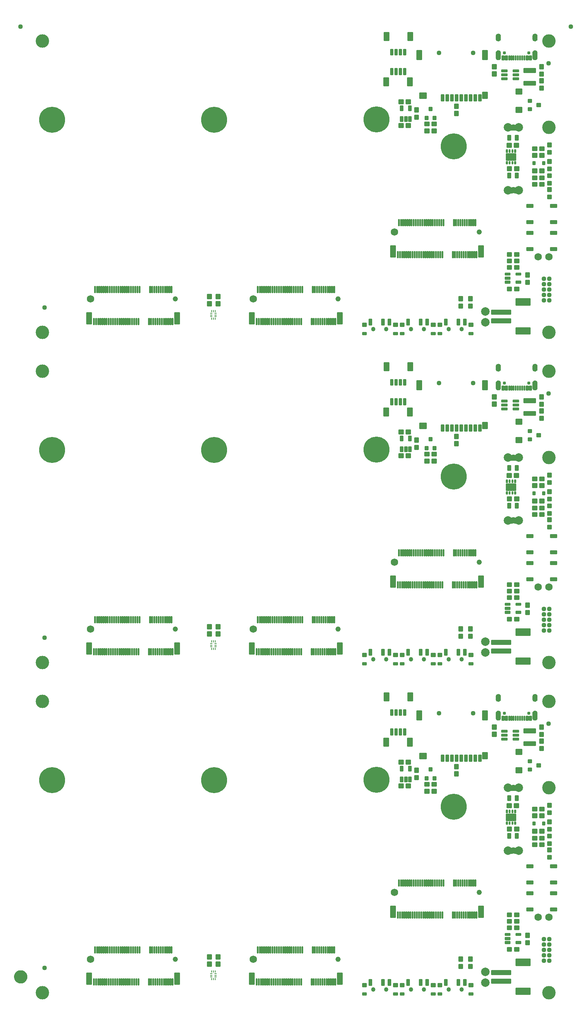
<source format=gts>
G04 EAGLE Gerber RS-274X export*
G75*
%MOMM*%
%FSLAX34Y34*%
%LPD*%
%INSoldermask Top*%
%IPPOS*%
%AMOC8*
5,1,8,0,0,1.08239X$1,22.5*%
G01*
%ADD10C,0.225369*%
%ADD11C,0.225588*%
%ADD12C,6.127000*%
%ADD13C,3.175000*%
%ADD14C,1.227000*%
%ADD15C,1.727000*%
%ADD16C,0.230578*%
%ADD17C,0.225400*%
%ADD18C,0.224509*%
%ADD19C,0.223409*%
%ADD20C,0.428259*%
%ADD21C,0.777000*%
%ADD22C,1.127000*%
%ADD23C,0.222250*%
%ADD24C,0.228600*%
%ADD25C,2.006600*%
%ADD26C,0.227100*%
%ADD27C,0.231750*%
%ADD28C,0.223519*%
%ADD29C,0.231559*%
%ADD30C,0.229050*%
%ADD31R,0.480000X0.280000*%
%ADD32R,0.280000X0.480000*%
%ADD33C,1.027000*%
%ADD34C,1.270000*%
%ADD35C,1.627000*%

G36*
X1187334Y2221184D02*
X1187334Y2221184D01*
X1187339Y2221189D01*
X1187343Y2221185D01*
X1188440Y2221472D01*
X1188444Y2221478D01*
X1188449Y2221475D01*
X1189468Y2221970D01*
X1189471Y2221976D01*
X1189476Y2221975D01*
X1190379Y2222659D01*
X1190381Y2222666D01*
X1190386Y2222666D01*
X1191139Y2223513D01*
X1191139Y2223520D01*
X1191144Y2223521D01*
X1191717Y2224498D01*
X1191716Y2224501D01*
X1191717Y2224502D01*
X1191716Y2224503D01*
X1191716Y2224505D01*
X1191721Y2224507D01*
X1192092Y2225578D01*
X1192090Y2225583D01*
X1192093Y2225585D01*
X1192092Y2225586D01*
X1192094Y2225587D01*
X1192249Y2226709D01*
X1192246Y2226714D01*
X1192249Y2226716D01*
X1192249Y2238716D01*
X1192246Y2238721D01*
X1192249Y2238724D01*
X1192044Y2239991D01*
X1192038Y2239997D01*
X1192041Y2240002D01*
X1191559Y2241191D01*
X1191552Y2241195D01*
X1191554Y2241201D01*
X1190820Y2242254D01*
X1190812Y2242256D01*
X1190813Y2242262D01*
X1189863Y2243125D01*
X1189854Y2243126D01*
X1189854Y2243131D01*
X1188735Y2243761D01*
X1188727Y2243760D01*
X1188725Y2243766D01*
X1187495Y2244131D01*
X1187487Y2244128D01*
X1187484Y2244133D01*
X1186203Y2244215D01*
X1186197Y2244215D01*
X1184916Y2244133D01*
X1184910Y2244127D01*
X1184905Y2244131D01*
X1183675Y2243766D01*
X1183670Y2243759D01*
X1183665Y2243761D01*
X1182546Y2243131D01*
X1182543Y2243124D01*
X1182537Y2243125D01*
X1181587Y2242262D01*
X1181586Y2242254D01*
X1181580Y2242254D01*
X1180846Y2241201D01*
X1180846Y2241193D01*
X1180841Y2241191D01*
X1180359Y2240002D01*
X1180361Y2239996D01*
X1180357Y2239993D01*
X1180358Y2239992D01*
X1180356Y2239991D01*
X1180151Y2238724D01*
X1180154Y2238719D01*
X1180151Y2238716D01*
X1180151Y2226716D01*
X1180154Y2226712D01*
X1180151Y2226709D01*
X1180306Y2225587D01*
X1180311Y2225582D01*
X1180308Y2225578D01*
X1180679Y2224507D01*
X1180685Y2224503D01*
X1180683Y2224498D01*
X1181256Y2223521D01*
X1181262Y2223518D01*
X1181261Y2223513D01*
X1182014Y2222666D01*
X1182021Y2222664D01*
X1182021Y2222659D01*
X1182924Y2221975D01*
X1182931Y2221975D01*
X1182932Y2221970D01*
X1183951Y2221475D01*
X1183958Y2221477D01*
X1183960Y2221472D01*
X1185057Y2221185D01*
X1185063Y2221188D01*
X1185066Y2221184D01*
X1186197Y2221117D01*
X1186201Y2221119D01*
X1186203Y2221117D01*
X1187334Y2221184D01*
G37*
G36*
X1100934Y2221184D02*
X1100934Y2221184D01*
X1100939Y2221189D01*
X1100943Y2221185D01*
X1102040Y2221472D01*
X1102044Y2221478D01*
X1102049Y2221475D01*
X1103068Y2221970D01*
X1103071Y2221976D01*
X1103076Y2221975D01*
X1103979Y2222659D01*
X1103981Y2222666D01*
X1103986Y2222666D01*
X1104739Y2223513D01*
X1104739Y2223520D01*
X1104744Y2223521D01*
X1105317Y2224498D01*
X1105316Y2224501D01*
X1105317Y2224502D01*
X1105316Y2224503D01*
X1105316Y2224505D01*
X1105321Y2224507D01*
X1105692Y2225578D01*
X1105690Y2225583D01*
X1105693Y2225585D01*
X1105692Y2225586D01*
X1105694Y2225587D01*
X1105849Y2226709D01*
X1105846Y2226714D01*
X1105849Y2226716D01*
X1105849Y2238716D01*
X1105846Y2238721D01*
X1105849Y2238724D01*
X1105644Y2239991D01*
X1105638Y2239997D01*
X1105641Y2240002D01*
X1105159Y2241191D01*
X1105152Y2241195D01*
X1105154Y2241201D01*
X1104420Y2242254D01*
X1104412Y2242256D01*
X1104413Y2242262D01*
X1103463Y2243125D01*
X1103454Y2243126D01*
X1103454Y2243131D01*
X1102335Y2243761D01*
X1102327Y2243760D01*
X1102325Y2243766D01*
X1101095Y2244131D01*
X1101087Y2244128D01*
X1101084Y2244133D01*
X1099803Y2244215D01*
X1099797Y2244215D01*
X1098516Y2244133D01*
X1098510Y2244127D01*
X1098505Y2244131D01*
X1097275Y2243766D01*
X1097270Y2243759D01*
X1097265Y2243761D01*
X1096146Y2243131D01*
X1096143Y2243124D01*
X1096137Y2243125D01*
X1095187Y2242262D01*
X1095186Y2242254D01*
X1095180Y2242254D01*
X1094446Y2241201D01*
X1094446Y2241193D01*
X1094441Y2241191D01*
X1093959Y2240002D01*
X1093961Y2239996D01*
X1093957Y2239993D01*
X1093958Y2239992D01*
X1093956Y2239991D01*
X1093751Y2238724D01*
X1093754Y2238719D01*
X1093751Y2238716D01*
X1093751Y2226716D01*
X1093754Y2226712D01*
X1093751Y2226709D01*
X1093906Y2225587D01*
X1093911Y2225582D01*
X1093908Y2225578D01*
X1094279Y2224507D01*
X1094285Y2224503D01*
X1094283Y2224498D01*
X1094856Y2223521D01*
X1094862Y2223518D01*
X1094861Y2223513D01*
X1095614Y2222666D01*
X1095621Y2222664D01*
X1095621Y2222659D01*
X1096524Y2221975D01*
X1096531Y2221975D01*
X1096532Y2221970D01*
X1097551Y2221475D01*
X1097558Y2221477D01*
X1097560Y2221472D01*
X1098657Y2221185D01*
X1098663Y2221188D01*
X1098666Y2221184D01*
X1099797Y2221117D01*
X1099801Y2221119D01*
X1099803Y2221117D01*
X1100934Y2221184D01*
G37*
G36*
X1100934Y1443944D02*
X1100934Y1443944D01*
X1100939Y1443949D01*
X1100943Y1443945D01*
X1102040Y1444232D01*
X1102044Y1444238D01*
X1102049Y1444235D01*
X1103068Y1444730D01*
X1103071Y1444736D01*
X1103076Y1444735D01*
X1103979Y1445419D01*
X1103981Y1445426D01*
X1103986Y1445426D01*
X1104739Y1446273D01*
X1104739Y1446280D01*
X1104744Y1446281D01*
X1105317Y1447258D01*
X1105316Y1447261D01*
X1105317Y1447262D01*
X1105316Y1447263D01*
X1105316Y1447265D01*
X1105321Y1447267D01*
X1105692Y1448338D01*
X1105690Y1448343D01*
X1105693Y1448345D01*
X1105692Y1448346D01*
X1105694Y1448347D01*
X1105849Y1449469D01*
X1105846Y1449474D01*
X1105849Y1449476D01*
X1105849Y1461476D01*
X1105846Y1461481D01*
X1105849Y1461484D01*
X1105644Y1462751D01*
X1105638Y1462757D01*
X1105641Y1462762D01*
X1105159Y1463951D01*
X1105152Y1463955D01*
X1105154Y1463961D01*
X1104420Y1465014D01*
X1104412Y1465016D01*
X1104413Y1465022D01*
X1103463Y1465885D01*
X1103454Y1465886D01*
X1103454Y1465891D01*
X1102335Y1466521D01*
X1102327Y1466520D01*
X1102325Y1466526D01*
X1101095Y1466891D01*
X1101087Y1466888D01*
X1101084Y1466893D01*
X1099803Y1466975D01*
X1099797Y1466975D01*
X1098516Y1466893D01*
X1098510Y1466887D01*
X1098505Y1466891D01*
X1097275Y1466526D01*
X1097270Y1466519D01*
X1097265Y1466521D01*
X1096146Y1465891D01*
X1096143Y1465884D01*
X1096137Y1465885D01*
X1095187Y1465022D01*
X1095186Y1465014D01*
X1095180Y1465014D01*
X1094446Y1463961D01*
X1094446Y1463953D01*
X1094441Y1463951D01*
X1093959Y1462762D01*
X1093961Y1462756D01*
X1093957Y1462753D01*
X1093958Y1462752D01*
X1093956Y1462751D01*
X1093751Y1461484D01*
X1093754Y1461479D01*
X1093751Y1461476D01*
X1093751Y1449476D01*
X1093754Y1449472D01*
X1093751Y1449469D01*
X1093906Y1448347D01*
X1093911Y1448342D01*
X1093908Y1448338D01*
X1094279Y1447267D01*
X1094285Y1447263D01*
X1094283Y1447258D01*
X1094856Y1446281D01*
X1094862Y1446278D01*
X1094861Y1446273D01*
X1095614Y1445426D01*
X1095621Y1445424D01*
X1095621Y1445419D01*
X1096524Y1444735D01*
X1096531Y1444735D01*
X1096532Y1444730D01*
X1097551Y1444235D01*
X1097558Y1444237D01*
X1097560Y1444232D01*
X1098657Y1443945D01*
X1098663Y1443948D01*
X1098666Y1443944D01*
X1099797Y1443877D01*
X1099801Y1443879D01*
X1099803Y1443877D01*
X1100934Y1443944D01*
G37*
G36*
X1187334Y1443944D02*
X1187334Y1443944D01*
X1187339Y1443949D01*
X1187343Y1443945D01*
X1188440Y1444232D01*
X1188444Y1444238D01*
X1188449Y1444235D01*
X1189468Y1444730D01*
X1189471Y1444736D01*
X1189476Y1444735D01*
X1190379Y1445419D01*
X1190381Y1445426D01*
X1190386Y1445426D01*
X1191139Y1446273D01*
X1191139Y1446280D01*
X1191144Y1446281D01*
X1191717Y1447258D01*
X1191716Y1447261D01*
X1191717Y1447262D01*
X1191716Y1447263D01*
X1191716Y1447265D01*
X1191721Y1447267D01*
X1192092Y1448338D01*
X1192090Y1448343D01*
X1192093Y1448345D01*
X1192092Y1448346D01*
X1192094Y1448347D01*
X1192249Y1449469D01*
X1192246Y1449474D01*
X1192249Y1449476D01*
X1192249Y1461476D01*
X1192246Y1461481D01*
X1192249Y1461484D01*
X1192044Y1462751D01*
X1192038Y1462757D01*
X1192041Y1462762D01*
X1191559Y1463951D01*
X1191552Y1463955D01*
X1191554Y1463961D01*
X1190820Y1465014D01*
X1190812Y1465016D01*
X1190813Y1465022D01*
X1189863Y1465885D01*
X1189854Y1465886D01*
X1189854Y1465891D01*
X1188735Y1466521D01*
X1188727Y1466520D01*
X1188725Y1466526D01*
X1187495Y1466891D01*
X1187487Y1466888D01*
X1187484Y1466893D01*
X1186203Y1466975D01*
X1186197Y1466975D01*
X1184916Y1466893D01*
X1184910Y1466887D01*
X1184905Y1466891D01*
X1183675Y1466526D01*
X1183670Y1466519D01*
X1183665Y1466521D01*
X1182546Y1465891D01*
X1182543Y1465884D01*
X1182537Y1465885D01*
X1181587Y1465022D01*
X1181586Y1465014D01*
X1181580Y1465014D01*
X1180846Y1463961D01*
X1180846Y1463953D01*
X1180841Y1463951D01*
X1180359Y1462762D01*
X1180361Y1462756D01*
X1180357Y1462753D01*
X1180358Y1462752D01*
X1180356Y1462751D01*
X1180151Y1461484D01*
X1180154Y1461479D01*
X1180151Y1461476D01*
X1180151Y1449476D01*
X1180154Y1449472D01*
X1180151Y1449469D01*
X1180306Y1448347D01*
X1180311Y1448342D01*
X1180308Y1448338D01*
X1180679Y1447267D01*
X1180685Y1447263D01*
X1180683Y1447258D01*
X1181256Y1446281D01*
X1181262Y1446278D01*
X1181261Y1446273D01*
X1182014Y1445426D01*
X1182021Y1445424D01*
X1182021Y1445419D01*
X1182924Y1444735D01*
X1182931Y1444735D01*
X1182932Y1444730D01*
X1183951Y1444235D01*
X1183958Y1444237D01*
X1183960Y1444232D01*
X1185057Y1443945D01*
X1185063Y1443948D01*
X1185066Y1443944D01*
X1186197Y1443877D01*
X1186201Y1443879D01*
X1186203Y1443877D01*
X1187334Y1443944D01*
G37*
G36*
X1100934Y666704D02*
X1100934Y666704D01*
X1100939Y666709D01*
X1100943Y666705D01*
X1102040Y666992D01*
X1102044Y666998D01*
X1102049Y666995D01*
X1103068Y667490D01*
X1103071Y667496D01*
X1103076Y667495D01*
X1103979Y668179D01*
X1103981Y668186D01*
X1103986Y668186D01*
X1104739Y669033D01*
X1104739Y669040D01*
X1104744Y669041D01*
X1105317Y670018D01*
X1105316Y670021D01*
X1105317Y670022D01*
X1105316Y670023D01*
X1105316Y670025D01*
X1105321Y670027D01*
X1105692Y671098D01*
X1105690Y671103D01*
X1105693Y671105D01*
X1105692Y671106D01*
X1105694Y671107D01*
X1105849Y672229D01*
X1105846Y672234D01*
X1105849Y672236D01*
X1105849Y684236D01*
X1105846Y684241D01*
X1105849Y684244D01*
X1105644Y685511D01*
X1105638Y685517D01*
X1105641Y685522D01*
X1105159Y686711D01*
X1105152Y686715D01*
X1105154Y686721D01*
X1104420Y687774D01*
X1104412Y687776D01*
X1104413Y687782D01*
X1103463Y688645D01*
X1103454Y688646D01*
X1103454Y688651D01*
X1102335Y689281D01*
X1102327Y689280D01*
X1102325Y689286D01*
X1101095Y689651D01*
X1101087Y689648D01*
X1101084Y689653D01*
X1099803Y689735D01*
X1099797Y689735D01*
X1098516Y689653D01*
X1098510Y689647D01*
X1098505Y689651D01*
X1097275Y689286D01*
X1097270Y689279D01*
X1097265Y689281D01*
X1096146Y688651D01*
X1096143Y688644D01*
X1096137Y688645D01*
X1095187Y687782D01*
X1095186Y687774D01*
X1095180Y687774D01*
X1094446Y686721D01*
X1094446Y686713D01*
X1094441Y686711D01*
X1093959Y685522D01*
X1093961Y685516D01*
X1093957Y685513D01*
X1093958Y685512D01*
X1093956Y685511D01*
X1093751Y684244D01*
X1093754Y684239D01*
X1093751Y684236D01*
X1093751Y672236D01*
X1093754Y672232D01*
X1093751Y672229D01*
X1093906Y671107D01*
X1093911Y671102D01*
X1093908Y671098D01*
X1094279Y670027D01*
X1094285Y670023D01*
X1094283Y670018D01*
X1094856Y669041D01*
X1094862Y669038D01*
X1094861Y669033D01*
X1095614Y668186D01*
X1095621Y668184D01*
X1095621Y668179D01*
X1096524Y667495D01*
X1096531Y667495D01*
X1096532Y667490D01*
X1097551Y666995D01*
X1097558Y666997D01*
X1097560Y666992D01*
X1098657Y666705D01*
X1098663Y666708D01*
X1098666Y666704D01*
X1099797Y666637D01*
X1099801Y666639D01*
X1099803Y666637D01*
X1100934Y666704D01*
G37*
G36*
X1187334Y666704D02*
X1187334Y666704D01*
X1187339Y666709D01*
X1187343Y666705D01*
X1188440Y666992D01*
X1188444Y666998D01*
X1188449Y666995D01*
X1189468Y667490D01*
X1189471Y667496D01*
X1189476Y667495D01*
X1190379Y668179D01*
X1190381Y668186D01*
X1190386Y668186D01*
X1191139Y669033D01*
X1191139Y669040D01*
X1191144Y669041D01*
X1191717Y670018D01*
X1191716Y670021D01*
X1191717Y670022D01*
X1191716Y670023D01*
X1191716Y670025D01*
X1191721Y670027D01*
X1192092Y671098D01*
X1192090Y671103D01*
X1192093Y671105D01*
X1192092Y671106D01*
X1192094Y671107D01*
X1192249Y672229D01*
X1192246Y672234D01*
X1192249Y672236D01*
X1192249Y684236D01*
X1192246Y684241D01*
X1192249Y684244D01*
X1192044Y685511D01*
X1192038Y685517D01*
X1192041Y685522D01*
X1191559Y686711D01*
X1191552Y686715D01*
X1191554Y686721D01*
X1190820Y687774D01*
X1190812Y687776D01*
X1190813Y687782D01*
X1189863Y688645D01*
X1189854Y688646D01*
X1189854Y688651D01*
X1188735Y689281D01*
X1188727Y689280D01*
X1188725Y689286D01*
X1187495Y689651D01*
X1187487Y689648D01*
X1187484Y689653D01*
X1186203Y689735D01*
X1186197Y689735D01*
X1184916Y689653D01*
X1184910Y689647D01*
X1184905Y689651D01*
X1183675Y689286D01*
X1183670Y689279D01*
X1183665Y689281D01*
X1182546Y688651D01*
X1182543Y688644D01*
X1182537Y688645D01*
X1181587Y687782D01*
X1181586Y687774D01*
X1181580Y687774D01*
X1180846Y686721D01*
X1180846Y686713D01*
X1180841Y686711D01*
X1180359Y685522D01*
X1180361Y685516D01*
X1180357Y685513D01*
X1180358Y685512D01*
X1180356Y685511D01*
X1180151Y684244D01*
X1180154Y684239D01*
X1180151Y684236D01*
X1180151Y672236D01*
X1180154Y672232D01*
X1180151Y672229D01*
X1180306Y671107D01*
X1180311Y671102D01*
X1180308Y671098D01*
X1180679Y670027D01*
X1180685Y670023D01*
X1180683Y670018D01*
X1181256Y669041D01*
X1181262Y669038D01*
X1181261Y669033D01*
X1182014Y668186D01*
X1182021Y668184D01*
X1182021Y668179D01*
X1182924Y667495D01*
X1182931Y667495D01*
X1182932Y667490D01*
X1183951Y666995D01*
X1183958Y666997D01*
X1183960Y666992D01*
X1185057Y666705D01*
X1185063Y666708D01*
X1185066Y666704D01*
X1186197Y666637D01*
X1186201Y666639D01*
X1186203Y666637D01*
X1187334Y666704D01*
G37*
G36*
X1186202Y2265421D02*
X1186202Y2265421D01*
X1186206Y2265417D01*
X1187546Y2265574D01*
X1187552Y2265579D01*
X1187557Y2265576D01*
X1188828Y2266027D01*
X1188833Y2266034D01*
X1188838Y2266032D01*
X1189977Y2266754D01*
X1189980Y2266762D01*
X1189986Y2266761D01*
X1190936Y2267719D01*
X1190937Y2267727D01*
X1190943Y2267728D01*
X1191656Y2268873D01*
X1191655Y2268882D01*
X1191661Y2268883D01*
X1192101Y2270159D01*
X1192099Y2270166D01*
X1192103Y2270169D01*
X1192249Y2271511D01*
X1192247Y2271514D01*
X1192249Y2271516D01*
X1192249Y2277516D01*
X1192247Y2277520D01*
X1192249Y2277522D01*
X1192094Y2278851D01*
X1192088Y2278857D01*
X1192091Y2278861D01*
X1191644Y2280122D01*
X1191637Y2280127D01*
X1191639Y2280132D01*
X1190922Y2281262D01*
X1190915Y2281265D01*
X1190916Y2281271D01*
X1189966Y2282213D01*
X1189957Y2282214D01*
X1189957Y2282220D01*
X1188821Y2282927D01*
X1188813Y2282926D01*
X1188811Y2282932D01*
X1187546Y2283368D01*
X1187538Y2283366D01*
X1187536Y2283371D01*
X1186205Y2283515D01*
X1186199Y2283511D01*
X1186195Y2283515D01*
X1185029Y2283405D01*
X1185024Y2283400D01*
X1185020Y2283403D01*
X1183897Y2283068D01*
X1183893Y2283062D01*
X1183889Y2283064D01*
X1182853Y2282516D01*
X1182850Y2282510D01*
X1182845Y2282511D01*
X1181937Y2281772D01*
X1181935Y2281765D01*
X1181930Y2281765D01*
X1181183Y2280863D01*
X1181183Y2280856D01*
X1181178Y2280855D01*
X1180621Y2279824D01*
X1180622Y2279817D01*
X1180617Y2279815D01*
X1180273Y2278696D01*
X1180275Y2278689D01*
X1180271Y2278686D01*
X1180151Y2277521D01*
X1180153Y2277518D01*
X1180151Y2277516D01*
X1180151Y2271516D01*
X1180153Y2271513D01*
X1180151Y2271511D01*
X1180262Y2270335D01*
X1180267Y2270330D01*
X1180264Y2270326D01*
X1180602Y2269194D01*
X1180608Y2269190D01*
X1180606Y2269185D01*
X1181158Y2268141D01*
X1181165Y2268138D01*
X1181163Y2268133D01*
X1181909Y2267217D01*
X1181916Y2267216D01*
X1181916Y2267210D01*
X1182826Y2266457D01*
X1182833Y2266457D01*
X1182834Y2266452D01*
X1183873Y2265891D01*
X1183880Y2265892D01*
X1183882Y2265887D01*
X1185011Y2265540D01*
X1185017Y2265542D01*
X1185020Y2265538D01*
X1186195Y2265417D01*
X1186202Y2265421D01*
G37*
G36*
X1099802Y2265421D02*
X1099802Y2265421D01*
X1099806Y2265417D01*
X1101146Y2265574D01*
X1101152Y2265579D01*
X1101157Y2265576D01*
X1102428Y2266027D01*
X1102433Y2266034D01*
X1102438Y2266032D01*
X1103577Y2266754D01*
X1103580Y2266762D01*
X1103586Y2266761D01*
X1104536Y2267719D01*
X1104537Y2267727D01*
X1104543Y2267728D01*
X1105256Y2268873D01*
X1105255Y2268882D01*
X1105261Y2268883D01*
X1105701Y2270159D01*
X1105699Y2270166D01*
X1105703Y2270169D01*
X1105849Y2271511D01*
X1105847Y2271514D01*
X1105849Y2271516D01*
X1105849Y2277516D01*
X1105847Y2277520D01*
X1105849Y2277522D01*
X1105694Y2278851D01*
X1105688Y2278857D01*
X1105691Y2278861D01*
X1105244Y2280122D01*
X1105237Y2280127D01*
X1105239Y2280132D01*
X1104522Y2281262D01*
X1104515Y2281265D01*
X1104516Y2281271D01*
X1103566Y2282213D01*
X1103557Y2282214D01*
X1103557Y2282220D01*
X1102421Y2282927D01*
X1102413Y2282926D01*
X1102411Y2282932D01*
X1101146Y2283368D01*
X1101138Y2283366D01*
X1101136Y2283371D01*
X1099805Y2283515D01*
X1099799Y2283511D01*
X1099795Y2283515D01*
X1098629Y2283405D01*
X1098624Y2283400D01*
X1098620Y2283403D01*
X1097497Y2283068D01*
X1097493Y2283062D01*
X1097489Y2283064D01*
X1096453Y2282516D01*
X1096450Y2282510D01*
X1096445Y2282511D01*
X1095537Y2281772D01*
X1095535Y2281765D01*
X1095530Y2281765D01*
X1094783Y2280863D01*
X1094783Y2280856D01*
X1094778Y2280855D01*
X1094221Y2279824D01*
X1094222Y2279817D01*
X1094217Y2279815D01*
X1093873Y2278696D01*
X1093875Y2278689D01*
X1093871Y2278686D01*
X1093751Y2277521D01*
X1093753Y2277518D01*
X1093751Y2277516D01*
X1093751Y2271516D01*
X1093753Y2271513D01*
X1093751Y2271511D01*
X1093862Y2270335D01*
X1093867Y2270330D01*
X1093864Y2270326D01*
X1094202Y2269194D01*
X1094208Y2269190D01*
X1094206Y2269185D01*
X1094758Y2268141D01*
X1094765Y2268138D01*
X1094763Y2268133D01*
X1095509Y2267217D01*
X1095516Y2267216D01*
X1095516Y2267210D01*
X1096426Y2266457D01*
X1096433Y2266457D01*
X1096434Y2266452D01*
X1097473Y2265891D01*
X1097480Y2265892D01*
X1097482Y2265887D01*
X1098611Y2265540D01*
X1098617Y2265542D01*
X1098620Y2265538D01*
X1099795Y2265417D01*
X1099802Y2265421D01*
G37*
G36*
X1099802Y1488181D02*
X1099802Y1488181D01*
X1099806Y1488177D01*
X1101146Y1488334D01*
X1101152Y1488339D01*
X1101157Y1488336D01*
X1102428Y1488787D01*
X1102433Y1488794D01*
X1102438Y1488792D01*
X1103577Y1489514D01*
X1103580Y1489522D01*
X1103586Y1489521D01*
X1104536Y1490479D01*
X1104537Y1490487D01*
X1104543Y1490488D01*
X1105256Y1491633D01*
X1105255Y1491642D01*
X1105261Y1491643D01*
X1105701Y1492919D01*
X1105699Y1492926D01*
X1105703Y1492929D01*
X1105849Y1494271D01*
X1105847Y1494274D01*
X1105849Y1494276D01*
X1105849Y1500276D01*
X1105847Y1500280D01*
X1105849Y1500282D01*
X1105694Y1501611D01*
X1105688Y1501617D01*
X1105691Y1501621D01*
X1105244Y1502882D01*
X1105237Y1502887D01*
X1105239Y1502892D01*
X1104522Y1504022D01*
X1104515Y1504025D01*
X1104516Y1504031D01*
X1103566Y1504973D01*
X1103557Y1504974D01*
X1103557Y1504980D01*
X1102421Y1505687D01*
X1102413Y1505686D01*
X1102411Y1505692D01*
X1101146Y1506128D01*
X1101138Y1506126D01*
X1101136Y1506131D01*
X1099805Y1506275D01*
X1099799Y1506271D01*
X1099795Y1506275D01*
X1098629Y1506165D01*
X1098624Y1506160D01*
X1098620Y1506163D01*
X1097497Y1505828D01*
X1097493Y1505822D01*
X1097489Y1505824D01*
X1096453Y1505276D01*
X1096450Y1505270D01*
X1096445Y1505271D01*
X1095537Y1504532D01*
X1095535Y1504525D01*
X1095530Y1504525D01*
X1094783Y1503623D01*
X1094783Y1503616D01*
X1094778Y1503615D01*
X1094221Y1502584D01*
X1094222Y1502577D01*
X1094217Y1502575D01*
X1093873Y1501456D01*
X1093875Y1501449D01*
X1093871Y1501446D01*
X1093751Y1500281D01*
X1093753Y1500278D01*
X1093751Y1500276D01*
X1093751Y1494276D01*
X1093753Y1494273D01*
X1093751Y1494271D01*
X1093862Y1493095D01*
X1093867Y1493090D01*
X1093864Y1493086D01*
X1094202Y1491954D01*
X1094208Y1491950D01*
X1094206Y1491945D01*
X1094758Y1490901D01*
X1094765Y1490898D01*
X1094763Y1490893D01*
X1095509Y1489977D01*
X1095516Y1489976D01*
X1095516Y1489970D01*
X1096426Y1489217D01*
X1096433Y1489217D01*
X1096434Y1489212D01*
X1097473Y1488651D01*
X1097480Y1488652D01*
X1097482Y1488647D01*
X1098611Y1488300D01*
X1098617Y1488302D01*
X1098620Y1488298D01*
X1099795Y1488177D01*
X1099802Y1488181D01*
G37*
G36*
X1186202Y1488181D02*
X1186202Y1488181D01*
X1186206Y1488177D01*
X1187546Y1488334D01*
X1187552Y1488339D01*
X1187557Y1488336D01*
X1188828Y1488787D01*
X1188833Y1488794D01*
X1188838Y1488792D01*
X1189977Y1489514D01*
X1189980Y1489522D01*
X1189986Y1489521D01*
X1190936Y1490479D01*
X1190937Y1490487D01*
X1190943Y1490488D01*
X1191656Y1491633D01*
X1191655Y1491642D01*
X1191661Y1491643D01*
X1192101Y1492919D01*
X1192099Y1492926D01*
X1192103Y1492929D01*
X1192249Y1494271D01*
X1192247Y1494274D01*
X1192249Y1494276D01*
X1192249Y1500276D01*
X1192247Y1500280D01*
X1192249Y1500282D01*
X1192094Y1501611D01*
X1192088Y1501617D01*
X1192091Y1501621D01*
X1191644Y1502882D01*
X1191637Y1502887D01*
X1191639Y1502892D01*
X1190922Y1504022D01*
X1190915Y1504025D01*
X1190916Y1504031D01*
X1189966Y1504973D01*
X1189957Y1504974D01*
X1189957Y1504980D01*
X1188821Y1505687D01*
X1188813Y1505686D01*
X1188811Y1505692D01*
X1187546Y1506128D01*
X1187538Y1506126D01*
X1187536Y1506131D01*
X1186205Y1506275D01*
X1186199Y1506271D01*
X1186195Y1506275D01*
X1185029Y1506165D01*
X1185024Y1506160D01*
X1185020Y1506163D01*
X1183897Y1505828D01*
X1183893Y1505822D01*
X1183889Y1505824D01*
X1182853Y1505276D01*
X1182850Y1505270D01*
X1182845Y1505271D01*
X1181937Y1504532D01*
X1181935Y1504525D01*
X1181930Y1504525D01*
X1181183Y1503623D01*
X1181183Y1503616D01*
X1181178Y1503615D01*
X1180621Y1502584D01*
X1180622Y1502577D01*
X1180617Y1502575D01*
X1180273Y1501456D01*
X1180275Y1501449D01*
X1180271Y1501446D01*
X1180151Y1500281D01*
X1180153Y1500278D01*
X1180151Y1500276D01*
X1180151Y1494276D01*
X1180153Y1494273D01*
X1180151Y1494271D01*
X1180262Y1493095D01*
X1180267Y1493090D01*
X1180264Y1493086D01*
X1180602Y1491954D01*
X1180608Y1491950D01*
X1180606Y1491945D01*
X1181158Y1490901D01*
X1181165Y1490898D01*
X1181163Y1490893D01*
X1181909Y1489977D01*
X1181916Y1489976D01*
X1181916Y1489970D01*
X1182826Y1489217D01*
X1182833Y1489217D01*
X1182834Y1489212D01*
X1183873Y1488651D01*
X1183880Y1488652D01*
X1183882Y1488647D01*
X1185011Y1488300D01*
X1185017Y1488302D01*
X1185020Y1488298D01*
X1186195Y1488177D01*
X1186202Y1488181D01*
G37*
G36*
X1186202Y710941D02*
X1186202Y710941D01*
X1186206Y710937D01*
X1187546Y711094D01*
X1187552Y711099D01*
X1187557Y711096D01*
X1188828Y711547D01*
X1188833Y711554D01*
X1188838Y711552D01*
X1189977Y712274D01*
X1189980Y712282D01*
X1189986Y712281D01*
X1190936Y713239D01*
X1190937Y713247D01*
X1190943Y713248D01*
X1191656Y714393D01*
X1191655Y714402D01*
X1191661Y714403D01*
X1192101Y715679D01*
X1192099Y715686D01*
X1192103Y715689D01*
X1192249Y717031D01*
X1192247Y717034D01*
X1192249Y717036D01*
X1192249Y723036D01*
X1192247Y723040D01*
X1192249Y723042D01*
X1192094Y724371D01*
X1192088Y724377D01*
X1192091Y724381D01*
X1191644Y725642D01*
X1191637Y725647D01*
X1191639Y725652D01*
X1190922Y726782D01*
X1190915Y726785D01*
X1190916Y726791D01*
X1189966Y727733D01*
X1189957Y727734D01*
X1189957Y727740D01*
X1188821Y728447D01*
X1188813Y728446D01*
X1188811Y728452D01*
X1187546Y728888D01*
X1187538Y728886D01*
X1187536Y728891D01*
X1186205Y729035D01*
X1186199Y729031D01*
X1186195Y729035D01*
X1185029Y728925D01*
X1185024Y728920D01*
X1185020Y728923D01*
X1183897Y728588D01*
X1183893Y728582D01*
X1183889Y728584D01*
X1182853Y728036D01*
X1182850Y728030D01*
X1182845Y728031D01*
X1181937Y727292D01*
X1181935Y727285D01*
X1181930Y727285D01*
X1181183Y726383D01*
X1181183Y726376D01*
X1181178Y726375D01*
X1180621Y725344D01*
X1180622Y725337D01*
X1180617Y725335D01*
X1180273Y724216D01*
X1180275Y724209D01*
X1180271Y724206D01*
X1180151Y723041D01*
X1180153Y723038D01*
X1180151Y723036D01*
X1180151Y717036D01*
X1180153Y717033D01*
X1180151Y717031D01*
X1180262Y715855D01*
X1180267Y715850D01*
X1180264Y715846D01*
X1180602Y714714D01*
X1180608Y714710D01*
X1180606Y714705D01*
X1181158Y713661D01*
X1181165Y713658D01*
X1181163Y713653D01*
X1181909Y712737D01*
X1181916Y712736D01*
X1181916Y712730D01*
X1182826Y711977D01*
X1182833Y711977D01*
X1182834Y711972D01*
X1183873Y711411D01*
X1183880Y711412D01*
X1183882Y711407D01*
X1185011Y711060D01*
X1185017Y711062D01*
X1185020Y711058D01*
X1186195Y710937D01*
X1186202Y710941D01*
G37*
G36*
X1099802Y710941D02*
X1099802Y710941D01*
X1099806Y710937D01*
X1101146Y711094D01*
X1101152Y711099D01*
X1101157Y711096D01*
X1102428Y711547D01*
X1102433Y711554D01*
X1102438Y711552D01*
X1103577Y712274D01*
X1103580Y712282D01*
X1103586Y712281D01*
X1104536Y713239D01*
X1104537Y713247D01*
X1104543Y713248D01*
X1105256Y714393D01*
X1105255Y714402D01*
X1105261Y714403D01*
X1105701Y715679D01*
X1105699Y715686D01*
X1105703Y715689D01*
X1105849Y717031D01*
X1105847Y717034D01*
X1105849Y717036D01*
X1105849Y723036D01*
X1105847Y723040D01*
X1105849Y723042D01*
X1105694Y724371D01*
X1105688Y724377D01*
X1105691Y724381D01*
X1105244Y725642D01*
X1105237Y725647D01*
X1105239Y725652D01*
X1104522Y726782D01*
X1104515Y726785D01*
X1104516Y726791D01*
X1103566Y727733D01*
X1103557Y727734D01*
X1103557Y727740D01*
X1102421Y728447D01*
X1102413Y728446D01*
X1102411Y728452D01*
X1101146Y728888D01*
X1101138Y728886D01*
X1101136Y728891D01*
X1099805Y729035D01*
X1099799Y729031D01*
X1099795Y729035D01*
X1098629Y728925D01*
X1098624Y728920D01*
X1098620Y728923D01*
X1097497Y728588D01*
X1097493Y728582D01*
X1097489Y728584D01*
X1096453Y728036D01*
X1096450Y728030D01*
X1096445Y728031D01*
X1095537Y727292D01*
X1095535Y727285D01*
X1095530Y727285D01*
X1094783Y726383D01*
X1094783Y726376D01*
X1094778Y726375D01*
X1094221Y725344D01*
X1094222Y725337D01*
X1094217Y725335D01*
X1093873Y724216D01*
X1093875Y724209D01*
X1093871Y724206D01*
X1093751Y723041D01*
X1093753Y723038D01*
X1093751Y723036D01*
X1093751Y717036D01*
X1093753Y717033D01*
X1093751Y717031D01*
X1093862Y715855D01*
X1093867Y715850D01*
X1093864Y715846D01*
X1094202Y714714D01*
X1094208Y714710D01*
X1094206Y714705D01*
X1094758Y713661D01*
X1094765Y713658D01*
X1094763Y713653D01*
X1095509Y712737D01*
X1095516Y712736D01*
X1095516Y712730D01*
X1096426Y711977D01*
X1096433Y711977D01*
X1096434Y711972D01*
X1097473Y711411D01*
X1097480Y711412D01*
X1097482Y711407D01*
X1098611Y711060D01*
X1098617Y711062D01*
X1098620Y711058D01*
X1099795Y710937D01*
X1099802Y710941D01*
G37*
G36*
X1137350Y2055253D02*
X1137350Y2055253D01*
X1137416Y2055255D01*
X1137459Y2055273D01*
X1137506Y2055281D01*
X1137563Y2055315D01*
X1137623Y2055340D01*
X1137658Y2055371D01*
X1137699Y2055396D01*
X1137741Y2055447D01*
X1137789Y2055491D01*
X1137811Y2055533D01*
X1137840Y2055570D01*
X1137861Y2055632D01*
X1137892Y2055691D01*
X1137900Y2055745D01*
X1137912Y2055782D01*
X1137911Y2055822D01*
X1137919Y2055876D01*
X1137919Y2069084D01*
X1137908Y2069149D01*
X1137906Y2069215D01*
X1137888Y2069258D01*
X1137880Y2069305D01*
X1137846Y2069362D01*
X1137821Y2069422D01*
X1137790Y2069457D01*
X1137765Y2069498D01*
X1137714Y2069540D01*
X1137670Y2069588D01*
X1137628Y2069610D01*
X1137591Y2069639D01*
X1137529Y2069660D01*
X1137470Y2069691D01*
X1137416Y2069699D01*
X1137379Y2069711D01*
X1137339Y2069710D01*
X1137285Y2069718D01*
X1133475Y2069718D01*
X1133410Y2069707D01*
X1133344Y2069705D01*
X1133301Y2069687D01*
X1133254Y2069679D01*
X1133197Y2069645D01*
X1133137Y2069620D01*
X1133102Y2069589D01*
X1133061Y2069564D01*
X1133020Y2069513D01*
X1132971Y2069469D01*
X1132949Y2069427D01*
X1132920Y2069390D01*
X1132899Y2069328D01*
X1132868Y2069269D01*
X1132860Y2069215D01*
X1132848Y2069178D01*
X1132849Y2069138D01*
X1132841Y2069084D01*
X1132841Y2055876D01*
X1132852Y2055811D01*
X1132854Y2055745D01*
X1132872Y2055702D01*
X1132880Y2055655D01*
X1132914Y2055598D01*
X1132939Y2055538D01*
X1132970Y2055503D01*
X1132995Y2055462D01*
X1133046Y2055421D01*
X1133090Y2055372D01*
X1133132Y2055350D01*
X1133169Y2055321D01*
X1133231Y2055300D01*
X1133290Y2055269D01*
X1133344Y2055261D01*
X1133381Y2055249D01*
X1133421Y2055250D01*
X1133475Y2055242D01*
X1137285Y2055242D01*
X1137350Y2055253D01*
G37*
G36*
X1137096Y1907679D02*
X1137096Y1907679D01*
X1137162Y1907681D01*
X1137205Y1907699D01*
X1137252Y1907707D01*
X1137309Y1907741D01*
X1137369Y1907766D01*
X1137404Y1907797D01*
X1137445Y1907822D01*
X1137487Y1907873D01*
X1137535Y1907917D01*
X1137557Y1907959D01*
X1137586Y1907996D01*
X1137607Y1908058D01*
X1137638Y1908117D01*
X1137646Y1908171D01*
X1137658Y1908208D01*
X1137657Y1908248D01*
X1137665Y1908302D01*
X1137665Y1921510D01*
X1137654Y1921575D01*
X1137652Y1921641D01*
X1137634Y1921684D01*
X1137626Y1921731D01*
X1137592Y1921788D01*
X1137567Y1921848D01*
X1137536Y1921883D01*
X1137511Y1921924D01*
X1137460Y1921966D01*
X1137416Y1922014D01*
X1137374Y1922036D01*
X1137337Y1922065D01*
X1137275Y1922086D01*
X1137216Y1922117D01*
X1137162Y1922125D01*
X1137125Y1922137D01*
X1137085Y1922136D01*
X1137031Y1922144D01*
X1133221Y1922144D01*
X1133156Y1922133D01*
X1133090Y1922131D01*
X1133047Y1922113D01*
X1133000Y1922105D01*
X1132943Y1922071D01*
X1132883Y1922046D01*
X1132848Y1922015D01*
X1132807Y1921990D01*
X1132766Y1921939D01*
X1132717Y1921895D01*
X1132695Y1921853D01*
X1132666Y1921816D01*
X1132645Y1921754D01*
X1132614Y1921695D01*
X1132606Y1921641D01*
X1132594Y1921604D01*
X1132595Y1921564D01*
X1132587Y1921510D01*
X1132587Y1908302D01*
X1132598Y1908237D01*
X1132600Y1908171D01*
X1132618Y1908128D01*
X1132626Y1908081D01*
X1132660Y1908024D01*
X1132685Y1907964D01*
X1132716Y1907929D01*
X1132741Y1907888D01*
X1132792Y1907847D01*
X1132836Y1907798D01*
X1132878Y1907776D01*
X1132915Y1907747D01*
X1132977Y1907726D01*
X1133036Y1907695D01*
X1133090Y1907687D01*
X1133127Y1907675D01*
X1133167Y1907676D01*
X1133221Y1907668D01*
X1137031Y1907668D01*
X1137096Y1907679D01*
G37*
G36*
X1137350Y1278013D02*
X1137350Y1278013D01*
X1137416Y1278015D01*
X1137459Y1278033D01*
X1137506Y1278041D01*
X1137563Y1278075D01*
X1137623Y1278100D01*
X1137658Y1278131D01*
X1137699Y1278156D01*
X1137741Y1278207D01*
X1137789Y1278251D01*
X1137811Y1278293D01*
X1137840Y1278330D01*
X1137861Y1278392D01*
X1137892Y1278451D01*
X1137900Y1278505D01*
X1137912Y1278542D01*
X1137911Y1278582D01*
X1137919Y1278636D01*
X1137919Y1291844D01*
X1137908Y1291909D01*
X1137906Y1291975D01*
X1137888Y1292018D01*
X1137880Y1292065D01*
X1137846Y1292122D01*
X1137821Y1292182D01*
X1137790Y1292217D01*
X1137765Y1292258D01*
X1137714Y1292300D01*
X1137670Y1292348D01*
X1137628Y1292370D01*
X1137591Y1292399D01*
X1137529Y1292420D01*
X1137470Y1292451D01*
X1137416Y1292459D01*
X1137379Y1292471D01*
X1137339Y1292470D01*
X1137285Y1292478D01*
X1133475Y1292478D01*
X1133410Y1292467D01*
X1133344Y1292465D01*
X1133301Y1292447D01*
X1133254Y1292439D01*
X1133197Y1292405D01*
X1133137Y1292380D01*
X1133102Y1292349D01*
X1133061Y1292324D01*
X1133020Y1292273D01*
X1132971Y1292229D01*
X1132949Y1292187D01*
X1132920Y1292150D01*
X1132899Y1292088D01*
X1132868Y1292029D01*
X1132860Y1291975D01*
X1132848Y1291938D01*
X1132849Y1291898D01*
X1132841Y1291844D01*
X1132841Y1278636D01*
X1132852Y1278571D01*
X1132854Y1278505D01*
X1132872Y1278462D01*
X1132880Y1278415D01*
X1132914Y1278358D01*
X1132939Y1278298D01*
X1132970Y1278263D01*
X1132995Y1278222D01*
X1133046Y1278181D01*
X1133090Y1278132D01*
X1133132Y1278110D01*
X1133169Y1278081D01*
X1133231Y1278060D01*
X1133290Y1278029D01*
X1133344Y1278021D01*
X1133381Y1278009D01*
X1133421Y1278010D01*
X1133475Y1278002D01*
X1137285Y1278002D01*
X1137350Y1278013D01*
G37*
G36*
X1137096Y1130439D02*
X1137096Y1130439D01*
X1137162Y1130441D01*
X1137205Y1130459D01*
X1137252Y1130467D01*
X1137309Y1130501D01*
X1137369Y1130526D01*
X1137404Y1130557D01*
X1137445Y1130582D01*
X1137487Y1130633D01*
X1137535Y1130677D01*
X1137557Y1130719D01*
X1137586Y1130756D01*
X1137607Y1130818D01*
X1137638Y1130877D01*
X1137646Y1130931D01*
X1137658Y1130968D01*
X1137657Y1131008D01*
X1137665Y1131062D01*
X1137665Y1144270D01*
X1137654Y1144335D01*
X1137652Y1144401D01*
X1137634Y1144444D01*
X1137626Y1144491D01*
X1137592Y1144548D01*
X1137567Y1144608D01*
X1137536Y1144643D01*
X1137511Y1144684D01*
X1137460Y1144726D01*
X1137416Y1144774D01*
X1137374Y1144796D01*
X1137337Y1144825D01*
X1137275Y1144846D01*
X1137216Y1144877D01*
X1137162Y1144885D01*
X1137125Y1144897D01*
X1137085Y1144896D01*
X1137031Y1144904D01*
X1133221Y1144904D01*
X1133156Y1144893D01*
X1133090Y1144891D01*
X1133047Y1144873D01*
X1133000Y1144865D01*
X1132943Y1144831D01*
X1132883Y1144806D01*
X1132848Y1144775D01*
X1132807Y1144750D01*
X1132766Y1144699D01*
X1132717Y1144655D01*
X1132695Y1144613D01*
X1132666Y1144576D01*
X1132645Y1144514D01*
X1132614Y1144455D01*
X1132606Y1144401D01*
X1132594Y1144364D01*
X1132595Y1144324D01*
X1132587Y1144270D01*
X1132587Y1131062D01*
X1132598Y1130997D01*
X1132600Y1130931D01*
X1132618Y1130888D01*
X1132626Y1130841D01*
X1132660Y1130784D01*
X1132685Y1130724D01*
X1132716Y1130689D01*
X1132741Y1130648D01*
X1132792Y1130607D01*
X1132836Y1130558D01*
X1132878Y1130536D01*
X1132915Y1130507D01*
X1132977Y1130486D01*
X1133036Y1130455D01*
X1133090Y1130447D01*
X1133127Y1130435D01*
X1133167Y1130436D01*
X1133221Y1130428D01*
X1137031Y1130428D01*
X1137096Y1130439D01*
G37*
G36*
X1137350Y500773D02*
X1137350Y500773D01*
X1137416Y500775D01*
X1137459Y500793D01*
X1137506Y500801D01*
X1137563Y500835D01*
X1137623Y500860D01*
X1137658Y500891D01*
X1137699Y500916D01*
X1137741Y500967D01*
X1137789Y501011D01*
X1137811Y501053D01*
X1137840Y501090D01*
X1137861Y501152D01*
X1137892Y501211D01*
X1137900Y501265D01*
X1137912Y501302D01*
X1137911Y501342D01*
X1137919Y501396D01*
X1137919Y514604D01*
X1137908Y514669D01*
X1137906Y514735D01*
X1137888Y514778D01*
X1137880Y514825D01*
X1137846Y514882D01*
X1137821Y514942D01*
X1137790Y514977D01*
X1137765Y515018D01*
X1137714Y515060D01*
X1137670Y515108D01*
X1137628Y515130D01*
X1137591Y515159D01*
X1137529Y515180D01*
X1137470Y515211D01*
X1137416Y515219D01*
X1137379Y515231D01*
X1137339Y515230D01*
X1137285Y515238D01*
X1133475Y515238D01*
X1133410Y515227D01*
X1133344Y515225D01*
X1133301Y515207D01*
X1133254Y515199D01*
X1133197Y515165D01*
X1133137Y515140D01*
X1133102Y515109D01*
X1133061Y515084D01*
X1133020Y515033D01*
X1132971Y514989D01*
X1132949Y514947D01*
X1132920Y514910D01*
X1132899Y514848D01*
X1132868Y514789D01*
X1132860Y514735D01*
X1132848Y514698D01*
X1132849Y514658D01*
X1132841Y514604D01*
X1132841Y501396D01*
X1132852Y501331D01*
X1132854Y501265D01*
X1132872Y501222D01*
X1132880Y501175D01*
X1132914Y501118D01*
X1132939Y501058D01*
X1132970Y501023D01*
X1132995Y500982D01*
X1133046Y500941D01*
X1133090Y500892D01*
X1133132Y500870D01*
X1133169Y500841D01*
X1133231Y500820D01*
X1133290Y500789D01*
X1133344Y500781D01*
X1133381Y500769D01*
X1133421Y500770D01*
X1133475Y500762D01*
X1137285Y500762D01*
X1137350Y500773D01*
G37*
G36*
X1137096Y353199D02*
X1137096Y353199D01*
X1137162Y353201D01*
X1137205Y353219D01*
X1137252Y353227D01*
X1137309Y353261D01*
X1137369Y353286D01*
X1137404Y353317D01*
X1137445Y353342D01*
X1137487Y353393D01*
X1137535Y353437D01*
X1137557Y353479D01*
X1137586Y353516D01*
X1137607Y353578D01*
X1137638Y353637D01*
X1137646Y353691D01*
X1137658Y353728D01*
X1137657Y353768D01*
X1137665Y353822D01*
X1137665Y367030D01*
X1137654Y367095D01*
X1137652Y367161D01*
X1137634Y367204D01*
X1137626Y367251D01*
X1137592Y367308D01*
X1137567Y367368D01*
X1137536Y367403D01*
X1137511Y367444D01*
X1137460Y367486D01*
X1137416Y367534D01*
X1137374Y367556D01*
X1137337Y367585D01*
X1137275Y367606D01*
X1137216Y367637D01*
X1137162Y367645D01*
X1137125Y367657D01*
X1137085Y367656D01*
X1137031Y367664D01*
X1133221Y367664D01*
X1133156Y367653D01*
X1133090Y367651D01*
X1133047Y367633D01*
X1133000Y367625D01*
X1132943Y367591D01*
X1132883Y367566D01*
X1132848Y367535D01*
X1132807Y367510D01*
X1132766Y367459D01*
X1132717Y367415D01*
X1132695Y367373D01*
X1132666Y367336D01*
X1132645Y367274D01*
X1132614Y367215D01*
X1132606Y367161D01*
X1132594Y367124D01*
X1132595Y367084D01*
X1132587Y367030D01*
X1132587Y353822D01*
X1132598Y353757D01*
X1132600Y353691D01*
X1132618Y353648D01*
X1132626Y353601D01*
X1132660Y353544D01*
X1132685Y353484D01*
X1132716Y353449D01*
X1132741Y353408D01*
X1132792Y353367D01*
X1132836Y353318D01*
X1132878Y353296D01*
X1132915Y353267D01*
X1132977Y353246D01*
X1133036Y353215D01*
X1133090Y353207D01*
X1133127Y353195D01*
X1133167Y353196D01*
X1133221Y353188D01*
X1137031Y353188D01*
X1137096Y353199D01*
G37*
D10*
X875872Y647208D02*
X880888Y647208D01*
X880888Y632692D01*
X875872Y632692D01*
X875872Y647208D01*
X875872Y634833D02*
X880888Y634833D01*
X880888Y636974D02*
X875872Y636974D01*
X875872Y639115D02*
X880888Y639115D01*
X880888Y641256D02*
X875872Y641256D01*
X875872Y643397D02*
X880888Y643397D01*
X880888Y645538D02*
X875872Y645538D01*
X870888Y647208D02*
X865872Y647208D01*
X870888Y647208D02*
X870888Y632692D01*
X865872Y632692D01*
X865872Y647208D01*
X865872Y634833D02*
X870888Y634833D01*
X870888Y636974D02*
X865872Y636974D01*
X865872Y639115D02*
X870888Y639115D01*
X870888Y641256D02*
X865872Y641256D01*
X865872Y643397D02*
X870888Y643397D01*
X870888Y645538D02*
X865872Y645538D01*
X860888Y647208D02*
X855872Y647208D01*
X860888Y647208D02*
X860888Y632692D01*
X855872Y632692D01*
X855872Y647208D01*
X855872Y634833D02*
X860888Y634833D01*
X860888Y636974D02*
X855872Y636974D01*
X855872Y639115D02*
X860888Y639115D01*
X860888Y641256D02*
X855872Y641256D01*
X855872Y643397D02*
X860888Y643397D01*
X860888Y645538D02*
X855872Y645538D01*
X850888Y647208D02*
X845872Y647208D01*
X850888Y647208D02*
X850888Y632692D01*
X845872Y632692D01*
X845872Y647208D01*
X845872Y634833D02*
X850888Y634833D01*
X850888Y636974D02*
X845872Y636974D01*
X845872Y639115D02*
X850888Y639115D01*
X850888Y641256D02*
X845872Y641256D01*
X845872Y643397D02*
X850888Y643397D01*
X850888Y645538D02*
X845872Y645538D01*
D11*
X885873Y625207D02*
X896887Y625207D01*
X896887Y606193D01*
X885873Y606193D01*
X885873Y625207D01*
X885873Y608336D02*
X896887Y608336D01*
X896887Y610479D02*
X885873Y610479D01*
X885873Y612622D02*
X896887Y612622D01*
X896887Y614765D02*
X885873Y614765D01*
X885873Y616908D02*
X896887Y616908D01*
X896887Y619051D02*
X885873Y619051D01*
X885873Y621194D02*
X896887Y621194D01*
X896887Y623337D02*
X885873Y623337D01*
X840887Y625207D02*
X829873Y625207D01*
X840887Y625207D02*
X840887Y606193D01*
X829873Y606193D01*
X829873Y625207D01*
X829873Y608336D02*
X840887Y608336D01*
X840887Y610479D02*
X829873Y610479D01*
X829873Y612622D02*
X840887Y612622D01*
X840887Y614765D02*
X829873Y614765D01*
X829873Y616908D02*
X840887Y616908D01*
X840887Y619051D02*
X829873Y619051D01*
X829873Y621194D02*
X840887Y621194D01*
X840887Y623337D02*
X829873Y623337D01*
X886093Y732057D02*
X897107Y732057D01*
X897107Y713043D01*
X886093Y713043D01*
X886093Y732057D01*
X886093Y715186D02*
X897107Y715186D01*
X897107Y717329D02*
X886093Y717329D01*
X886093Y719472D02*
X897107Y719472D01*
X897107Y721615D02*
X886093Y721615D01*
X886093Y723758D02*
X897107Y723758D01*
X897107Y725901D02*
X886093Y725901D01*
X886093Y728044D02*
X897107Y728044D01*
X897107Y730187D02*
X886093Y730187D01*
X841107Y732057D02*
X830093Y732057D01*
X841107Y732057D02*
X841107Y713043D01*
X830093Y713043D01*
X830093Y732057D01*
X830093Y715186D02*
X841107Y715186D01*
X841107Y717329D02*
X830093Y717329D01*
X830093Y719472D02*
X841107Y719472D01*
X841107Y721615D02*
X830093Y721615D01*
X830093Y723758D02*
X841107Y723758D01*
X841107Y725901D02*
X830093Y725901D01*
X830093Y728044D02*
X841107Y728044D01*
X841107Y730187D02*
X830093Y730187D01*
D10*
X876092Y692058D02*
X881108Y692058D01*
X881108Y679542D01*
X876092Y679542D01*
X876092Y692058D01*
X876092Y681683D02*
X881108Y681683D01*
X881108Y683824D02*
X876092Y683824D01*
X876092Y685965D02*
X881108Y685965D01*
X881108Y688106D02*
X876092Y688106D01*
X876092Y690247D02*
X881108Y690247D01*
X871108Y692058D02*
X866092Y692058D01*
X871108Y692058D02*
X871108Y679542D01*
X866092Y679542D01*
X866092Y692058D01*
X866092Y681683D02*
X871108Y681683D01*
X871108Y683824D02*
X866092Y683824D01*
X866092Y685965D02*
X871108Y685965D01*
X871108Y688106D02*
X866092Y688106D01*
X866092Y690247D02*
X871108Y690247D01*
X861108Y692058D02*
X856092Y692058D01*
X861108Y692058D02*
X861108Y679542D01*
X856092Y679542D01*
X856092Y692058D01*
X856092Y681683D02*
X861108Y681683D01*
X861108Y683824D02*
X856092Y683824D01*
X856092Y685965D02*
X861108Y685965D01*
X861108Y688106D02*
X856092Y688106D01*
X856092Y690247D02*
X861108Y690247D01*
X851108Y692058D02*
X846092Y692058D01*
X851108Y692058D02*
X851108Y679542D01*
X846092Y679542D01*
X846092Y692058D01*
X846092Y681683D02*
X851108Y681683D01*
X851108Y683824D02*
X846092Y683824D01*
X846092Y685965D02*
X851108Y685965D01*
X851108Y688106D02*
X846092Y688106D01*
X846092Y690247D02*
X851108Y690247D01*
D12*
X48400Y526542D03*
X994628Y463858D03*
D13*
X1219200Y25400D03*
X25400Y25400D03*
X25400Y711200D03*
X1219200Y711200D03*
D14*
X1055040Y261620D03*
D15*
X855040Y261620D03*
D16*
X1046558Y216102D02*
X1048522Y216102D01*
X1048522Y201638D01*
X1046558Y201638D01*
X1046558Y216102D01*
X1046558Y203829D02*
X1048522Y203829D01*
X1048522Y206020D02*
X1046558Y206020D01*
X1046558Y208211D02*
X1048522Y208211D01*
X1048522Y210402D02*
X1046558Y210402D01*
X1046558Y212593D02*
X1048522Y212593D01*
X1048522Y214784D02*
X1046558Y214784D01*
D11*
X1053033Y229877D02*
X1064047Y229877D01*
X1064047Y203363D01*
X1053033Y203363D01*
X1053033Y229877D01*
X1053033Y205506D02*
X1064047Y205506D01*
X1064047Y207649D02*
X1053033Y207649D01*
X1053033Y209792D02*
X1064047Y209792D01*
X1064047Y211935D02*
X1053033Y211935D01*
X1053033Y214078D02*
X1064047Y214078D01*
X1064047Y216221D02*
X1053033Y216221D01*
X1053033Y218364D02*
X1064047Y218364D01*
X1064047Y220507D02*
X1053033Y220507D01*
X1053033Y222650D02*
X1064047Y222650D01*
X1064047Y224793D02*
X1053033Y224793D01*
X1053033Y226936D02*
X1064047Y226936D01*
X1064047Y229079D02*
X1053033Y229079D01*
X857047Y229877D02*
X846033Y229877D01*
X857047Y229877D02*
X857047Y203363D01*
X846033Y203363D01*
X846033Y229877D01*
X846033Y205506D02*
X857047Y205506D01*
X857047Y207649D02*
X846033Y207649D01*
X846033Y209792D02*
X857047Y209792D01*
X857047Y211935D02*
X846033Y211935D01*
X846033Y214078D02*
X857047Y214078D01*
X857047Y216221D02*
X846033Y216221D01*
X846033Y218364D02*
X857047Y218364D01*
X857047Y220507D02*
X846033Y220507D01*
X846033Y222650D02*
X857047Y222650D01*
X857047Y224793D02*
X846033Y224793D01*
X846033Y226936D02*
X857047Y226936D01*
X857047Y229079D02*
X846033Y229079D01*
D16*
X1044058Y291602D02*
X1046022Y291602D01*
X1046022Y277138D01*
X1044058Y277138D01*
X1044058Y291602D01*
X1044058Y279329D02*
X1046022Y279329D01*
X1046022Y281520D02*
X1044058Y281520D01*
X1044058Y283711D02*
X1046022Y283711D01*
X1046022Y285902D02*
X1044058Y285902D01*
X1044058Y288093D02*
X1046022Y288093D01*
X1046022Y290284D02*
X1044058Y290284D01*
X1043522Y216102D02*
X1041558Y216102D01*
X1043522Y216102D02*
X1043522Y201638D01*
X1041558Y201638D01*
X1041558Y216102D01*
X1041558Y203829D02*
X1043522Y203829D01*
X1043522Y206020D02*
X1041558Y206020D01*
X1041558Y208211D02*
X1043522Y208211D01*
X1043522Y210402D02*
X1041558Y210402D01*
X1041558Y212593D02*
X1043522Y212593D01*
X1043522Y214784D02*
X1041558Y214784D01*
X1041022Y291602D02*
X1039058Y291602D01*
X1041022Y291602D02*
X1041022Y277138D01*
X1039058Y277138D01*
X1039058Y291602D01*
X1039058Y279329D02*
X1041022Y279329D01*
X1041022Y281520D02*
X1039058Y281520D01*
X1039058Y283711D02*
X1041022Y283711D01*
X1041022Y285902D02*
X1039058Y285902D01*
X1039058Y288093D02*
X1041022Y288093D01*
X1041022Y290284D02*
X1039058Y290284D01*
X1038522Y216102D02*
X1036558Y216102D01*
X1038522Y216102D02*
X1038522Y201638D01*
X1036558Y201638D01*
X1036558Y216102D01*
X1036558Y203829D02*
X1038522Y203829D01*
X1038522Y206020D02*
X1036558Y206020D01*
X1036558Y208211D02*
X1038522Y208211D01*
X1038522Y210402D02*
X1036558Y210402D01*
X1036558Y212593D02*
X1038522Y212593D01*
X1038522Y214784D02*
X1036558Y214784D01*
X1036022Y291602D02*
X1034058Y291602D01*
X1036022Y291602D02*
X1036022Y277138D01*
X1034058Y277138D01*
X1034058Y291602D01*
X1034058Y279329D02*
X1036022Y279329D01*
X1036022Y281520D02*
X1034058Y281520D01*
X1034058Y283711D02*
X1036022Y283711D01*
X1036022Y285902D02*
X1034058Y285902D01*
X1034058Y288093D02*
X1036022Y288093D01*
X1036022Y290284D02*
X1034058Y290284D01*
X1033522Y216102D02*
X1031558Y216102D01*
X1033522Y216102D02*
X1033522Y201638D01*
X1031558Y201638D01*
X1031558Y216102D01*
X1031558Y203829D02*
X1033522Y203829D01*
X1033522Y206020D02*
X1031558Y206020D01*
X1031558Y208211D02*
X1033522Y208211D01*
X1033522Y210402D02*
X1031558Y210402D01*
X1031558Y212593D02*
X1033522Y212593D01*
X1033522Y214784D02*
X1031558Y214784D01*
X1031022Y291602D02*
X1029058Y291602D01*
X1031022Y291602D02*
X1031022Y277138D01*
X1029058Y277138D01*
X1029058Y291602D01*
X1029058Y279329D02*
X1031022Y279329D01*
X1031022Y281520D02*
X1029058Y281520D01*
X1029058Y283711D02*
X1031022Y283711D01*
X1031022Y285902D02*
X1029058Y285902D01*
X1029058Y288093D02*
X1031022Y288093D01*
X1031022Y290284D02*
X1029058Y290284D01*
X1028522Y216102D02*
X1026558Y216102D01*
X1028522Y216102D02*
X1028522Y201638D01*
X1026558Y201638D01*
X1026558Y216102D01*
X1026558Y203829D02*
X1028522Y203829D01*
X1028522Y206020D02*
X1026558Y206020D01*
X1026558Y208211D02*
X1028522Y208211D01*
X1028522Y210402D02*
X1026558Y210402D01*
X1026558Y212593D02*
X1028522Y212593D01*
X1028522Y214784D02*
X1026558Y214784D01*
X1026022Y291602D02*
X1024058Y291602D01*
X1026022Y291602D02*
X1026022Y277138D01*
X1024058Y277138D01*
X1024058Y291602D01*
X1024058Y279329D02*
X1026022Y279329D01*
X1026022Y281520D02*
X1024058Y281520D01*
X1024058Y283711D02*
X1026022Y283711D01*
X1026022Y285902D02*
X1024058Y285902D01*
X1024058Y288093D02*
X1026022Y288093D01*
X1026022Y290284D02*
X1024058Y290284D01*
X1023522Y216102D02*
X1021558Y216102D01*
X1023522Y216102D02*
X1023522Y201638D01*
X1021558Y201638D01*
X1021558Y216102D01*
X1021558Y203829D02*
X1023522Y203829D01*
X1023522Y206020D02*
X1021558Y206020D01*
X1021558Y208211D02*
X1023522Y208211D01*
X1023522Y210402D02*
X1021558Y210402D01*
X1021558Y212593D02*
X1023522Y212593D01*
X1023522Y214784D02*
X1021558Y214784D01*
X1021022Y291602D02*
X1019058Y291602D01*
X1021022Y291602D02*
X1021022Y277138D01*
X1019058Y277138D01*
X1019058Y291602D01*
X1019058Y279329D02*
X1021022Y279329D01*
X1021022Y281520D02*
X1019058Y281520D01*
X1019058Y283711D02*
X1021022Y283711D01*
X1021022Y285902D02*
X1019058Y285902D01*
X1019058Y288093D02*
X1021022Y288093D01*
X1021022Y290284D02*
X1019058Y290284D01*
X1018522Y216102D02*
X1016558Y216102D01*
X1018522Y216102D02*
X1018522Y201638D01*
X1016558Y201638D01*
X1016558Y216102D01*
X1016558Y203829D02*
X1018522Y203829D01*
X1018522Y206020D02*
X1016558Y206020D01*
X1016558Y208211D02*
X1018522Y208211D01*
X1018522Y210402D02*
X1016558Y210402D01*
X1016558Y212593D02*
X1018522Y212593D01*
X1018522Y214784D02*
X1016558Y214784D01*
X1016022Y291602D02*
X1014058Y291602D01*
X1016022Y291602D02*
X1016022Y277138D01*
X1014058Y277138D01*
X1014058Y291602D01*
X1014058Y279329D02*
X1016022Y279329D01*
X1016022Y281520D02*
X1014058Y281520D01*
X1014058Y283711D02*
X1016022Y283711D01*
X1016022Y285902D02*
X1014058Y285902D01*
X1014058Y288093D02*
X1016022Y288093D01*
X1016022Y290284D02*
X1014058Y290284D01*
X1013522Y216102D02*
X1011558Y216102D01*
X1013522Y216102D02*
X1013522Y201638D01*
X1011558Y201638D01*
X1011558Y216102D01*
X1011558Y203829D02*
X1013522Y203829D01*
X1013522Y206020D02*
X1011558Y206020D01*
X1011558Y208211D02*
X1013522Y208211D01*
X1013522Y210402D02*
X1011558Y210402D01*
X1011558Y212593D02*
X1013522Y212593D01*
X1013522Y214784D02*
X1011558Y214784D01*
X1011022Y291602D02*
X1009058Y291602D01*
X1011022Y291602D02*
X1011022Y277138D01*
X1009058Y277138D01*
X1009058Y291602D01*
X1009058Y279329D02*
X1011022Y279329D01*
X1011022Y281520D02*
X1009058Y281520D01*
X1009058Y283711D02*
X1011022Y283711D01*
X1011022Y285902D02*
X1009058Y285902D01*
X1009058Y288093D02*
X1011022Y288093D01*
X1011022Y290284D02*
X1009058Y290284D01*
X1008522Y216102D02*
X1006558Y216102D01*
X1008522Y216102D02*
X1008522Y201638D01*
X1006558Y201638D01*
X1006558Y216102D01*
X1006558Y203829D02*
X1008522Y203829D01*
X1008522Y206020D02*
X1006558Y206020D01*
X1006558Y208211D02*
X1008522Y208211D01*
X1008522Y210402D02*
X1006558Y210402D01*
X1006558Y212593D02*
X1008522Y212593D01*
X1008522Y214784D02*
X1006558Y214784D01*
X1006022Y291602D02*
X1004058Y291602D01*
X1006022Y291602D02*
X1006022Y277138D01*
X1004058Y277138D01*
X1004058Y291602D01*
X1004058Y279329D02*
X1006022Y279329D01*
X1006022Y281520D02*
X1004058Y281520D01*
X1004058Y283711D02*
X1006022Y283711D01*
X1006022Y285902D02*
X1004058Y285902D01*
X1004058Y288093D02*
X1006022Y288093D01*
X1006022Y290284D02*
X1004058Y290284D01*
X1003522Y216102D02*
X1001558Y216102D01*
X1003522Y216102D02*
X1003522Y201638D01*
X1001558Y201638D01*
X1001558Y216102D01*
X1001558Y203829D02*
X1003522Y203829D01*
X1003522Y206020D02*
X1001558Y206020D01*
X1001558Y208211D02*
X1003522Y208211D01*
X1003522Y210402D02*
X1001558Y210402D01*
X1001558Y212593D02*
X1003522Y212593D01*
X1003522Y214784D02*
X1001558Y214784D01*
X1001022Y291602D02*
X999058Y291602D01*
X1001022Y291602D02*
X1001022Y277138D01*
X999058Y277138D01*
X999058Y291602D01*
X999058Y279329D02*
X1001022Y279329D01*
X1001022Y281520D02*
X999058Y281520D01*
X999058Y283711D02*
X1001022Y283711D01*
X1001022Y285902D02*
X999058Y285902D01*
X999058Y288093D02*
X1001022Y288093D01*
X1001022Y290284D02*
X999058Y290284D01*
X998522Y216102D02*
X996558Y216102D01*
X998522Y216102D02*
X998522Y201638D01*
X996558Y201638D01*
X996558Y216102D01*
X996558Y203829D02*
X998522Y203829D01*
X998522Y206020D02*
X996558Y206020D01*
X996558Y208211D02*
X998522Y208211D01*
X998522Y210402D02*
X996558Y210402D01*
X996558Y212593D02*
X998522Y212593D01*
X998522Y214784D02*
X996558Y214784D01*
X996022Y291602D02*
X994058Y291602D01*
X996022Y291602D02*
X996022Y277138D01*
X994058Y277138D01*
X994058Y291602D01*
X994058Y279329D02*
X996022Y279329D01*
X996022Y281520D02*
X994058Y281520D01*
X994058Y283711D02*
X996022Y283711D01*
X996022Y285902D02*
X994058Y285902D01*
X994058Y288093D02*
X996022Y288093D01*
X996022Y290284D02*
X994058Y290284D01*
X993522Y216102D02*
X991558Y216102D01*
X993522Y216102D02*
X993522Y201638D01*
X991558Y201638D01*
X991558Y216102D01*
X991558Y203829D02*
X993522Y203829D01*
X993522Y206020D02*
X991558Y206020D01*
X991558Y208211D02*
X993522Y208211D01*
X993522Y210402D02*
X991558Y210402D01*
X991558Y212593D02*
X993522Y212593D01*
X993522Y214784D02*
X991558Y214784D01*
X971022Y291602D02*
X969058Y291602D01*
X971022Y291602D02*
X971022Y277138D01*
X969058Y277138D01*
X969058Y291602D01*
X969058Y279329D02*
X971022Y279329D01*
X971022Y281520D02*
X969058Y281520D01*
X969058Y283711D02*
X971022Y283711D01*
X971022Y285902D02*
X969058Y285902D01*
X969058Y288093D02*
X971022Y288093D01*
X971022Y290284D02*
X969058Y290284D01*
X968522Y216102D02*
X966558Y216102D01*
X968522Y216102D02*
X968522Y201638D01*
X966558Y201638D01*
X966558Y216102D01*
X966558Y203829D02*
X968522Y203829D01*
X968522Y206020D02*
X966558Y206020D01*
X966558Y208211D02*
X968522Y208211D01*
X968522Y210402D02*
X966558Y210402D01*
X966558Y212593D02*
X968522Y212593D01*
X968522Y214784D02*
X966558Y214784D01*
X966022Y291602D02*
X964058Y291602D01*
X966022Y291602D02*
X966022Y277138D01*
X964058Y277138D01*
X964058Y291602D01*
X964058Y279329D02*
X966022Y279329D01*
X966022Y281520D02*
X964058Y281520D01*
X964058Y283711D02*
X966022Y283711D01*
X966022Y285902D02*
X964058Y285902D01*
X964058Y288093D02*
X966022Y288093D01*
X966022Y290284D02*
X964058Y290284D01*
X963522Y216102D02*
X961558Y216102D01*
X963522Y216102D02*
X963522Y201638D01*
X961558Y201638D01*
X961558Y216102D01*
X961558Y203829D02*
X963522Y203829D01*
X963522Y206020D02*
X961558Y206020D01*
X961558Y208211D02*
X963522Y208211D01*
X963522Y210402D02*
X961558Y210402D01*
X961558Y212593D02*
X963522Y212593D01*
X963522Y214784D02*
X961558Y214784D01*
X961022Y291602D02*
X959058Y291602D01*
X961022Y291602D02*
X961022Y277138D01*
X959058Y277138D01*
X959058Y291602D01*
X959058Y279329D02*
X961022Y279329D01*
X961022Y281520D02*
X959058Y281520D01*
X959058Y283711D02*
X961022Y283711D01*
X961022Y285902D02*
X959058Y285902D01*
X959058Y288093D02*
X961022Y288093D01*
X961022Y290284D02*
X959058Y290284D01*
X958522Y216102D02*
X956558Y216102D01*
X958522Y216102D02*
X958522Y201638D01*
X956558Y201638D01*
X956558Y216102D01*
X956558Y203829D02*
X958522Y203829D01*
X958522Y206020D02*
X956558Y206020D01*
X956558Y208211D02*
X958522Y208211D01*
X958522Y210402D02*
X956558Y210402D01*
X956558Y212593D02*
X958522Y212593D01*
X958522Y214784D02*
X956558Y214784D01*
X956022Y291602D02*
X954058Y291602D01*
X956022Y291602D02*
X956022Y277138D01*
X954058Y277138D01*
X954058Y291602D01*
X954058Y279329D02*
X956022Y279329D01*
X956022Y281520D02*
X954058Y281520D01*
X954058Y283711D02*
X956022Y283711D01*
X956022Y285902D02*
X954058Y285902D01*
X954058Y288093D02*
X956022Y288093D01*
X956022Y290284D02*
X954058Y290284D01*
X953522Y216102D02*
X951558Y216102D01*
X953522Y216102D02*
X953522Y201638D01*
X951558Y201638D01*
X951558Y216102D01*
X951558Y203829D02*
X953522Y203829D01*
X953522Y206020D02*
X951558Y206020D01*
X951558Y208211D02*
X953522Y208211D01*
X953522Y210402D02*
X951558Y210402D01*
X951558Y212593D02*
X953522Y212593D01*
X953522Y214784D02*
X951558Y214784D01*
X951022Y291602D02*
X949058Y291602D01*
X951022Y291602D02*
X951022Y277138D01*
X949058Y277138D01*
X949058Y291602D01*
X949058Y279329D02*
X951022Y279329D01*
X951022Y281520D02*
X949058Y281520D01*
X949058Y283711D02*
X951022Y283711D01*
X951022Y285902D02*
X949058Y285902D01*
X949058Y288093D02*
X951022Y288093D01*
X951022Y290284D02*
X949058Y290284D01*
X948522Y216102D02*
X946558Y216102D01*
X948522Y216102D02*
X948522Y201638D01*
X946558Y201638D01*
X946558Y216102D01*
X946558Y203829D02*
X948522Y203829D01*
X948522Y206020D02*
X946558Y206020D01*
X946558Y208211D02*
X948522Y208211D01*
X948522Y210402D02*
X946558Y210402D01*
X946558Y212593D02*
X948522Y212593D01*
X948522Y214784D02*
X946558Y214784D01*
X946022Y291602D02*
X944058Y291602D01*
X946022Y291602D02*
X946022Y277138D01*
X944058Y277138D01*
X944058Y291602D01*
X944058Y279329D02*
X946022Y279329D01*
X946022Y281520D02*
X944058Y281520D01*
X944058Y283711D02*
X946022Y283711D01*
X946022Y285902D02*
X944058Y285902D01*
X944058Y288093D02*
X946022Y288093D01*
X946022Y290284D02*
X944058Y290284D01*
X943522Y216102D02*
X941558Y216102D01*
X943522Y216102D02*
X943522Y201638D01*
X941558Y201638D01*
X941558Y216102D01*
X941558Y203829D02*
X943522Y203829D01*
X943522Y206020D02*
X941558Y206020D01*
X941558Y208211D02*
X943522Y208211D01*
X943522Y210402D02*
X941558Y210402D01*
X941558Y212593D02*
X943522Y212593D01*
X943522Y214784D02*
X941558Y214784D01*
X941022Y291602D02*
X939058Y291602D01*
X941022Y291602D02*
X941022Y277138D01*
X939058Y277138D01*
X939058Y291602D01*
X939058Y279329D02*
X941022Y279329D01*
X941022Y281520D02*
X939058Y281520D01*
X939058Y283711D02*
X941022Y283711D01*
X941022Y285902D02*
X939058Y285902D01*
X939058Y288093D02*
X941022Y288093D01*
X941022Y290284D02*
X939058Y290284D01*
X938522Y216102D02*
X936558Y216102D01*
X938522Y216102D02*
X938522Y201638D01*
X936558Y201638D01*
X936558Y216102D01*
X936558Y203829D02*
X938522Y203829D01*
X938522Y206020D02*
X936558Y206020D01*
X936558Y208211D02*
X938522Y208211D01*
X938522Y210402D02*
X936558Y210402D01*
X936558Y212593D02*
X938522Y212593D01*
X938522Y214784D02*
X936558Y214784D01*
X936022Y291602D02*
X934058Y291602D01*
X936022Y291602D02*
X936022Y277138D01*
X934058Y277138D01*
X934058Y291602D01*
X934058Y279329D02*
X936022Y279329D01*
X936022Y281520D02*
X934058Y281520D01*
X934058Y283711D02*
X936022Y283711D01*
X936022Y285902D02*
X934058Y285902D01*
X934058Y288093D02*
X936022Y288093D01*
X936022Y290284D02*
X934058Y290284D01*
X933522Y216102D02*
X931558Y216102D01*
X933522Y216102D02*
X933522Y201638D01*
X931558Y201638D01*
X931558Y216102D01*
X931558Y203829D02*
X933522Y203829D01*
X933522Y206020D02*
X931558Y206020D01*
X931558Y208211D02*
X933522Y208211D01*
X933522Y210402D02*
X931558Y210402D01*
X931558Y212593D02*
X933522Y212593D01*
X933522Y214784D02*
X931558Y214784D01*
X931022Y291602D02*
X929058Y291602D01*
X931022Y291602D02*
X931022Y277138D01*
X929058Y277138D01*
X929058Y291602D01*
X929058Y279329D02*
X931022Y279329D01*
X931022Y281520D02*
X929058Y281520D01*
X929058Y283711D02*
X931022Y283711D01*
X931022Y285902D02*
X929058Y285902D01*
X929058Y288093D02*
X931022Y288093D01*
X931022Y290284D02*
X929058Y290284D01*
X928522Y216102D02*
X926558Y216102D01*
X928522Y216102D02*
X928522Y201638D01*
X926558Y201638D01*
X926558Y216102D01*
X926558Y203829D02*
X928522Y203829D01*
X928522Y206020D02*
X926558Y206020D01*
X926558Y208211D02*
X928522Y208211D01*
X928522Y210402D02*
X926558Y210402D01*
X926558Y212593D02*
X928522Y212593D01*
X928522Y214784D02*
X926558Y214784D01*
X926022Y291602D02*
X924058Y291602D01*
X926022Y291602D02*
X926022Y277138D01*
X924058Y277138D01*
X924058Y291602D01*
X924058Y279329D02*
X926022Y279329D01*
X926022Y281520D02*
X924058Y281520D01*
X924058Y283711D02*
X926022Y283711D01*
X926022Y285902D02*
X924058Y285902D01*
X924058Y288093D02*
X926022Y288093D01*
X926022Y290284D02*
X924058Y290284D01*
X923522Y216102D02*
X921558Y216102D01*
X923522Y216102D02*
X923522Y201638D01*
X921558Y201638D01*
X921558Y216102D01*
X921558Y203829D02*
X923522Y203829D01*
X923522Y206020D02*
X921558Y206020D01*
X921558Y208211D02*
X923522Y208211D01*
X923522Y210402D02*
X921558Y210402D01*
X921558Y212593D02*
X923522Y212593D01*
X923522Y214784D02*
X921558Y214784D01*
X921022Y291602D02*
X919058Y291602D01*
X921022Y291602D02*
X921022Y277138D01*
X919058Y277138D01*
X919058Y291602D01*
X919058Y279329D02*
X921022Y279329D01*
X921022Y281520D02*
X919058Y281520D01*
X919058Y283711D02*
X921022Y283711D01*
X921022Y285902D02*
X919058Y285902D01*
X919058Y288093D02*
X921022Y288093D01*
X921022Y290284D02*
X919058Y290284D01*
X918522Y216102D02*
X916558Y216102D01*
X918522Y216102D02*
X918522Y201638D01*
X916558Y201638D01*
X916558Y216102D01*
X916558Y203829D02*
X918522Y203829D01*
X918522Y206020D02*
X916558Y206020D01*
X916558Y208211D02*
X918522Y208211D01*
X918522Y210402D02*
X916558Y210402D01*
X916558Y212593D02*
X918522Y212593D01*
X918522Y214784D02*
X916558Y214784D01*
X916022Y291602D02*
X914058Y291602D01*
X916022Y291602D02*
X916022Y277138D01*
X914058Y277138D01*
X914058Y291602D01*
X914058Y279329D02*
X916022Y279329D01*
X916022Y281520D02*
X914058Y281520D01*
X914058Y283711D02*
X916022Y283711D01*
X916022Y285902D02*
X914058Y285902D01*
X914058Y288093D02*
X916022Y288093D01*
X916022Y290284D02*
X914058Y290284D01*
X913522Y216102D02*
X911558Y216102D01*
X913522Y216102D02*
X913522Y201638D01*
X911558Y201638D01*
X911558Y216102D01*
X911558Y203829D02*
X913522Y203829D01*
X913522Y206020D02*
X911558Y206020D01*
X911558Y208211D02*
X913522Y208211D01*
X913522Y210402D02*
X911558Y210402D01*
X911558Y212593D02*
X913522Y212593D01*
X913522Y214784D02*
X911558Y214784D01*
X911022Y291602D02*
X909058Y291602D01*
X911022Y291602D02*
X911022Y277138D01*
X909058Y277138D01*
X909058Y291602D01*
X909058Y279329D02*
X911022Y279329D01*
X911022Y281520D02*
X909058Y281520D01*
X909058Y283711D02*
X911022Y283711D01*
X911022Y285902D02*
X909058Y285902D01*
X909058Y288093D02*
X911022Y288093D01*
X911022Y290284D02*
X909058Y290284D01*
X908522Y216102D02*
X906558Y216102D01*
X908522Y216102D02*
X908522Y201638D01*
X906558Y201638D01*
X906558Y216102D01*
X906558Y203829D02*
X908522Y203829D01*
X908522Y206020D02*
X906558Y206020D01*
X906558Y208211D02*
X908522Y208211D01*
X908522Y210402D02*
X906558Y210402D01*
X906558Y212593D02*
X908522Y212593D01*
X908522Y214784D02*
X906558Y214784D01*
X906022Y291602D02*
X904058Y291602D01*
X906022Y291602D02*
X906022Y277138D01*
X904058Y277138D01*
X904058Y291602D01*
X904058Y279329D02*
X906022Y279329D01*
X906022Y281520D02*
X904058Y281520D01*
X904058Y283711D02*
X906022Y283711D01*
X906022Y285902D02*
X904058Y285902D01*
X904058Y288093D02*
X906022Y288093D01*
X906022Y290284D02*
X904058Y290284D01*
X903522Y216102D02*
X901558Y216102D01*
X903522Y216102D02*
X903522Y201638D01*
X901558Y201638D01*
X901558Y216102D01*
X901558Y203829D02*
X903522Y203829D01*
X903522Y206020D02*
X901558Y206020D01*
X901558Y208211D02*
X903522Y208211D01*
X903522Y210402D02*
X901558Y210402D01*
X901558Y212593D02*
X903522Y212593D01*
X903522Y214784D02*
X901558Y214784D01*
X901022Y291602D02*
X899058Y291602D01*
X901022Y291602D02*
X901022Y277138D01*
X899058Y277138D01*
X899058Y291602D01*
X899058Y279329D02*
X901022Y279329D01*
X901022Y281520D02*
X899058Y281520D01*
X899058Y283711D02*
X901022Y283711D01*
X901022Y285902D02*
X899058Y285902D01*
X899058Y288093D02*
X901022Y288093D01*
X901022Y290284D02*
X899058Y290284D01*
X898522Y216102D02*
X896558Y216102D01*
X898522Y216102D02*
X898522Y201638D01*
X896558Y201638D01*
X896558Y216102D01*
X896558Y203829D02*
X898522Y203829D01*
X898522Y206020D02*
X896558Y206020D01*
X896558Y208211D02*
X898522Y208211D01*
X898522Y210402D02*
X896558Y210402D01*
X896558Y212593D02*
X898522Y212593D01*
X898522Y214784D02*
X896558Y214784D01*
X896022Y291602D02*
X894058Y291602D01*
X896022Y291602D02*
X896022Y277138D01*
X894058Y277138D01*
X894058Y291602D01*
X894058Y279329D02*
X896022Y279329D01*
X896022Y281520D02*
X894058Y281520D01*
X894058Y283711D02*
X896022Y283711D01*
X896022Y285902D02*
X894058Y285902D01*
X894058Y288093D02*
X896022Y288093D01*
X896022Y290284D02*
X894058Y290284D01*
X893522Y216102D02*
X891558Y216102D01*
X893522Y216102D02*
X893522Y201638D01*
X891558Y201638D01*
X891558Y216102D01*
X891558Y203829D02*
X893522Y203829D01*
X893522Y206020D02*
X891558Y206020D01*
X891558Y208211D02*
X893522Y208211D01*
X893522Y210402D02*
X891558Y210402D01*
X891558Y212593D02*
X893522Y212593D01*
X893522Y214784D02*
X891558Y214784D01*
X891022Y291602D02*
X889058Y291602D01*
X891022Y291602D02*
X891022Y277138D01*
X889058Y277138D01*
X889058Y291602D01*
X889058Y279329D02*
X891022Y279329D01*
X891022Y281520D02*
X889058Y281520D01*
X889058Y283711D02*
X891022Y283711D01*
X891022Y285902D02*
X889058Y285902D01*
X889058Y288093D02*
X891022Y288093D01*
X891022Y290284D02*
X889058Y290284D01*
X888522Y216102D02*
X886558Y216102D01*
X888522Y216102D02*
X888522Y201638D01*
X886558Y201638D01*
X886558Y216102D01*
X886558Y203829D02*
X888522Y203829D01*
X888522Y206020D02*
X886558Y206020D01*
X886558Y208211D02*
X888522Y208211D01*
X888522Y210402D02*
X886558Y210402D01*
X886558Y212593D02*
X888522Y212593D01*
X888522Y214784D02*
X886558Y214784D01*
X886022Y291602D02*
X884058Y291602D01*
X886022Y291602D02*
X886022Y277138D01*
X884058Y277138D01*
X884058Y291602D01*
X884058Y279329D02*
X886022Y279329D01*
X886022Y281520D02*
X884058Y281520D01*
X884058Y283711D02*
X886022Y283711D01*
X886022Y285902D02*
X884058Y285902D01*
X884058Y288093D02*
X886022Y288093D01*
X886022Y290284D02*
X884058Y290284D01*
X883522Y216102D02*
X881558Y216102D01*
X883522Y216102D02*
X883522Y201638D01*
X881558Y201638D01*
X881558Y216102D01*
X881558Y203829D02*
X883522Y203829D01*
X883522Y206020D02*
X881558Y206020D01*
X881558Y208211D02*
X883522Y208211D01*
X883522Y210402D02*
X881558Y210402D01*
X881558Y212593D02*
X883522Y212593D01*
X883522Y214784D02*
X881558Y214784D01*
X881022Y291602D02*
X879058Y291602D01*
X881022Y291602D02*
X881022Y277138D01*
X879058Y277138D01*
X879058Y291602D01*
X879058Y279329D02*
X881022Y279329D01*
X881022Y281520D02*
X879058Y281520D01*
X879058Y283711D02*
X881022Y283711D01*
X881022Y285902D02*
X879058Y285902D01*
X879058Y288093D02*
X881022Y288093D01*
X881022Y290284D02*
X879058Y290284D01*
X878522Y216102D02*
X876558Y216102D01*
X878522Y216102D02*
X878522Y201638D01*
X876558Y201638D01*
X876558Y216102D01*
X876558Y203829D02*
X878522Y203829D01*
X878522Y206020D02*
X876558Y206020D01*
X876558Y208211D02*
X878522Y208211D01*
X878522Y210402D02*
X876558Y210402D01*
X876558Y212593D02*
X878522Y212593D01*
X878522Y214784D02*
X876558Y214784D01*
X876022Y291602D02*
X874058Y291602D01*
X876022Y291602D02*
X876022Y277138D01*
X874058Y277138D01*
X874058Y291602D01*
X874058Y279329D02*
X876022Y279329D01*
X876022Y281520D02*
X874058Y281520D01*
X874058Y283711D02*
X876022Y283711D01*
X876022Y285902D02*
X874058Y285902D01*
X874058Y288093D02*
X876022Y288093D01*
X876022Y290284D02*
X874058Y290284D01*
X873522Y216102D02*
X871558Y216102D01*
X873522Y216102D02*
X873522Y201638D01*
X871558Y201638D01*
X871558Y216102D01*
X871558Y203829D02*
X873522Y203829D01*
X873522Y206020D02*
X871558Y206020D01*
X871558Y208211D02*
X873522Y208211D01*
X873522Y210402D02*
X871558Y210402D01*
X871558Y212593D02*
X873522Y212593D01*
X873522Y214784D02*
X871558Y214784D01*
X871022Y291602D02*
X869058Y291602D01*
X871022Y291602D02*
X871022Y277138D01*
X869058Y277138D01*
X869058Y291602D01*
X869058Y279329D02*
X871022Y279329D01*
X871022Y281520D02*
X869058Y281520D01*
X869058Y283711D02*
X871022Y283711D01*
X871022Y285902D02*
X869058Y285902D01*
X869058Y288093D02*
X871022Y288093D01*
X871022Y290284D02*
X869058Y290284D01*
X868522Y216102D02*
X866558Y216102D01*
X868522Y216102D02*
X868522Y201638D01*
X866558Y201638D01*
X866558Y216102D01*
X866558Y203829D02*
X868522Y203829D01*
X868522Y206020D02*
X866558Y206020D01*
X866558Y208211D02*
X868522Y208211D01*
X868522Y210402D02*
X866558Y210402D01*
X866558Y212593D02*
X868522Y212593D01*
X868522Y214784D02*
X866558Y214784D01*
X866022Y291602D02*
X864058Y291602D01*
X866022Y291602D02*
X866022Y277138D01*
X864058Y277138D01*
X864058Y291602D01*
X864058Y279329D02*
X866022Y279329D01*
X866022Y281520D02*
X864058Y281520D01*
X864058Y283711D02*
X866022Y283711D01*
X866022Y285902D02*
X864058Y285902D01*
X864058Y288093D02*
X866022Y288093D01*
X866022Y290284D02*
X864058Y290284D01*
X863522Y216102D02*
X861558Y216102D01*
X863522Y216102D02*
X863522Y201638D01*
X861558Y201638D01*
X861558Y216102D01*
X861558Y203829D02*
X863522Y203829D01*
X863522Y206020D02*
X861558Y206020D01*
X861558Y208211D02*
X863522Y208211D01*
X863522Y210402D02*
X861558Y210402D01*
X861558Y212593D02*
X863522Y212593D01*
X863522Y214784D02*
X861558Y214784D01*
D17*
X1083492Y78008D02*
X1083492Y68992D01*
X1083492Y78008D02*
X1128508Y78008D01*
X1128508Y68992D01*
X1083492Y68992D01*
X1083492Y71133D02*
X1128508Y71133D01*
X1128508Y73274D02*
X1083492Y73274D01*
X1083492Y75415D02*
X1128508Y75415D01*
X1128508Y77556D02*
X1083492Y77556D01*
X1083492Y58008D02*
X1083492Y48992D01*
X1083492Y58008D02*
X1128508Y58008D01*
X1128508Y48992D01*
X1083492Y48992D01*
X1083492Y51133D02*
X1128508Y51133D01*
X1128508Y53274D02*
X1083492Y53274D01*
X1083492Y55415D02*
X1128508Y55415D01*
X1128508Y57556D02*
X1083492Y57556D01*
D18*
X1141487Y89987D02*
X1174513Y89987D01*
X1141487Y89987D02*
X1141487Y105013D01*
X1174513Y105013D01*
X1174513Y89987D01*
X1174513Y92120D02*
X1141487Y92120D01*
X1141487Y94253D02*
X1174513Y94253D01*
X1174513Y96386D02*
X1141487Y96386D01*
X1141487Y98519D02*
X1174513Y98519D01*
X1174513Y100652D02*
X1141487Y100652D01*
X1141487Y102785D02*
X1174513Y102785D01*
X1174513Y104918D02*
X1141487Y104918D01*
X1141487Y21987D02*
X1174513Y21987D01*
X1141487Y21987D02*
X1141487Y37013D01*
X1174513Y37013D01*
X1174513Y21987D01*
X1174513Y24120D02*
X1141487Y24120D01*
X1141487Y26253D02*
X1174513Y26253D01*
X1174513Y28386D02*
X1141487Y28386D01*
X1141487Y30519D02*
X1174513Y30519D01*
X1174513Y32652D02*
X1141487Y32652D01*
X1141487Y34785D02*
X1174513Y34785D01*
X1174513Y36918D02*
X1141487Y36918D01*
D19*
X1115591Y160902D02*
X1115591Y165438D01*
X1126627Y165438D01*
X1126627Y160902D01*
X1115591Y160902D01*
X1115591Y163024D02*
X1126627Y163024D01*
X1126627Y165146D02*
X1115591Y165146D01*
X1115591Y155938D02*
X1115591Y151402D01*
X1115591Y155938D02*
X1126627Y155938D01*
X1126627Y151402D01*
X1115591Y151402D01*
X1115591Y153524D02*
X1126627Y153524D01*
X1126627Y155646D02*
X1115591Y155646D01*
X1115591Y146438D02*
X1115591Y141902D01*
X1115591Y146438D02*
X1126627Y146438D01*
X1126627Y141902D01*
X1115591Y141902D01*
X1115591Y144024D02*
X1126627Y144024D01*
X1126627Y146146D02*
X1115591Y146146D01*
X1141593Y146438D02*
X1141593Y141902D01*
X1141593Y146438D02*
X1152629Y146438D01*
X1152629Y141902D01*
X1141593Y141902D01*
X1141593Y144024D02*
X1152629Y144024D01*
X1152629Y146146D02*
X1141593Y146146D01*
X1141593Y160902D02*
X1141593Y165438D01*
X1152629Y165438D01*
X1152629Y160902D01*
X1141593Y160902D01*
X1141593Y163024D02*
X1152629Y163024D01*
X1152629Y165146D02*
X1141593Y165146D01*
D17*
X1180292Y370142D02*
X1190308Y370142D01*
X1180292Y370142D02*
X1180292Y379158D01*
X1190308Y379158D01*
X1190308Y370142D01*
X1190308Y372283D02*
X1180292Y372283D01*
X1180292Y374424D02*
X1190308Y374424D01*
X1190308Y376565D02*
X1180292Y376565D01*
X1180292Y378706D02*
X1190308Y378706D01*
X1197292Y370142D02*
X1207308Y370142D01*
X1197292Y370142D02*
X1197292Y379158D01*
X1207308Y379158D01*
X1207308Y370142D01*
X1207308Y372283D02*
X1197292Y372283D01*
X1197292Y374424D02*
X1207308Y374424D01*
X1207308Y376565D02*
X1197292Y376565D01*
X1197292Y378706D02*
X1207308Y378706D01*
D20*
X1216413Y358736D02*
X1223401Y358736D01*
X1216413Y358736D02*
X1216413Y365724D01*
X1223401Y365724D01*
X1223401Y358736D01*
X1223401Y362805D02*
X1216413Y362805D01*
X1216413Y341196D02*
X1223401Y341196D01*
X1216413Y341196D02*
X1216413Y348184D01*
X1223401Y348184D01*
X1223401Y341196D01*
X1223401Y345265D02*
X1216413Y345265D01*
D17*
X1172908Y148908D02*
X1172908Y138892D01*
X1163892Y138892D01*
X1163892Y148908D01*
X1172908Y148908D01*
X1172908Y141033D02*
X1163892Y141033D01*
X1163892Y143174D02*
X1172908Y143174D01*
X1172908Y145315D02*
X1163892Y145315D01*
X1163892Y147456D02*
X1172908Y147456D01*
X1172908Y155892D02*
X1172908Y165908D01*
X1172908Y155892D02*
X1163892Y155892D01*
X1163892Y165908D01*
X1172908Y165908D01*
X1172908Y158033D02*
X1163892Y158033D01*
X1163892Y160174D02*
X1172908Y160174D01*
X1172908Y162315D02*
X1163892Y162315D01*
X1163892Y164456D02*
X1172908Y164456D01*
X1130618Y123762D02*
X1120602Y123762D01*
X1120602Y132778D01*
X1130618Y132778D01*
X1130618Y123762D01*
X1130618Y125903D02*
X1120602Y125903D01*
X1120602Y128044D02*
X1130618Y128044D01*
X1130618Y130185D02*
X1120602Y130185D01*
X1120602Y132326D02*
X1130618Y132326D01*
X1137602Y123762D02*
X1147618Y123762D01*
X1137602Y123762D02*
X1137602Y132778D01*
X1147618Y132778D01*
X1147618Y123762D01*
X1147618Y125903D02*
X1137602Y125903D01*
X1137602Y128044D02*
X1147618Y128044D01*
X1147618Y130185D02*
X1137602Y130185D01*
X1137602Y132326D02*
X1147618Y132326D01*
D16*
X1136482Y676918D02*
X1134518Y676918D01*
X1136482Y676918D02*
X1136482Y667954D01*
X1134518Y667954D01*
X1134518Y676918D01*
X1134518Y670145D02*
X1136482Y670145D01*
X1136482Y672336D02*
X1134518Y672336D01*
X1134518Y674527D02*
X1136482Y674527D01*
X1136482Y676718D02*
X1134518Y676718D01*
X1139518Y676918D02*
X1141482Y676918D01*
X1141482Y667954D01*
X1139518Y667954D01*
X1139518Y676918D01*
X1139518Y670145D02*
X1141482Y670145D01*
X1141482Y672336D02*
X1139518Y672336D01*
X1139518Y674527D02*
X1141482Y674527D01*
X1141482Y676718D02*
X1139518Y676718D01*
D10*
X1113258Y676944D02*
X1108242Y676944D01*
X1113258Y676944D02*
X1113258Y667928D01*
X1108242Y667928D01*
X1108242Y676944D01*
X1108242Y670069D02*
X1113258Y670069D01*
X1113258Y672210D02*
X1108242Y672210D01*
X1108242Y674351D02*
X1113258Y674351D01*
X1113258Y676492D02*
X1108242Y676492D01*
X1115992Y676944D02*
X1121008Y676944D01*
X1121008Y667928D01*
X1115992Y667928D01*
X1115992Y676944D01*
X1115992Y670069D02*
X1121008Y670069D01*
X1121008Y672210D02*
X1115992Y672210D01*
X1115992Y674351D02*
X1121008Y674351D01*
X1121008Y676492D02*
X1115992Y676492D01*
D16*
X1124518Y676918D02*
X1126482Y676918D01*
X1126482Y667954D01*
X1124518Y667954D01*
X1124518Y676918D01*
X1124518Y670145D02*
X1126482Y670145D01*
X1126482Y672336D02*
X1124518Y672336D01*
X1124518Y674527D02*
X1126482Y674527D01*
X1126482Y676718D02*
X1124518Y676718D01*
X1129518Y676918D02*
X1131482Y676918D01*
X1131482Y667954D01*
X1129518Y667954D01*
X1129518Y676918D01*
X1129518Y670145D02*
X1131482Y670145D01*
X1131482Y672336D02*
X1129518Y672336D01*
X1129518Y674527D02*
X1131482Y674527D01*
X1131482Y676718D02*
X1129518Y676718D01*
X1149518Y667954D02*
X1151482Y667954D01*
X1149518Y667954D02*
X1149518Y676918D01*
X1151482Y676918D01*
X1151482Y667954D01*
X1151482Y670145D02*
X1149518Y670145D01*
X1149518Y672336D02*
X1151482Y672336D01*
X1151482Y674527D02*
X1149518Y674527D01*
X1149518Y676718D02*
X1151482Y676718D01*
X1146482Y667954D02*
X1144518Y667954D01*
X1144518Y676918D01*
X1146482Y676918D01*
X1146482Y667954D01*
X1146482Y670145D02*
X1144518Y670145D01*
X1144518Y672336D02*
X1146482Y672336D01*
X1146482Y674527D02*
X1144518Y674527D01*
X1144518Y676718D02*
X1146482Y676718D01*
D10*
X1172742Y667928D02*
X1177758Y667928D01*
X1172742Y667928D02*
X1172742Y676944D01*
X1177758Y676944D01*
X1177758Y667928D01*
X1177758Y670069D02*
X1172742Y670069D01*
X1172742Y672210D02*
X1177758Y672210D01*
X1177758Y674351D02*
X1172742Y674351D01*
X1172742Y676492D02*
X1177758Y676492D01*
X1170008Y667928D02*
X1164992Y667928D01*
X1164992Y676944D01*
X1170008Y676944D01*
X1170008Y667928D01*
X1170008Y670069D02*
X1164992Y670069D01*
X1164992Y672210D02*
X1170008Y672210D01*
X1170008Y674351D02*
X1164992Y674351D01*
X1164992Y676492D02*
X1170008Y676492D01*
D16*
X1161482Y667954D02*
X1159518Y667954D01*
X1159518Y676918D01*
X1161482Y676918D01*
X1161482Y667954D01*
X1161482Y670145D02*
X1159518Y670145D01*
X1159518Y672336D02*
X1161482Y672336D01*
X1161482Y674527D02*
X1159518Y674527D01*
X1159518Y676718D02*
X1161482Y676718D01*
X1156482Y667954D02*
X1154518Y667954D01*
X1154518Y676918D01*
X1156482Y676918D01*
X1156482Y667954D01*
X1156482Y670145D02*
X1154518Y670145D01*
X1154518Y672336D02*
X1156482Y672336D01*
X1156482Y674527D02*
X1154518Y674527D01*
X1154518Y676718D02*
X1156482Y676718D01*
D21*
X1171900Y683486D03*
X1114100Y683486D03*
D17*
X1205928Y639128D02*
X1205928Y629112D01*
X1196912Y629112D01*
X1196912Y639128D01*
X1205928Y639128D01*
X1205928Y631253D02*
X1196912Y631253D01*
X1196912Y633394D02*
X1205928Y633394D01*
X1205928Y635535D02*
X1196912Y635535D01*
X1196912Y637676D02*
X1205928Y637676D01*
X1205928Y646112D02*
X1205928Y656128D01*
X1205928Y646112D02*
X1196912Y646112D01*
X1196912Y656128D01*
X1205928Y656128D01*
X1205928Y648253D02*
X1196912Y648253D01*
X1196912Y650394D02*
X1205928Y650394D01*
X1205928Y652535D02*
X1196912Y652535D01*
X1196912Y654676D02*
X1205928Y654676D01*
X1094676Y639636D02*
X1094676Y629620D01*
X1085660Y629620D01*
X1085660Y639636D01*
X1094676Y639636D01*
X1094676Y631761D02*
X1085660Y631761D01*
X1085660Y633902D02*
X1094676Y633902D01*
X1094676Y636043D02*
X1085660Y636043D01*
X1085660Y638184D02*
X1094676Y638184D01*
X1094676Y646620D02*
X1094676Y656636D01*
X1094676Y646620D02*
X1085660Y646620D01*
X1085660Y656636D01*
X1094676Y656636D01*
X1094676Y648761D02*
X1085660Y648761D01*
X1085660Y650902D02*
X1094676Y650902D01*
X1094676Y653043D02*
X1085660Y653043D01*
X1085660Y655184D02*
X1094676Y655184D01*
D22*
X1219838Y114242D03*
X1219838Y126942D03*
X1219838Y139642D03*
X1219838Y152342D03*
X1219838Y101542D03*
X1207138Y114242D03*
X1207138Y126942D03*
X1207138Y139642D03*
X1207138Y152342D03*
X1207138Y101542D03*
X30480Y83820D03*
X1217930Y659130D03*
D23*
X1180624Y263684D02*
X1180624Y257016D01*
X1166336Y257016D01*
X1166336Y263684D01*
X1180624Y263684D01*
X1180624Y259128D02*
X1166336Y259128D01*
X1166336Y261240D02*
X1180624Y261240D01*
X1180624Y263352D02*
X1166336Y263352D01*
X1236504Y263684D02*
X1236504Y257016D01*
X1222216Y257016D01*
X1222216Y263684D01*
X1236504Y263684D01*
X1236504Y259128D02*
X1222216Y259128D01*
X1222216Y261240D02*
X1236504Y261240D01*
X1236504Y263352D02*
X1222216Y263352D01*
X1180624Y225584D02*
X1180624Y218916D01*
X1166336Y218916D01*
X1166336Y225584D01*
X1180624Y225584D01*
X1180624Y221028D02*
X1166336Y221028D01*
X1166336Y223140D02*
X1180624Y223140D01*
X1180624Y225252D02*
X1166336Y225252D01*
X1236504Y225584D02*
X1236504Y218916D01*
X1222216Y218916D01*
X1222216Y225584D01*
X1236504Y225584D01*
X1236504Y221028D02*
X1222216Y221028D01*
X1222216Y223140D02*
X1236504Y223140D01*
X1236504Y225252D02*
X1222216Y225252D01*
X1180624Y320516D02*
X1180624Y327184D01*
X1180624Y320516D02*
X1166336Y320516D01*
X1166336Y327184D01*
X1180624Y327184D01*
X1180624Y322628D02*
X1166336Y322628D01*
X1166336Y324740D02*
X1180624Y324740D01*
X1180624Y326852D02*
X1166336Y326852D01*
X1236504Y327184D02*
X1236504Y320516D01*
X1222216Y320516D01*
X1222216Y327184D01*
X1236504Y327184D01*
X1236504Y322628D02*
X1222216Y322628D01*
X1222216Y324740D02*
X1236504Y324740D01*
X1236504Y326852D02*
X1222216Y326852D01*
X1180624Y289084D02*
X1180624Y282416D01*
X1166336Y282416D01*
X1166336Y289084D01*
X1180624Y289084D01*
X1180624Y284528D02*
X1166336Y284528D01*
X1166336Y286640D02*
X1180624Y286640D01*
X1180624Y288752D02*
X1166336Y288752D01*
X1236504Y289084D02*
X1236504Y282416D01*
X1222216Y282416D01*
X1222216Y289084D01*
X1236504Y289084D01*
X1236504Y284528D02*
X1222216Y284528D01*
X1222216Y286640D02*
X1236504Y286640D01*
X1236504Y288752D02*
X1222216Y288752D01*
D15*
X1219200Y203200D03*
D16*
X1120516Y422684D02*
X1118552Y422684D01*
X1118552Y428148D01*
X1120516Y428148D01*
X1120516Y422684D01*
X1120516Y424875D02*
X1118552Y424875D01*
X1118552Y427066D02*
X1120516Y427066D01*
X1125052Y422684D02*
X1127016Y422684D01*
X1125052Y422684D02*
X1125052Y428148D01*
X1127016Y428148D01*
X1127016Y422684D01*
X1127016Y424875D02*
X1125052Y424875D01*
X1125052Y427066D02*
X1127016Y427066D01*
X1131552Y422684D02*
X1133516Y422684D01*
X1131552Y422684D02*
X1131552Y428148D01*
X1133516Y428148D01*
X1133516Y422684D01*
X1133516Y424875D02*
X1131552Y424875D01*
X1131552Y427066D02*
X1133516Y427066D01*
X1138052Y422684D02*
X1140016Y422684D01*
X1138052Y422684D02*
X1138052Y428148D01*
X1140016Y428148D01*
X1140016Y422684D01*
X1140016Y424875D02*
X1138052Y424875D01*
X1138052Y427066D02*
X1140016Y427066D01*
X1140016Y455648D02*
X1138052Y455648D01*
X1140016Y455648D02*
X1140016Y450184D01*
X1138052Y450184D01*
X1138052Y455648D01*
X1138052Y452375D02*
X1140016Y452375D01*
X1140016Y454566D02*
X1138052Y454566D01*
X1133516Y455648D02*
X1131552Y455648D01*
X1133516Y455648D02*
X1133516Y450184D01*
X1131552Y450184D01*
X1131552Y455648D01*
X1131552Y452375D02*
X1133516Y452375D01*
X1133516Y454566D02*
X1131552Y454566D01*
X1127016Y455648D02*
X1125052Y455648D01*
X1127016Y455648D02*
X1127016Y450184D01*
X1125052Y450184D01*
X1125052Y455648D01*
X1125052Y452375D02*
X1127016Y452375D01*
X1127016Y454566D02*
X1125052Y454566D01*
X1120516Y455648D02*
X1118552Y455648D01*
X1120516Y455648D02*
X1120516Y450184D01*
X1118552Y450184D01*
X1118552Y455648D01*
X1118552Y452375D02*
X1120516Y452375D01*
X1120516Y454566D02*
X1118552Y454566D01*
D18*
X1118021Y431653D02*
X1140547Y431653D01*
X1118021Y431653D02*
X1118021Y446679D01*
X1140547Y446679D01*
X1140547Y431653D01*
X1140547Y433786D02*
X1118021Y433786D01*
X1118021Y435919D02*
X1140547Y435919D01*
X1140547Y438052D02*
X1118021Y438052D01*
X1118021Y440185D02*
X1140547Y440185D01*
X1140547Y442318D02*
X1118021Y442318D01*
X1118021Y444451D02*
X1140547Y444451D01*
X1140547Y446584D02*
X1118021Y446584D01*
D17*
X1120348Y461836D02*
X1130364Y461836D01*
X1120348Y461836D02*
X1120348Y470852D01*
X1130364Y470852D01*
X1130364Y461836D01*
X1130364Y463977D02*
X1120348Y463977D01*
X1120348Y466118D02*
X1130364Y466118D01*
X1130364Y468259D02*
X1120348Y468259D01*
X1120348Y470400D02*
X1130364Y470400D01*
X1137348Y461836D02*
X1147364Y461836D01*
X1137348Y461836D02*
X1137348Y470852D01*
X1147364Y470852D01*
X1147364Y461836D01*
X1147364Y463977D02*
X1137348Y463977D01*
X1137348Y466118D02*
X1147364Y466118D01*
X1147364Y468259D02*
X1137348Y468259D01*
X1137348Y470400D02*
X1147364Y470400D01*
X1159972Y637872D02*
X1159972Y646888D01*
X1186988Y646888D01*
X1186988Y637872D01*
X1159972Y637872D01*
X1159972Y640013D02*
X1186988Y640013D01*
X1186988Y642154D02*
X1159972Y642154D01*
X1159972Y644295D02*
X1186988Y644295D01*
X1186988Y646436D02*
X1159972Y646436D01*
X1159972Y616888D02*
X1159972Y607872D01*
X1159972Y616888D02*
X1186988Y616888D01*
X1186988Y607872D01*
X1159972Y607872D01*
X1159972Y610013D02*
X1186988Y610013D01*
X1186988Y612154D02*
X1159972Y612154D01*
X1159972Y614295D02*
X1186988Y614295D01*
X1186988Y616436D02*
X1159972Y616436D01*
D24*
X1132713Y354584D02*
X1127379Y354584D01*
X1127379Y366268D01*
X1132713Y366268D01*
X1132713Y354584D01*
X1132713Y356756D02*
X1127379Y356756D01*
X1127379Y358928D02*
X1132713Y358928D01*
X1132713Y361100D02*
X1127379Y361100D01*
X1127379Y363272D02*
X1132713Y363272D01*
X1132713Y365444D02*
X1127379Y365444D01*
X1137539Y354584D02*
X1142873Y354584D01*
X1137539Y354584D02*
X1137539Y366268D01*
X1142873Y366268D01*
X1142873Y354584D01*
X1142873Y356756D02*
X1137539Y356756D01*
X1137539Y358928D02*
X1142873Y358928D01*
X1142873Y361100D02*
X1137539Y361100D01*
X1137539Y363272D02*
X1142873Y363272D01*
X1142873Y365444D02*
X1137539Y365444D01*
D25*
X1122426Y360426D03*
X1147826Y360426D03*
D17*
X1197292Y447322D02*
X1207308Y447322D01*
X1207308Y438306D01*
X1197292Y438306D01*
X1197292Y447322D01*
X1197292Y440447D02*
X1207308Y440447D01*
X1207308Y442588D02*
X1197292Y442588D01*
X1197292Y444729D02*
X1207308Y444729D01*
X1207308Y446870D02*
X1197292Y446870D01*
X1190308Y447322D02*
X1180292Y447322D01*
X1190308Y447322D02*
X1190308Y438306D01*
X1180292Y438306D01*
X1180292Y447322D01*
X1180292Y440447D02*
X1190308Y440447D01*
X1190308Y442588D02*
X1180292Y442588D01*
X1180292Y444729D02*
X1190308Y444729D01*
X1190308Y446870D02*
X1180292Y446870D01*
D26*
X1203666Y428084D02*
X1208966Y428084D01*
X1208966Y420784D01*
X1203666Y420784D01*
X1203666Y428084D01*
X1203666Y422941D02*
X1208966Y422941D01*
X1208966Y425098D02*
X1203666Y425098D01*
X1203666Y427255D02*
X1208966Y427255D01*
X1185966Y428084D02*
X1180666Y428084D01*
X1185966Y428084D02*
X1185966Y420784D01*
X1180666Y420784D01*
X1180666Y428084D01*
X1180666Y422941D02*
X1185966Y422941D01*
X1185966Y425098D02*
X1180666Y425098D01*
X1180666Y427255D02*
X1185966Y427255D01*
D17*
X1130618Y406972D02*
X1120602Y406972D01*
X1120602Y415988D01*
X1130618Y415988D01*
X1130618Y406972D01*
X1130618Y409113D02*
X1120602Y409113D01*
X1120602Y411254D02*
X1130618Y411254D01*
X1130618Y413395D02*
X1120602Y413395D01*
X1120602Y415536D02*
X1130618Y415536D01*
X1137602Y406972D02*
X1147618Y406972D01*
X1137602Y406972D02*
X1137602Y415988D01*
X1147618Y415988D01*
X1147618Y406972D01*
X1147618Y409113D02*
X1137602Y409113D01*
X1137602Y411254D02*
X1147618Y411254D01*
X1147618Y413395D02*
X1137602Y413395D01*
X1137602Y415536D02*
X1147618Y415536D01*
X1197292Y394398D02*
X1207308Y394398D01*
X1207308Y385382D01*
X1197292Y385382D01*
X1197292Y394398D01*
X1197292Y387523D02*
X1207308Y387523D01*
X1207308Y389664D02*
X1197292Y389664D01*
X1197292Y391805D02*
X1207308Y391805D01*
X1207308Y393946D02*
X1197292Y393946D01*
X1190308Y394398D02*
X1180292Y394398D01*
X1190308Y394398D02*
X1190308Y385382D01*
X1180292Y385382D01*
X1180292Y394398D01*
X1180292Y387523D02*
X1190308Y387523D01*
X1190308Y389664D02*
X1180292Y389664D01*
X1180292Y391805D02*
X1190308Y391805D01*
X1190308Y393946D02*
X1180292Y393946D01*
D20*
X1216413Y391316D02*
X1223401Y391316D01*
X1216413Y391316D02*
X1216413Y398304D01*
X1223401Y398304D01*
X1223401Y391316D01*
X1223401Y395385D02*
X1216413Y395385D01*
X1216413Y373776D02*
X1223401Y373776D01*
X1216413Y373776D02*
X1216413Y380764D01*
X1223401Y380764D01*
X1223401Y373776D01*
X1223401Y377845D02*
X1216413Y377845D01*
D27*
X1128332Y478648D02*
X1121380Y478648D01*
X1121380Y489600D01*
X1128332Y489600D01*
X1128332Y478648D01*
X1128332Y480850D02*
X1121380Y480850D01*
X1121380Y483052D02*
X1128332Y483052D01*
X1128332Y485254D02*
X1121380Y485254D01*
X1121380Y487456D02*
X1128332Y487456D01*
X1139380Y478648D02*
X1146332Y478648D01*
X1139380Y478648D02*
X1139380Y489600D01*
X1146332Y489600D01*
X1146332Y478648D01*
X1146332Y480850D02*
X1139380Y480850D01*
X1139380Y483052D02*
X1146332Y483052D01*
X1146332Y485254D02*
X1139380Y485254D01*
X1139380Y487456D02*
X1146332Y487456D01*
D17*
X1147618Y214058D02*
X1137602Y214058D01*
X1147618Y214058D02*
X1147618Y205042D01*
X1137602Y205042D01*
X1137602Y214058D01*
X1137602Y207183D02*
X1147618Y207183D01*
X1147618Y209324D02*
X1137602Y209324D01*
X1137602Y211465D02*
X1147618Y211465D01*
X1147618Y213606D02*
X1137602Y213606D01*
X1130618Y214058D02*
X1120602Y214058D01*
X1130618Y214058D02*
X1130618Y205042D01*
X1120602Y205042D01*
X1120602Y214058D01*
X1120602Y207183D02*
X1130618Y207183D01*
X1130618Y209324D02*
X1120602Y209324D01*
X1120602Y211465D02*
X1130618Y211465D01*
X1130618Y213606D02*
X1120602Y213606D01*
X1120602Y189802D02*
X1130618Y189802D01*
X1120602Y189802D02*
X1120602Y198818D01*
X1130618Y198818D01*
X1130618Y189802D01*
X1130618Y191943D02*
X1120602Y191943D01*
X1120602Y194084D02*
X1130618Y194084D01*
X1130618Y196225D02*
X1120602Y196225D01*
X1120602Y198366D02*
X1130618Y198366D01*
X1137602Y189802D02*
X1147618Y189802D01*
X1137602Y189802D02*
X1137602Y198818D01*
X1147618Y198818D01*
X1147618Y189802D01*
X1147618Y191943D02*
X1137602Y191943D01*
X1137602Y194084D02*
X1147618Y194084D01*
X1147618Y196225D02*
X1137602Y196225D01*
X1137602Y198366D02*
X1147618Y198366D01*
D28*
X1154948Y587132D02*
X1154948Y598868D01*
X1154948Y587132D02*
X1141212Y587132D01*
X1141212Y598868D01*
X1154948Y598868D01*
X1154948Y589255D02*
X1141212Y589255D01*
X1141212Y591378D02*
X1154948Y591378D01*
X1154948Y593501D02*
X1141212Y593501D01*
X1141212Y595624D02*
X1154948Y595624D01*
X1154948Y597747D02*
X1141212Y597747D01*
X1141212Y555868D02*
X1141212Y544132D01*
X1141212Y555868D02*
X1154948Y555868D01*
X1154948Y544132D01*
X1141212Y544132D01*
X1141212Y546255D02*
X1154948Y546255D01*
X1154948Y548378D02*
X1141212Y548378D01*
X1141212Y550501D02*
X1154948Y550501D01*
X1154948Y552624D02*
X1141212Y552624D01*
X1141212Y554747D02*
X1154948Y554747D01*
D29*
X987123Y570783D02*
X987123Y585737D01*
X993077Y585737D01*
X993077Y570783D01*
X987123Y570783D01*
X987123Y572983D02*
X993077Y572983D01*
X993077Y575183D02*
X987123Y575183D01*
X987123Y577383D02*
X993077Y577383D01*
X993077Y579583D02*
X987123Y579583D01*
X987123Y581783D02*
X993077Y581783D01*
X993077Y583983D02*
X987123Y583983D01*
X976123Y585737D02*
X976123Y570783D01*
X976123Y585737D02*
X982077Y585737D01*
X982077Y570783D01*
X976123Y570783D01*
X976123Y572983D02*
X982077Y572983D01*
X982077Y575183D02*
X976123Y575183D01*
X976123Y577383D02*
X982077Y577383D01*
X982077Y579583D02*
X976123Y579583D01*
X976123Y581783D02*
X982077Y581783D01*
X982077Y583983D02*
X976123Y583983D01*
X965123Y585737D02*
X965123Y570783D01*
X965123Y585737D02*
X971077Y585737D01*
X971077Y570783D01*
X965123Y570783D01*
X965123Y572983D02*
X971077Y572983D01*
X971077Y575183D02*
X965123Y575183D01*
X965123Y577383D02*
X971077Y577383D01*
X971077Y579583D02*
X965123Y579583D01*
X965123Y581783D02*
X971077Y581783D01*
X971077Y583983D02*
X965123Y583983D01*
X998123Y585737D02*
X998123Y570783D01*
X998123Y585737D02*
X1004077Y585737D01*
X1004077Y570783D01*
X998123Y570783D01*
X998123Y572983D02*
X1004077Y572983D01*
X1004077Y575183D02*
X998123Y575183D01*
X998123Y577383D02*
X1004077Y577383D01*
X1004077Y579583D02*
X998123Y579583D01*
X998123Y581783D02*
X1004077Y581783D01*
X1004077Y583983D02*
X998123Y583983D01*
X1009123Y585737D02*
X1009123Y570783D01*
X1009123Y585737D02*
X1015077Y585737D01*
X1015077Y570783D01*
X1009123Y570783D01*
X1009123Y572983D02*
X1015077Y572983D01*
X1015077Y575183D02*
X1009123Y575183D01*
X1009123Y577383D02*
X1015077Y577383D01*
X1015077Y579583D02*
X1009123Y579583D01*
X1009123Y581783D02*
X1015077Y581783D01*
X1015077Y583983D02*
X1009123Y583983D01*
X1020123Y585737D02*
X1020123Y570783D01*
X1020123Y585737D02*
X1026077Y585737D01*
X1026077Y570783D01*
X1020123Y570783D01*
X1020123Y572983D02*
X1026077Y572983D01*
X1026077Y575183D02*
X1020123Y575183D01*
X1020123Y577383D02*
X1026077Y577383D01*
X1026077Y579583D02*
X1020123Y579583D01*
X1020123Y581783D02*
X1026077Y581783D01*
X1026077Y583983D02*
X1020123Y583983D01*
X1031123Y585737D02*
X1031123Y570783D01*
X1031123Y585737D02*
X1037077Y585737D01*
X1037077Y570783D01*
X1031123Y570783D01*
X1031123Y572983D02*
X1037077Y572983D01*
X1037077Y575183D02*
X1031123Y575183D01*
X1031123Y577383D02*
X1037077Y577383D01*
X1037077Y579583D02*
X1031123Y579583D01*
X1031123Y581783D02*
X1037077Y581783D01*
X1037077Y583983D02*
X1031123Y583983D01*
X1042123Y585737D02*
X1042123Y570783D01*
X1042123Y585737D02*
X1048077Y585737D01*
X1048077Y570783D01*
X1042123Y570783D01*
X1042123Y572983D02*
X1048077Y572983D01*
X1048077Y575183D02*
X1042123Y575183D01*
X1042123Y577383D02*
X1048077Y577383D01*
X1048077Y579583D02*
X1042123Y579583D01*
X1042123Y581783D02*
X1048077Y581783D01*
X1048077Y583983D02*
X1042123Y583983D01*
X1053123Y585737D02*
X1053123Y570783D01*
X1053123Y585737D02*
X1059077Y585737D01*
X1059077Y570783D01*
X1053123Y570783D01*
X1053123Y572983D02*
X1059077Y572983D01*
X1059077Y575183D02*
X1053123Y575183D01*
X1053123Y577383D02*
X1059077Y577383D01*
X1059077Y579583D02*
X1053123Y579583D01*
X1053123Y581783D02*
X1059077Y581783D01*
X1059077Y583983D02*
X1053123Y583983D01*
D22*
X960100Y683260D03*
X1040100Y683260D03*
D11*
X918607Y689767D02*
X907593Y689767D01*
X918607Y689767D02*
X918607Y668753D01*
X907593Y668753D01*
X907593Y689767D01*
X907593Y670896D02*
X918607Y670896D01*
X918607Y673039D02*
X907593Y673039D01*
X907593Y675182D02*
X918607Y675182D01*
X918607Y677325D02*
X907593Y677325D01*
X907593Y679468D02*
X918607Y679468D01*
X918607Y681611D02*
X907593Y681611D01*
X907593Y683754D02*
X918607Y683754D01*
X918607Y685897D02*
X907593Y685897D01*
X907593Y688040D02*
X918607Y688040D01*
X1062593Y689767D02*
X1073607Y689767D01*
X1073607Y668753D01*
X1062593Y668753D01*
X1062593Y689767D01*
X1062593Y670896D02*
X1073607Y670896D01*
X1073607Y673039D02*
X1062593Y673039D01*
X1062593Y675182D02*
X1073607Y675182D01*
X1073607Y677325D02*
X1062593Y677325D01*
X1062593Y679468D02*
X1073607Y679468D01*
X1073607Y681611D02*
X1062593Y681611D01*
X1062593Y683754D02*
X1073607Y683754D01*
X1073607Y685897D02*
X1062593Y685897D01*
X1062593Y688040D02*
X1073607Y688040D01*
D30*
X929590Y589750D02*
X914610Y589750D01*
X929590Y589750D02*
X929590Y576770D01*
X914610Y576770D01*
X914610Y589750D01*
X914610Y578946D02*
X929590Y578946D01*
X929590Y581122D02*
X914610Y581122D01*
X914610Y583298D02*
X929590Y583298D01*
X929590Y585474D02*
X914610Y585474D01*
X914610Y587650D02*
X929590Y587650D01*
D11*
X1062593Y591767D02*
X1073607Y591767D01*
X1073607Y576753D01*
X1062593Y576753D01*
X1062593Y591767D01*
X1062593Y578896D02*
X1073607Y578896D01*
X1073607Y581039D02*
X1062593Y581039D01*
X1062593Y583182D02*
X1073607Y583182D01*
X1073607Y585325D02*
X1062593Y585325D01*
X1062593Y587468D02*
X1073607Y587468D01*
X1073607Y589611D02*
X1062593Y589611D01*
X1062593Y591754D02*
X1073607Y591754D01*
D17*
X1197292Y462978D02*
X1207308Y462978D01*
X1207308Y453962D01*
X1197292Y453962D01*
X1197292Y462978D01*
X1197292Y456103D02*
X1207308Y456103D01*
X1207308Y458244D02*
X1197292Y458244D01*
X1197292Y460385D02*
X1207308Y460385D01*
X1207308Y462526D02*
X1197292Y462526D01*
X1190308Y462978D02*
X1180292Y462978D01*
X1190308Y462978D02*
X1190308Y453962D01*
X1180292Y453962D01*
X1180292Y462978D01*
X1180292Y456103D02*
X1190308Y456103D01*
X1190308Y458244D02*
X1180292Y458244D01*
X1180292Y460385D02*
X1190308Y460385D01*
X1190308Y462526D02*
X1180292Y462526D01*
D20*
X1216413Y463746D02*
X1223401Y463746D01*
X1216413Y463746D02*
X1216413Y470734D01*
X1223401Y470734D01*
X1223401Y463746D01*
X1223401Y467815D02*
X1216413Y467815D01*
X1216413Y446206D02*
X1223401Y446206D01*
X1216413Y446206D02*
X1216413Y453194D01*
X1223401Y453194D01*
X1223401Y446206D01*
X1223401Y450275D02*
X1216413Y450275D01*
D12*
X430368Y526542D03*
X812924Y526796D03*
D13*
X1219200Y508000D03*
D17*
X1130618Y174562D02*
X1120602Y174562D01*
X1120602Y183578D01*
X1130618Y183578D01*
X1130618Y174562D01*
X1130618Y176703D02*
X1120602Y176703D01*
X1120602Y178844D02*
X1130618Y178844D01*
X1130618Y180985D02*
X1120602Y180985D01*
X1120602Y183126D02*
X1130618Y183126D01*
X1137602Y174562D02*
X1147618Y174562D01*
X1137602Y174562D02*
X1137602Y183578D01*
X1147618Y183578D01*
X1147618Y174562D01*
X1147618Y176703D02*
X1137602Y176703D01*
X1137602Y178844D02*
X1147618Y178844D01*
X1147618Y180985D02*
X1137602Y180985D01*
X1137602Y183126D02*
X1147618Y183126D01*
D27*
X1169664Y567364D02*
X1169664Y574316D01*
X1177616Y574316D01*
X1177616Y567364D01*
X1169664Y567364D01*
X1169664Y569566D02*
X1177616Y569566D01*
X1177616Y571768D02*
X1169664Y571768D01*
X1169664Y573970D02*
X1177616Y573970D01*
X1169664Y555316D02*
X1169664Y548364D01*
X1169664Y555316D02*
X1177616Y555316D01*
X1177616Y548364D01*
X1169664Y548364D01*
X1169664Y550566D02*
X1177616Y550566D01*
X1177616Y552768D02*
X1169664Y552768D01*
X1169664Y554970D02*
X1177616Y554970D01*
X1190664Y557864D02*
X1190664Y564816D01*
X1198616Y564816D01*
X1198616Y557864D01*
X1190664Y557864D01*
X1190664Y560066D02*
X1198616Y560066D01*
X1198616Y562268D02*
X1190664Y562268D01*
X1190664Y564470D02*
X1198616Y564470D01*
D17*
X1196912Y613092D02*
X1196912Y623108D01*
X1205928Y623108D01*
X1205928Y613092D01*
X1196912Y613092D01*
X1196912Y615233D02*
X1205928Y615233D01*
X1205928Y617374D02*
X1196912Y617374D01*
X1196912Y619515D02*
X1205928Y619515D01*
X1205928Y621656D02*
X1196912Y621656D01*
X1196912Y606108D02*
X1196912Y596092D01*
X1196912Y606108D02*
X1205928Y606108D01*
X1205928Y596092D01*
X1196912Y596092D01*
X1196912Y598233D02*
X1205928Y598233D01*
X1205928Y600374D02*
X1196912Y600374D01*
X1196912Y602515D02*
X1205928Y602515D01*
X1205928Y604656D02*
X1196912Y604656D01*
D31*
X423198Y70648D03*
X423198Y66648D03*
X423198Y62648D03*
D32*
X424298Y57548D03*
X428298Y57548D03*
X432298Y57548D03*
D31*
X433698Y62648D03*
X433698Y66648D03*
X433698Y70648D03*
D32*
X432298Y76048D03*
X428298Y76048D03*
X424298Y76048D03*
D14*
X722300Y104140D03*
D15*
X522300Y104140D03*
D16*
X713818Y58622D02*
X715782Y58622D01*
X715782Y44158D01*
X713818Y44158D01*
X713818Y58622D01*
X713818Y46349D02*
X715782Y46349D01*
X715782Y48540D02*
X713818Y48540D01*
X713818Y50731D02*
X715782Y50731D01*
X715782Y52922D02*
X713818Y52922D01*
X713818Y55113D02*
X715782Y55113D01*
X715782Y57304D02*
X713818Y57304D01*
D11*
X720293Y72397D02*
X731307Y72397D01*
X731307Y45883D01*
X720293Y45883D01*
X720293Y72397D01*
X720293Y48026D02*
X731307Y48026D01*
X731307Y50169D02*
X720293Y50169D01*
X720293Y52312D02*
X731307Y52312D01*
X731307Y54455D02*
X720293Y54455D01*
X720293Y56598D02*
X731307Y56598D01*
X731307Y58741D02*
X720293Y58741D01*
X720293Y60884D02*
X731307Y60884D01*
X731307Y63027D02*
X720293Y63027D01*
X720293Y65170D02*
X731307Y65170D01*
X731307Y67313D02*
X720293Y67313D01*
X720293Y69456D02*
X731307Y69456D01*
X731307Y71599D02*
X720293Y71599D01*
X524307Y72397D02*
X513293Y72397D01*
X524307Y72397D02*
X524307Y45883D01*
X513293Y45883D01*
X513293Y72397D01*
X513293Y48026D02*
X524307Y48026D01*
X524307Y50169D02*
X513293Y50169D01*
X513293Y52312D02*
X524307Y52312D01*
X524307Y54455D02*
X513293Y54455D01*
X513293Y56598D02*
X524307Y56598D01*
X524307Y58741D02*
X513293Y58741D01*
X513293Y60884D02*
X524307Y60884D01*
X524307Y63027D02*
X513293Y63027D01*
X513293Y65170D02*
X524307Y65170D01*
X524307Y67313D02*
X513293Y67313D01*
X513293Y69456D02*
X524307Y69456D01*
X524307Y71599D02*
X513293Y71599D01*
D16*
X711318Y134122D02*
X713282Y134122D01*
X713282Y119658D01*
X711318Y119658D01*
X711318Y134122D01*
X711318Y121849D02*
X713282Y121849D01*
X713282Y124040D02*
X711318Y124040D01*
X711318Y126231D02*
X713282Y126231D01*
X713282Y128422D02*
X711318Y128422D01*
X711318Y130613D02*
X713282Y130613D01*
X713282Y132804D02*
X711318Y132804D01*
X710782Y58622D02*
X708818Y58622D01*
X710782Y58622D02*
X710782Y44158D01*
X708818Y44158D01*
X708818Y58622D01*
X708818Y46349D02*
X710782Y46349D01*
X710782Y48540D02*
X708818Y48540D01*
X708818Y50731D02*
X710782Y50731D01*
X710782Y52922D02*
X708818Y52922D01*
X708818Y55113D02*
X710782Y55113D01*
X710782Y57304D02*
X708818Y57304D01*
X708282Y134122D02*
X706318Y134122D01*
X708282Y134122D02*
X708282Y119658D01*
X706318Y119658D01*
X706318Y134122D01*
X706318Y121849D02*
X708282Y121849D01*
X708282Y124040D02*
X706318Y124040D01*
X706318Y126231D02*
X708282Y126231D01*
X708282Y128422D02*
X706318Y128422D01*
X706318Y130613D02*
X708282Y130613D01*
X708282Y132804D02*
X706318Y132804D01*
X705782Y58622D02*
X703818Y58622D01*
X705782Y58622D02*
X705782Y44158D01*
X703818Y44158D01*
X703818Y58622D01*
X703818Y46349D02*
X705782Y46349D01*
X705782Y48540D02*
X703818Y48540D01*
X703818Y50731D02*
X705782Y50731D01*
X705782Y52922D02*
X703818Y52922D01*
X703818Y55113D02*
X705782Y55113D01*
X705782Y57304D02*
X703818Y57304D01*
X703282Y134122D02*
X701318Y134122D01*
X703282Y134122D02*
X703282Y119658D01*
X701318Y119658D01*
X701318Y134122D01*
X701318Y121849D02*
X703282Y121849D01*
X703282Y124040D02*
X701318Y124040D01*
X701318Y126231D02*
X703282Y126231D01*
X703282Y128422D02*
X701318Y128422D01*
X701318Y130613D02*
X703282Y130613D01*
X703282Y132804D02*
X701318Y132804D01*
X700782Y58622D02*
X698818Y58622D01*
X700782Y58622D02*
X700782Y44158D01*
X698818Y44158D01*
X698818Y58622D01*
X698818Y46349D02*
X700782Y46349D01*
X700782Y48540D02*
X698818Y48540D01*
X698818Y50731D02*
X700782Y50731D01*
X700782Y52922D02*
X698818Y52922D01*
X698818Y55113D02*
X700782Y55113D01*
X700782Y57304D02*
X698818Y57304D01*
X698282Y134122D02*
X696318Y134122D01*
X698282Y134122D02*
X698282Y119658D01*
X696318Y119658D01*
X696318Y134122D01*
X696318Y121849D02*
X698282Y121849D01*
X698282Y124040D02*
X696318Y124040D01*
X696318Y126231D02*
X698282Y126231D01*
X698282Y128422D02*
X696318Y128422D01*
X696318Y130613D02*
X698282Y130613D01*
X698282Y132804D02*
X696318Y132804D01*
X695782Y58622D02*
X693818Y58622D01*
X695782Y58622D02*
X695782Y44158D01*
X693818Y44158D01*
X693818Y58622D01*
X693818Y46349D02*
X695782Y46349D01*
X695782Y48540D02*
X693818Y48540D01*
X693818Y50731D02*
X695782Y50731D01*
X695782Y52922D02*
X693818Y52922D01*
X693818Y55113D02*
X695782Y55113D01*
X695782Y57304D02*
X693818Y57304D01*
X693282Y134122D02*
X691318Y134122D01*
X693282Y134122D02*
X693282Y119658D01*
X691318Y119658D01*
X691318Y134122D01*
X691318Y121849D02*
X693282Y121849D01*
X693282Y124040D02*
X691318Y124040D01*
X691318Y126231D02*
X693282Y126231D01*
X693282Y128422D02*
X691318Y128422D01*
X691318Y130613D02*
X693282Y130613D01*
X693282Y132804D02*
X691318Y132804D01*
X690782Y58622D02*
X688818Y58622D01*
X690782Y58622D02*
X690782Y44158D01*
X688818Y44158D01*
X688818Y58622D01*
X688818Y46349D02*
X690782Y46349D01*
X690782Y48540D02*
X688818Y48540D01*
X688818Y50731D02*
X690782Y50731D01*
X690782Y52922D02*
X688818Y52922D01*
X688818Y55113D02*
X690782Y55113D01*
X690782Y57304D02*
X688818Y57304D01*
X688282Y134122D02*
X686318Y134122D01*
X688282Y134122D02*
X688282Y119658D01*
X686318Y119658D01*
X686318Y134122D01*
X686318Y121849D02*
X688282Y121849D01*
X688282Y124040D02*
X686318Y124040D01*
X686318Y126231D02*
X688282Y126231D01*
X688282Y128422D02*
X686318Y128422D01*
X686318Y130613D02*
X688282Y130613D01*
X688282Y132804D02*
X686318Y132804D01*
X685782Y58622D02*
X683818Y58622D01*
X685782Y58622D02*
X685782Y44158D01*
X683818Y44158D01*
X683818Y58622D01*
X683818Y46349D02*
X685782Y46349D01*
X685782Y48540D02*
X683818Y48540D01*
X683818Y50731D02*
X685782Y50731D01*
X685782Y52922D02*
X683818Y52922D01*
X683818Y55113D02*
X685782Y55113D01*
X685782Y57304D02*
X683818Y57304D01*
X683282Y134122D02*
X681318Y134122D01*
X683282Y134122D02*
X683282Y119658D01*
X681318Y119658D01*
X681318Y134122D01*
X681318Y121849D02*
X683282Y121849D01*
X683282Y124040D02*
X681318Y124040D01*
X681318Y126231D02*
X683282Y126231D01*
X683282Y128422D02*
X681318Y128422D01*
X681318Y130613D02*
X683282Y130613D01*
X683282Y132804D02*
X681318Y132804D01*
X680782Y58622D02*
X678818Y58622D01*
X680782Y58622D02*
X680782Y44158D01*
X678818Y44158D01*
X678818Y58622D01*
X678818Y46349D02*
X680782Y46349D01*
X680782Y48540D02*
X678818Y48540D01*
X678818Y50731D02*
X680782Y50731D01*
X680782Y52922D02*
X678818Y52922D01*
X678818Y55113D02*
X680782Y55113D01*
X680782Y57304D02*
X678818Y57304D01*
X678282Y134122D02*
X676318Y134122D01*
X678282Y134122D02*
X678282Y119658D01*
X676318Y119658D01*
X676318Y134122D01*
X676318Y121849D02*
X678282Y121849D01*
X678282Y124040D02*
X676318Y124040D01*
X676318Y126231D02*
X678282Y126231D01*
X678282Y128422D02*
X676318Y128422D01*
X676318Y130613D02*
X678282Y130613D01*
X678282Y132804D02*
X676318Y132804D01*
X675782Y58622D02*
X673818Y58622D01*
X675782Y58622D02*
X675782Y44158D01*
X673818Y44158D01*
X673818Y58622D01*
X673818Y46349D02*
X675782Y46349D01*
X675782Y48540D02*
X673818Y48540D01*
X673818Y50731D02*
X675782Y50731D01*
X675782Y52922D02*
X673818Y52922D01*
X673818Y55113D02*
X675782Y55113D01*
X675782Y57304D02*
X673818Y57304D01*
X673282Y134122D02*
X671318Y134122D01*
X673282Y134122D02*
X673282Y119658D01*
X671318Y119658D01*
X671318Y134122D01*
X671318Y121849D02*
X673282Y121849D01*
X673282Y124040D02*
X671318Y124040D01*
X671318Y126231D02*
X673282Y126231D01*
X673282Y128422D02*
X671318Y128422D01*
X671318Y130613D02*
X673282Y130613D01*
X673282Y132804D02*
X671318Y132804D01*
X670782Y58622D02*
X668818Y58622D01*
X670782Y58622D02*
X670782Y44158D01*
X668818Y44158D01*
X668818Y58622D01*
X668818Y46349D02*
X670782Y46349D01*
X670782Y48540D02*
X668818Y48540D01*
X668818Y50731D02*
X670782Y50731D01*
X670782Y52922D02*
X668818Y52922D01*
X668818Y55113D02*
X670782Y55113D01*
X670782Y57304D02*
X668818Y57304D01*
X668282Y134122D02*
X666318Y134122D01*
X668282Y134122D02*
X668282Y119658D01*
X666318Y119658D01*
X666318Y134122D01*
X666318Y121849D02*
X668282Y121849D01*
X668282Y124040D02*
X666318Y124040D01*
X666318Y126231D02*
X668282Y126231D01*
X668282Y128422D02*
X666318Y128422D01*
X666318Y130613D02*
X668282Y130613D01*
X668282Y132804D02*
X666318Y132804D01*
X665782Y58622D02*
X663818Y58622D01*
X665782Y58622D02*
X665782Y44158D01*
X663818Y44158D01*
X663818Y58622D01*
X663818Y46349D02*
X665782Y46349D01*
X665782Y48540D02*
X663818Y48540D01*
X663818Y50731D02*
X665782Y50731D01*
X665782Y52922D02*
X663818Y52922D01*
X663818Y55113D02*
X665782Y55113D01*
X665782Y57304D02*
X663818Y57304D01*
X663282Y134122D02*
X661318Y134122D01*
X663282Y134122D02*
X663282Y119658D01*
X661318Y119658D01*
X661318Y134122D01*
X661318Y121849D02*
X663282Y121849D01*
X663282Y124040D02*
X661318Y124040D01*
X661318Y126231D02*
X663282Y126231D01*
X663282Y128422D02*
X661318Y128422D01*
X661318Y130613D02*
X663282Y130613D01*
X663282Y132804D02*
X661318Y132804D01*
X660782Y58622D02*
X658818Y58622D01*
X660782Y58622D02*
X660782Y44158D01*
X658818Y44158D01*
X658818Y58622D01*
X658818Y46349D02*
X660782Y46349D01*
X660782Y48540D02*
X658818Y48540D01*
X658818Y50731D02*
X660782Y50731D01*
X660782Y52922D02*
X658818Y52922D01*
X658818Y55113D02*
X660782Y55113D01*
X660782Y57304D02*
X658818Y57304D01*
X638282Y134122D02*
X636318Y134122D01*
X638282Y134122D02*
X638282Y119658D01*
X636318Y119658D01*
X636318Y134122D01*
X636318Y121849D02*
X638282Y121849D01*
X638282Y124040D02*
X636318Y124040D01*
X636318Y126231D02*
X638282Y126231D01*
X638282Y128422D02*
X636318Y128422D01*
X636318Y130613D02*
X638282Y130613D01*
X638282Y132804D02*
X636318Y132804D01*
X635782Y58622D02*
X633818Y58622D01*
X635782Y58622D02*
X635782Y44158D01*
X633818Y44158D01*
X633818Y58622D01*
X633818Y46349D02*
X635782Y46349D01*
X635782Y48540D02*
X633818Y48540D01*
X633818Y50731D02*
X635782Y50731D01*
X635782Y52922D02*
X633818Y52922D01*
X633818Y55113D02*
X635782Y55113D01*
X635782Y57304D02*
X633818Y57304D01*
X633282Y134122D02*
X631318Y134122D01*
X633282Y134122D02*
X633282Y119658D01*
X631318Y119658D01*
X631318Y134122D01*
X631318Y121849D02*
X633282Y121849D01*
X633282Y124040D02*
X631318Y124040D01*
X631318Y126231D02*
X633282Y126231D01*
X633282Y128422D02*
X631318Y128422D01*
X631318Y130613D02*
X633282Y130613D01*
X633282Y132804D02*
X631318Y132804D01*
X630782Y58622D02*
X628818Y58622D01*
X630782Y58622D02*
X630782Y44158D01*
X628818Y44158D01*
X628818Y58622D01*
X628818Y46349D02*
X630782Y46349D01*
X630782Y48540D02*
X628818Y48540D01*
X628818Y50731D02*
X630782Y50731D01*
X630782Y52922D02*
X628818Y52922D01*
X628818Y55113D02*
X630782Y55113D01*
X630782Y57304D02*
X628818Y57304D01*
X628282Y134122D02*
X626318Y134122D01*
X628282Y134122D02*
X628282Y119658D01*
X626318Y119658D01*
X626318Y134122D01*
X626318Y121849D02*
X628282Y121849D01*
X628282Y124040D02*
X626318Y124040D01*
X626318Y126231D02*
X628282Y126231D01*
X628282Y128422D02*
X626318Y128422D01*
X626318Y130613D02*
X628282Y130613D01*
X628282Y132804D02*
X626318Y132804D01*
X625782Y58622D02*
X623818Y58622D01*
X625782Y58622D02*
X625782Y44158D01*
X623818Y44158D01*
X623818Y58622D01*
X623818Y46349D02*
X625782Y46349D01*
X625782Y48540D02*
X623818Y48540D01*
X623818Y50731D02*
X625782Y50731D01*
X625782Y52922D02*
X623818Y52922D01*
X623818Y55113D02*
X625782Y55113D01*
X625782Y57304D02*
X623818Y57304D01*
X623282Y134122D02*
X621318Y134122D01*
X623282Y134122D02*
X623282Y119658D01*
X621318Y119658D01*
X621318Y134122D01*
X621318Y121849D02*
X623282Y121849D01*
X623282Y124040D02*
X621318Y124040D01*
X621318Y126231D02*
X623282Y126231D01*
X623282Y128422D02*
X621318Y128422D01*
X621318Y130613D02*
X623282Y130613D01*
X623282Y132804D02*
X621318Y132804D01*
X620782Y58622D02*
X618818Y58622D01*
X620782Y58622D02*
X620782Y44158D01*
X618818Y44158D01*
X618818Y58622D01*
X618818Y46349D02*
X620782Y46349D01*
X620782Y48540D02*
X618818Y48540D01*
X618818Y50731D02*
X620782Y50731D01*
X620782Y52922D02*
X618818Y52922D01*
X618818Y55113D02*
X620782Y55113D01*
X620782Y57304D02*
X618818Y57304D01*
X618282Y134122D02*
X616318Y134122D01*
X618282Y134122D02*
X618282Y119658D01*
X616318Y119658D01*
X616318Y134122D01*
X616318Y121849D02*
X618282Y121849D01*
X618282Y124040D02*
X616318Y124040D01*
X616318Y126231D02*
X618282Y126231D01*
X618282Y128422D02*
X616318Y128422D01*
X616318Y130613D02*
X618282Y130613D01*
X618282Y132804D02*
X616318Y132804D01*
X615782Y58622D02*
X613818Y58622D01*
X615782Y58622D02*
X615782Y44158D01*
X613818Y44158D01*
X613818Y58622D01*
X613818Y46349D02*
X615782Y46349D01*
X615782Y48540D02*
X613818Y48540D01*
X613818Y50731D02*
X615782Y50731D01*
X615782Y52922D02*
X613818Y52922D01*
X613818Y55113D02*
X615782Y55113D01*
X615782Y57304D02*
X613818Y57304D01*
X613282Y134122D02*
X611318Y134122D01*
X613282Y134122D02*
X613282Y119658D01*
X611318Y119658D01*
X611318Y134122D01*
X611318Y121849D02*
X613282Y121849D01*
X613282Y124040D02*
X611318Y124040D01*
X611318Y126231D02*
X613282Y126231D01*
X613282Y128422D02*
X611318Y128422D01*
X611318Y130613D02*
X613282Y130613D01*
X613282Y132804D02*
X611318Y132804D01*
X610782Y58622D02*
X608818Y58622D01*
X610782Y58622D02*
X610782Y44158D01*
X608818Y44158D01*
X608818Y58622D01*
X608818Y46349D02*
X610782Y46349D01*
X610782Y48540D02*
X608818Y48540D01*
X608818Y50731D02*
X610782Y50731D01*
X610782Y52922D02*
X608818Y52922D01*
X608818Y55113D02*
X610782Y55113D01*
X610782Y57304D02*
X608818Y57304D01*
X608282Y134122D02*
X606318Y134122D01*
X608282Y134122D02*
X608282Y119658D01*
X606318Y119658D01*
X606318Y134122D01*
X606318Y121849D02*
X608282Y121849D01*
X608282Y124040D02*
X606318Y124040D01*
X606318Y126231D02*
X608282Y126231D01*
X608282Y128422D02*
X606318Y128422D01*
X606318Y130613D02*
X608282Y130613D01*
X608282Y132804D02*
X606318Y132804D01*
X605782Y58622D02*
X603818Y58622D01*
X605782Y58622D02*
X605782Y44158D01*
X603818Y44158D01*
X603818Y58622D01*
X603818Y46349D02*
X605782Y46349D01*
X605782Y48540D02*
X603818Y48540D01*
X603818Y50731D02*
X605782Y50731D01*
X605782Y52922D02*
X603818Y52922D01*
X603818Y55113D02*
X605782Y55113D01*
X605782Y57304D02*
X603818Y57304D01*
X603282Y134122D02*
X601318Y134122D01*
X603282Y134122D02*
X603282Y119658D01*
X601318Y119658D01*
X601318Y134122D01*
X601318Y121849D02*
X603282Y121849D01*
X603282Y124040D02*
X601318Y124040D01*
X601318Y126231D02*
X603282Y126231D01*
X603282Y128422D02*
X601318Y128422D01*
X601318Y130613D02*
X603282Y130613D01*
X603282Y132804D02*
X601318Y132804D01*
X600782Y58622D02*
X598818Y58622D01*
X600782Y58622D02*
X600782Y44158D01*
X598818Y44158D01*
X598818Y58622D01*
X598818Y46349D02*
X600782Y46349D01*
X600782Y48540D02*
X598818Y48540D01*
X598818Y50731D02*
X600782Y50731D01*
X600782Y52922D02*
X598818Y52922D01*
X598818Y55113D02*
X600782Y55113D01*
X600782Y57304D02*
X598818Y57304D01*
X598282Y134122D02*
X596318Y134122D01*
X598282Y134122D02*
X598282Y119658D01*
X596318Y119658D01*
X596318Y134122D01*
X596318Y121849D02*
X598282Y121849D01*
X598282Y124040D02*
X596318Y124040D01*
X596318Y126231D02*
X598282Y126231D01*
X598282Y128422D02*
X596318Y128422D01*
X596318Y130613D02*
X598282Y130613D01*
X598282Y132804D02*
X596318Y132804D01*
X595782Y58622D02*
X593818Y58622D01*
X595782Y58622D02*
X595782Y44158D01*
X593818Y44158D01*
X593818Y58622D01*
X593818Y46349D02*
X595782Y46349D01*
X595782Y48540D02*
X593818Y48540D01*
X593818Y50731D02*
X595782Y50731D01*
X595782Y52922D02*
X593818Y52922D01*
X593818Y55113D02*
X595782Y55113D01*
X595782Y57304D02*
X593818Y57304D01*
X593282Y134122D02*
X591318Y134122D01*
X593282Y134122D02*
X593282Y119658D01*
X591318Y119658D01*
X591318Y134122D01*
X591318Y121849D02*
X593282Y121849D01*
X593282Y124040D02*
X591318Y124040D01*
X591318Y126231D02*
X593282Y126231D01*
X593282Y128422D02*
X591318Y128422D01*
X591318Y130613D02*
X593282Y130613D01*
X593282Y132804D02*
X591318Y132804D01*
X590782Y58622D02*
X588818Y58622D01*
X590782Y58622D02*
X590782Y44158D01*
X588818Y44158D01*
X588818Y58622D01*
X588818Y46349D02*
X590782Y46349D01*
X590782Y48540D02*
X588818Y48540D01*
X588818Y50731D02*
X590782Y50731D01*
X590782Y52922D02*
X588818Y52922D01*
X588818Y55113D02*
X590782Y55113D01*
X590782Y57304D02*
X588818Y57304D01*
X588282Y134122D02*
X586318Y134122D01*
X588282Y134122D02*
X588282Y119658D01*
X586318Y119658D01*
X586318Y134122D01*
X586318Y121849D02*
X588282Y121849D01*
X588282Y124040D02*
X586318Y124040D01*
X586318Y126231D02*
X588282Y126231D01*
X588282Y128422D02*
X586318Y128422D01*
X586318Y130613D02*
X588282Y130613D01*
X588282Y132804D02*
X586318Y132804D01*
X585782Y58622D02*
X583818Y58622D01*
X585782Y58622D02*
X585782Y44158D01*
X583818Y44158D01*
X583818Y58622D01*
X583818Y46349D02*
X585782Y46349D01*
X585782Y48540D02*
X583818Y48540D01*
X583818Y50731D02*
X585782Y50731D01*
X585782Y52922D02*
X583818Y52922D01*
X583818Y55113D02*
X585782Y55113D01*
X585782Y57304D02*
X583818Y57304D01*
X583282Y134122D02*
X581318Y134122D01*
X583282Y134122D02*
X583282Y119658D01*
X581318Y119658D01*
X581318Y134122D01*
X581318Y121849D02*
X583282Y121849D01*
X583282Y124040D02*
X581318Y124040D01*
X581318Y126231D02*
X583282Y126231D01*
X583282Y128422D02*
X581318Y128422D01*
X581318Y130613D02*
X583282Y130613D01*
X583282Y132804D02*
X581318Y132804D01*
X580782Y58622D02*
X578818Y58622D01*
X580782Y58622D02*
X580782Y44158D01*
X578818Y44158D01*
X578818Y58622D01*
X578818Y46349D02*
X580782Y46349D01*
X580782Y48540D02*
X578818Y48540D01*
X578818Y50731D02*
X580782Y50731D01*
X580782Y52922D02*
X578818Y52922D01*
X578818Y55113D02*
X580782Y55113D01*
X580782Y57304D02*
X578818Y57304D01*
X578282Y134122D02*
X576318Y134122D01*
X578282Y134122D02*
X578282Y119658D01*
X576318Y119658D01*
X576318Y134122D01*
X576318Y121849D02*
X578282Y121849D01*
X578282Y124040D02*
X576318Y124040D01*
X576318Y126231D02*
X578282Y126231D01*
X578282Y128422D02*
X576318Y128422D01*
X576318Y130613D02*
X578282Y130613D01*
X578282Y132804D02*
X576318Y132804D01*
X575782Y58622D02*
X573818Y58622D01*
X575782Y58622D02*
X575782Y44158D01*
X573818Y44158D01*
X573818Y58622D01*
X573818Y46349D02*
X575782Y46349D01*
X575782Y48540D02*
X573818Y48540D01*
X573818Y50731D02*
X575782Y50731D01*
X575782Y52922D02*
X573818Y52922D01*
X573818Y55113D02*
X575782Y55113D01*
X575782Y57304D02*
X573818Y57304D01*
X573282Y134122D02*
X571318Y134122D01*
X573282Y134122D02*
X573282Y119658D01*
X571318Y119658D01*
X571318Y134122D01*
X571318Y121849D02*
X573282Y121849D01*
X573282Y124040D02*
X571318Y124040D01*
X571318Y126231D02*
X573282Y126231D01*
X573282Y128422D02*
X571318Y128422D01*
X571318Y130613D02*
X573282Y130613D01*
X573282Y132804D02*
X571318Y132804D01*
X570782Y58622D02*
X568818Y58622D01*
X570782Y58622D02*
X570782Y44158D01*
X568818Y44158D01*
X568818Y58622D01*
X568818Y46349D02*
X570782Y46349D01*
X570782Y48540D02*
X568818Y48540D01*
X568818Y50731D02*
X570782Y50731D01*
X570782Y52922D02*
X568818Y52922D01*
X568818Y55113D02*
X570782Y55113D01*
X570782Y57304D02*
X568818Y57304D01*
X568282Y134122D02*
X566318Y134122D01*
X568282Y134122D02*
X568282Y119658D01*
X566318Y119658D01*
X566318Y134122D01*
X566318Y121849D02*
X568282Y121849D01*
X568282Y124040D02*
X566318Y124040D01*
X566318Y126231D02*
X568282Y126231D01*
X568282Y128422D02*
X566318Y128422D01*
X566318Y130613D02*
X568282Y130613D01*
X568282Y132804D02*
X566318Y132804D01*
X565782Y58622D02*
X563818Y58622D01*
X565782Y58622D02*
X565782Y44158D01*
X563818Y44158D01*
X563818Y58622D01*
X563818Y46349D02*
X565782Y46349D01*
X565782Y48540D02*
X563818Y48540D01*
X563818Y50731D02*
X565782Y50731D01*
X565782Y52922D02*
X563818Y52922D01*
X563818Y55113D02*
X565782Y55113D01*
X565782Y57304D02*
X563818Y57304D01*
X563282Y134122D02*
X561318Y134122D01*
X563282Y134122D02*
X563282Y119658D01*
X561318Y119658D01*
X561318Y134122D01*
X561318Y121849D02*
X563282Y121849D01*
X563282Y124040D02*
X561318Y124040D01*
X561318Y126231D02*
X563282Y126231D01*
X563282Y128422D02*
X561318Y128422D01*
X561318Y130613D02*
X563282Y130613D01*
X563282Y132804D02*
X561318Y132804D01*
X560782Y58622D02*
X558818Y58622D01*
X560782Y58622D02*
X560782Y44158D01*
X558818Y44158D01*
X558818Y58622D01*
X558818Y46349D02*
X560782Y46349D01*
X560782Y48540D02*
X558818Y48540D01*
X558818Y50731D02*
X560782Y50731D01*
X560782Y52922D02*
X558818Y52922D01*
X558818Y55113D02*
X560782Y55113D01*
X560782Y57304D02*
X558818Y57304D01*
X558282Y134122D02*
X556318Y134122D01*
X558282Y134122D02*
X558282Y119658D01*
X556318Y119658D01*
X556318Y134122D01*
X556318Y121849D02*
X558282Y121849D01*
X558282Y124040D02*
X556318Y124040D01*
X556318Y126231D02*
X558282Y126231D01*
X558282Y128422D02*
X556318Y128422D01*
X556318Y130613D02*
X558282Y130613D01*
X558282Y132804D02*
X556318Y132804D01*
X555782Y58622D02*
X553818Y58622D01*
X555782Y58622D02*
X555782Y44158D01*
X553818Y44158D01*
X553818Y58622D01*
X553818Y46349D02*
X555782Y46349D01*
X555782Y48540D02*
X553818Y48540D01*
X553818Y50731D02*
X555782Y50731D01*
X555782Y52922D02*
X553818Y52922D01*
X553818Y55113D02*
X555782Y55113D01*
X555782Y57304D02*
X553818Y57304D01*
X553282Y134122D02*
X551318Y134122D01*
X553282Y134122D02*
X553282Y119658D01*
X551318Y119658D01*
X551318Y134122D01*
X551318Y121849D02*
X553282Y121849D01*
X553282Y124040D02*
X551318Y124040D01*
X551318Y126231D02*
X553282Y126231D01*
X553282Y128422D02*
X551318Y128422D01*
X551318Y130613D02*
X553282Y130613D01*
X553282Y132804D02*
X551318Y132804D01*
X550782Y58622D02*
X548818Y58622D01*
X550782Y58622D02*
X550782Y44158D01*
X548818Y44158D01*
X548818Y58622D01*
X548818Y46349D02*
X550782Y46349D01*
X550782Y48540D02*
X548818Y48540D01*
X548818Y50731D02*
X550782Y50731D01*
X550782Y52922D02*
X548818Y52922D01*
X548818Y55113D02*
X550782Y55113D01*
X550782Y57304D02*
X548818Y57304D01*
X548282Y134122D02*
X546318Y134122D01*
X548282Y134122D02*
X548282Y119658D01*
X546318Y119658D01*
X546318Y134122D01*
X546318Y121849D02*
X548282Y121849D01*
X548282Y124040D02*
X546318Y124040D01*
X546318Y126231D02*
X548282Y126231D01*
X548282Y128422D02*
X546318Y128422D01*
X546318Y130613D02*
X548282Y130613D01*
X548282Y132804D02*
X546318Y132804D01*
X545782Y58622D02*
X543818Y58622D01*
X545782Y58622D02*
X545782Y44158D01*
X543818Y44158D01*
X543818Y58622D01*
X543818Y46349D02*
X545782Y46349D01*
X545782Y48540D02*
X543818Y48540D01*
X543818Y50731D02*
X545782Y50731D01*
X545782Y52922D02*
X543818Y52922D01*
X543818Y55113D02*
X545782Y55113D01*
X545782Y57304D02*
X543818Y57304D01*
X543282Y134122D02*
X541318Y134122D01*
X543282Y134122D02*
X543282Y119658D01*
X541318Y119658D01*
X541318Y134122D01*
X541318Y121849D02*
X543282Y121849D01*
X543282Y124040D02*
X541318Y124040D01*
X541318Y126231D02*
X543282Y126231D01*
X543282Y128422D02*
X541318Y128422D01*
X541318Y130613D02*
X543282Y130613D01*
X543282Y132804D02*
X541318Y132804D01*
X540782Y58622D02*
X538818Y58622D01*
X540782Y58622D02*
X540782Y44158D01*
X538818Y44158D01*
X538818Y58622D01*
X538818Y46349D02*
X540782Y46349D01*
X540782Y48540D02*
X538818Y48540D01*
X538818Y50731D02*
X540782Y50731D01*
X540782Y52922D02*
X538818Y52922D01*
X538818Y55113D02*
X540782Y55113D01*
X540782Y57304D02*
X538818Y57304D01*
X538282Y134122D02*
X536318Y134122D01*
X538282Y134122D02*
X538282Y119658D01*
X536318Y119658D01*
X536318Y134122D01*
X536318Y121849D02*
X538282Y121849D01*
X538282Y124040D02*
X536318Y124040D01*
X536318Y126231D02*
X538282Y126231D01*
X538282Y128422D02*
X536318Y128422D01*
X536318Y130613D02*
X538282Y130613D01*
X538282Y132804D02*
X536318Y132804D01*
X535782Y58622D02*
X533818Y58622D01*
X535782Y58622D02*
X535782Y44158D01*
X533818Y44158D01*
X533818Y58622D01*
X533818Y46349D02*
X535782Y46349D01*
X535782Y48540D02*
X533818Y48540D01*
X533818Y50731D02*
X535782Y50731D01*
X535782Y52922D02*
X533818Y52922D01*
X533818Y55113D02*
X535782Y55113D01*
X535782Y57304D02*
X533818Y57304D01*
X533282Y134122D02*
X531318Y134122D01*
X533282Y134122D02*
X533282Y119658D01*
X531318Y119658D01*
X531318Y134122D01*
X531318Y121849D02*
X533282Y121849D01*
X533282Y124040D02*
X531318Y124040D01*
X531318Y126231D02*
X533282Y126231D01*
X533282Y128422D02*
X531318Y128422D01*
X531318Y130613D02*
X533282Y130613D01*
X533282Y132804D02*
X531318Y132804D01*
X530782Y58622D02*
X528818Y58622D01*
X530782Y58622D02*
X530782Y44158D01*
X528818Y44158D01*
X528818Y58622D01*
X528818Y46349D02*
X530782Y46349D01*
X530782Y48540D02*
X528818Y48540D01*
X528818Y50731D02*
X530782Y50731D01*
X530782Y52922D02*
X528818Y52922D01*
X528818Y55113D02*
X530782Y55113D01*
X530782Y57304D02*
X528818Y57304D01*
D14*
X338760Y104140D03*
D15*
X138760Y104140D03*
D16*
X330278Y58622D02*
X332242Y58622D01*
X332242Y44158D01*
X330278Y44158D01*
X330278Y58622D01*
X330278Y46349D02*
X332242Y46349D01*
X332242Y48540D02*
X330278Y48540D01*
X330278Y50731D02*
X332242Y50731D01*
X332242Y52922D02*
X330278Y52922D01*
X330278Y55113D02*
X332242Y55113D01*
X332242Y57304D02*
X330278Y57304D01*
D11*
X336753Y72397D02*
X347767Y72397D01*
X347767Y45883D01*
X336753Y45883D01*
X336753Y72397D01*
X336753Y48026D02*
X347767Y48026D01*
X347767Y50169D02*
X336753Y50169D01*
X336753Y52312D02*
X347767Y52312D01*
X347767Y54455D02*
X336753Y54455D01*
X336753Y56598D02*
X347767Y56598D01*
X347767Y58741D02*
X336753Y58741D01*
X336753Y60884D02*
X347767Y60884D01*
X347767Y63027D02*
X336753Y63027D01*
X336753Y65170D02*
X347767Y65170D01*
X347767Y67313D02*
X336753Y67313D01*
X336753Y69456D02*
X347767Y69456D01*
X347767Y71599D02*
X336753Y71599D01*
X140767Y72397D02*
X129753Y72397D01*
X140767Y72397D02*
X140767Y45883D01*
X129753Y45883D01*
X129753Y72397D01*
X129753Y48026D02*
X140767Y48026D01*
X140767Y50169D02*
X129753Y50169D01*
X129753Y52312D02*
X140767Y52312D01*
X140767Y54455D02*
X129753Y54455D01*
X129753Y56598D02*
X140767Y56598D01*
X140767Y58741D02*
X129753Y58741D01*
X129753Y60884D02*
X140767Y60884D01*
X140767Y63027D02*
X129753Y63027D01*
X129753Y65170D02*
X140767Y65170D01*
X140767Y67313D02*
X129753Y67313D01*
X129753Y69456D02*
X140767Y69456D01*
X140767Y71599D02*
X129753Y71599D01*
D16*
X327778Y134122D02*
X329742Y134122D01*
X329742Y119658D01*
X327778Y119658D01*
X327778Y134122D01*
X327778Y121849D02*
X329742Y121849D01*
X329742Y124040D02*
X327778Y124040D01*
X327778Y126231D02*
X329742Y126231D01*
X329742Y128422D02*
X327778Y128422D01*
X327778Y130613D02*
X329742Y130613D01*
X329742Y132804D02*
X327778Y132804D01*
X327242Y58622D02*
X325278Y58622D01*
X327242Y58622D02*
X327242Y44158D01*
X325278Y44158D01*
X325278Y58622D01*
X325278Y46349D02*
X327242Y46349D01*
X327242Y48540D02*
X325278Y48540D01*
X325278Y50731D02*
X327242Y50731D01*
X327242Y52922D02*
X325278Y52922D01*
X325278Y55113D02*
X327242Y55113D01*
X327242Y57304D02*
X325278Y57304D01*
X324742Y134122D02*
X322778Y134122D01*
X324742Y134122D02*
X324742Y119658D01*
X322778Y119658D01*
X322778Y134122D01*
X322778Y121849D02*
X324742Y121849D01*
X324742Y124040D02*
X322778Y124040D01*
X322778Y126231D02*
X324742Y126231D01*
X324742Y128422D02*
X322778Y128422D01*
X322778Y130613D02*
X324742Y130613D01*
X324742Y132804D02*
X322778Y132804D01*
X322242Y58622D02*
X320278Y58622D01*
X322242Y58622D02*
X322242Y44158D01*
X320278Y44158D01*
X320278Y58622D01*
X320278Y46349D02*
X322242Y46349D01*
X322242Y48540D02*
X320278Y48540D01*
X320278Y50731D02*
X322242Y50731D01*
X322242Y52922D02*
X320278Y52922D01*
X320278Y55113D02*
X322242Y55113D01*
X322242Y57304D02*
X320278Y57304D01*
X319742Y134122D02*
X317778Y134122D01*
X319742Y134122D02*
X319742Y119658D01*
X317778Y119658D01*
X317778Y134122D01*
X317778Y121849D02*
X319742Y121849D01*
X319742Y124040D02*
X317778Y124040D01*
X317778Y126231D02*
X319742Y126231D01*
X319742Y128422D02*
X317778Y128422D01*
X317778Y130613D02*
X319742Y130613D01*
X319742Y132804D02*
X317778Y132804D01*
X317242Y58622D02*
X315278Y58622D01*
X317242Y58622D02*
X317242Y44158D01*
X315278Y44158D01*
X315278Y58622D01*
X315278Y46349D02*
X317242Y46349D01*
X317242Y48540D02*
X315278Y48540D01*
X315278Y50731D02*
X317242Y50731D01*
X317242Y52922D02*
X315278Y52922D01*
X315278Y55113D02*
X317242Y55113D01*
X317242Y57304D02*
X315278Y57304D01*
X314742Y134122D02*
X312778Y134122D01*
X314742Y134122D02*
X314742Y119658D01*
X312778Y119658D01*
X312778Y134122D01*
X312778Y121849D02*
X314742Y121849D01*
X314742Y124040D02*
X312778Y124040D01*
X312778Y126231D02*
X314742Y126231D01*
X314742Y128422D02*
X312778Y128422D01*
X312778Y130613D02*
X314742Y130613D01*
X314742Y132804D02*
X312778Y132804D01*
X312242Y58622D02*
X310278Y58622D01*
X312242Y58622D02*
X312242Y44158D01*
X310278Y44158D01*
X310278Y58622D01*
X310278Y46349D02*
X312242Y46349D01*
X312242Y48540D02*
X310278Y48540D01*
X310278Y50731D02*
X312242Y50731D01*
X312242Y52922D02*
X310278Y52922D01*
X310278Y55113D02*
X312242Y55113D01*
X312242Y57304D02*
X310278Y57304D01*
X309742Y134122D02*
X307778Y134122D01*
X309742Y134122D02*
X309742Y119658D01*
X307778Y119658D01*
X307778Y134122D01*
X307778Y121849D02*
X309742Y121849D01*
X309742Y124040D02*
X307778Y124040D01*
X307778Y126231D02*
X309742Y126231D01*
X309742Y128422D02*
X307778Y128422D01*
X307778Y130613D02*
X309742Y130613D01*
X309742Y132804D02*
X307778Y132804D01*
X307242Y58622D02*
X305278Y58622D01*
X307242Y58622D02*
X307242Y44158D01*
X305278Y44158D01*
X305278Y58622D01*
X305278Y46349D02*
X307242Y46349D01*
X307242Y48540D02*
X305278Y48540D01*
X305278Y50731D02*
X307242Y50731D01*
X307242Y52922D02*
X305278Y52922D01*
X305278Y55113D02*
X307242Y55113D01*
X307242Y57304D02*
X305278Y57304D01*
X304742Y134122D02*
X302778Y134122D01*
X304742Y134122D02*
X304742Y119658D01*
X302778Y119658D01*
X302778Y134122D01*
X302778Y121849D02*
X304742Y121849D01*
X304742Y124040D02*
X302778Y124040D01*
X302778Y126231D02*
X304742Y126231D01*
X304742Y128422D02*
X302778Y128422D01*
X302778Y130613D02*
X304742Y130613D01*
X304742Y132804D02*
X302778Y132804D01*
X302242Y58622D02*
X300278Y58622D01*
X302242Y58622D02*
X302242Y44158D01*
X300278Y44158D01*
X300278Y58622D01*
X300278Y46349D02*
X302242Y46349D01*
X302242Y48540D02*
X300278Y48540D01*
X300278Y50731D02*
X302242Y50731D01*
X302242Y52922D02*
X300278Y52922D01*
X300278Y55113D02*
X302242Y55113D01*
X302242Y57304D02*
X300278Y57304D01*
X299742Y134122D02*
X297778Y134122D01*
X299742Y134122D02*
X299742Y119658D01*
X297778Y119658D01*
X297778Y134122D01*
X297778Y121849D02*
X299742Y121849D01*
X299742Y124040D02*
X297778Y124040D01*
X297778Y126231D02*
X299742Y126231D01*
X299742Y128422D02*
X297778Y128422D01*
X297778Y130613D02*
X299742Y130613D01*
X299742Y132804D02*
X297778Y132804D01*
X297242Y58622D02*
X295278Y58622D01*
X297242Y58622D02*
X297242Y44158D01*
X295278Y44158D01*
X295278Y58622D01*
X295278Y46349D02*
X297242Y46349D01*
X297242Y48540D02*
X295278Y48540D01*
X295278Y50731D02*
X297242Y50731D01*
X297242Y52922D02*
X295278Y52922D01*
X295278Y55113D02*
X297242Y55113D01*
X297242Y57304D02*
X295278Y57304D01*
X294742Y134122D02*
X292778Y134122D01*
X294742Y134122D02*
X294742Y119658D01*
X292778Y119658D01*
X292778Y134122D01*
X292778Y121849D02*
X294742Y121849D01*
X294742Y124040D02*
X292778Y124040D01*
X292778Y126231D02*
X294742Y126231D01*
X294742Y128422D02*
X292778Y128422D01*
X292778Y130613D02*
X294742Y130613D01*
X294742Y132804D02*
X292778Y132804D01*
X292242Y58622D02*
X290278Y58622D01*
X292242Y58622D02*
X292242Y44158D01*
X290278Y44158D01*
X290278Y58622D01*
X290278Y46349D02*
X292242Y46349D01*
X292242Y48540D02*
X290278Y48540D01*
X290278Y50731D02*
X292242Y50731D01*
X292242Y52922D02*
X290278Y52922D01*
X290278Y55113D02*
X292242Y55113D01*
X292242Y57304D02*
X290278Y57304D01*
X289742Y134122D02*
X287778Y134122D01*
X289742Y134122D02*
X289742Y119658D01*
X287778Y119658D01*
X287778Y134122D01*
X287778Y121849D02*
X289742Y121849D01*
X289742Y124040D02*
X287778Y124040D01*
X287778Y126231D02*
X289742Y126231D01*
X289742Y128422D02*
X287778Y128422D01*
X287778Y130613D02*
X289742Y130613D01*
X289742Y132804D02*
X287778Y132804D01*
X287242Y58622D02*
X285278Y58622D01*
X287242Y58622D02*
X287242Y44158D01*
X285278Y44158D01*
X285278Y58622D01*
X285278Y46349D02*
X287242Y46349D01*
X287242Y48540D02*
X285278Y48540D01*
X285278Y50731D02*
X287242Y50731D01*
X287242Y52922D02*
X285278Y52922D01*
X285278Y55113D02*
X287242Y55113D01*
X287242Y57304D02*
X285278Y57304D01*
X284742Y134122D02*
X282778Y134122D01*
X284742Y134122D02*
X284742Y119658D01*
X282778Y119658D01*
X282778Y134122D01*
X282778Y121849D02*
X284742Y121849D01*
X284742Y124040D02*
X282778Y124040D01*
X282778Y126231D02*
X284742Y126231D01*
X284742Y128422D02*
X282778Y128422D01*
X282778Y130613D02*
X284742Y130613D01*
X284742Y132804D02*
X282778Y132804D01*
X282242Y58622D02*
X280278Y58622D01*
X282242Y58622D02*
X282242Y44158D01*
X280278Y44158D01*
X280278Y58622D01*
X280278Y46349D02*
X282242Y46349D01*
X282242Y48540D02*
X280278Y48540D01*
X280278Y50731D02*
X282242Y50731D01*
X282242Y52922D02*
X280278Y52922D01*
X280278Y55113D02*
X282242Y55113D01*
X282242Y57304D02*
X280278Y57304D01*
X279742Y134122D02*
X277778Y134122D01*
X279742Y134122D02*
X279742Y119658D01*
X277778Y119658D01*
X277778Y134122D01*
X277778Y121849D02*
X279742Y121849D01*
X279742Y124040D02*
X277778Y124040D01*
X277778Y126231D02*
X279742Y126231D01*
X279742Y128422D02*
X277778Y128422D01*
X277778Y130613D02*
X279742Y130613D01*
X279742Y132804D02*
X277778Y132804D01*
X277242Y58622D02*
X275278Y58622D01*
X277242Y58622D02*
X277242Y44158D01*
X275278Y44158D01*
X275278Y58622D01*
X275278Y46349D02*
X277242Y46349D01*
X277242Y48540D02*
X275278Y48540D01*
X275278Y50731D02*
X277242Y50731D01*
X277242Y52922D02*
X275278Y52922D01*
X275278Y55113D02*
X277242Y55113D01*
X277242Y57304D02*
X275278Y57304D01*
X254742Y134122D02*
X252778Y134122D01*
X254742Y134122D02*
X254742Y119658D01*
X252778Y119658D01*
X252778Y134122D01*
X252778Y121849D02*
X254742Y121849D01*
X254742Y124040D02*
X252778Y124040D01*
X252778Y126231D02*
X254742Y126231D01*
X254742Y128422D02*
X252778Y128422D01*
X252778Y130613D02*
X254742Y130613D01*
X254742Y132804D02*
X252778Y132804D01*
X252242Y58622D02*
X250278Y58622D01*
X252242Y58622D02*
X252242Y44158D01*
X250278Y44158D01*
X250278Y58622D01*
X250278Y46349D02*
X252242Y46349D01*
X252242Y48540D02*
X250278Y48540D01*
X250278Y50731D02*
X252242Y50731D01*
X252242Y52922D02*
X250278Y52922D01*
X250278Y55113D02*
X252242Y55113D01*
X252242Y57304D02*
X250278Y57304D01*
X249742Y134122D02*
X247778Y134122D01*
X249742Y134122D02*
X249742Y119658D01*
X247778Y119658D01*
X247778Y134122D01*
X247778Y121849D02*
X249742Y121849D01*
X249742Y124040D02*
X247778Y124040D01*
X247778Y126231D02*
X249742Y126231D01*
X249742Y128422D02*
X247778Y128422D01*
X247778Y130613D02*
X249742Y130613D01*
X249742Y132804D02*
X247778Y132804D01*
X247242Y58622D02*
X245278Y58622D01*
X247242Y58622D02*
X247242Y44158D01*
X245278Y44158D01*
X245278Y58622D01*
X245278Y46349D02*
X247242Y46349D01*
X247242Y48540D02*
X245278Y48540D01*
X245278Y50731D02*
X247242Y50731D01*
X247242Y52922D02*
X245278Y52922D01*
X245278Y55113D02*
X247242Y55113D01*
X247242Y57304D02*
X245278Y57304D01*
X244742Y134122D02*
X242778Y134122D01*
X244742Y134122D02*
X244742Y119658D01*
X242778Y119658D01*
X242778Y134122D01*
X242778Y121849D02*
X244742Y121849D01*
X244742Y124040D02*
X242778Y124040D01*
X242778Y126231D02*
X244742Y126231D01*
X244742Y128422D02*
X242778Y128422D01*
X242778Y130613D02*
X244742Y130613D01*
X244742Y132804D02*
X242778Y132804D01*
X242242Y58622D02*
X240278Y58622D01*
X242242Y58622D02*
X242242Y44158D01*
X240278Y44158D01*
X240278Y58622D01*
X240278Y46349D02*
X242242Y46349D01*
X242242Y48540D02*
X240278Y48540D01*
X240278Y50731D02*
X242242Y50731D01*
X242242Y52922D02*
X240278Y52922D01*
X240278Y55113D02*
X242242Y55113D01*
X242242Y57304D02*
X240278Y57304D01*
X239742Y134122D02*
X237778Y134122D01*
X239742Y134122D02*
X239742Y119658D01*
X237778Y119658D01*
X237778Y134122D01*
X237778Y121849D02*
X239742Y121849D01*
X239742Y124040D02*
X237778Y124040D01*
X237778Y126231D02*
X239742Y126231D01*
X239742Y128422D02*
X237778Y128422D01*
X237778Y130613D02*
X239742Y130613D01*
X239742Y132804D02*
X237778Y132804D01*
X237242Y58622D02*
X235278Y58622D01*
X237242Y58622D02*
X237242Y44158D01*
X235278Y44158D01*
X235278Y58622D01*
X235278Y46349D02*
X237242Y46349D01*
X237242Y48540D02*
X235278Y48540D01*
X235278Y50731D02*
X237242Y50731D01*
X237242Y52922D02*
X235278Y52922D01*
X235278Y55113D02*
X237242Y55113D01*
X237242Y57304D02*
X235278Y57304D01*
X234742Y134122D02*
X232778Y134122D01*
X234742Y134122D02*
X234742Y119658D01*
X232778Y119658D01*
X232778Y134122D01*
X232778Y121849D02*
X234742Y121849D01*
X234742Y124040D02*
X232778Y124040D01*
X232778Y126231D02*
X234742Y126231D01*
X234742Y128422D02*
X232778Y128422D01*
X232778Y130613D02*
X234742Y130613D01*
X234742Y132804D02*
X232778Y132804D01*
X232242Y58622D02*
X230278Y58622D01*
X232242Y58622D02*
X232242Y44158D01*
X230278Y44158D01*
X230278Y58622D01*
X230278Y46349D02*
X232242Y46349D01*
X232242Y48540D02*
X230278Y48540D01*
X230278Y50731D02*
X232242Y50731D01*
X232242Y52922D02*
X230278Y52922D01*
X230278Y55113D02*
X232242Y55113D01*
X232242Y57304D02*
X230278Y57304D01*
X229742Y134122D02*
X227778Y134122D01*
X229742Y134122D02*
X229742Y119658D01*
X227778Y119658D01*
X227778Y134122D01*
X227778Y121849D02*
X229742Y121849D01*
X229742Y124040D02*
X227778Y124040D01*
X227778Y126231D02*
X229742Y126231D01*
X229742Y128422D02*
X227778Y128422D01*
X227778Y130613D02*
X229742Y130613D01*
X229742Y132804D02*
X227778Y132804D01*
X227242Y58622D02*
X225278Y58622D01*
X227242Y58622D02*
X227242Y44158D01*
X225278Y44158D01*
X225278Y58622D01*
X225278Y46349D02*
X227242Y46349D01*
X227242Y48540D02*
X225278Y48540D01*
X225278Y50731D02*
X227242Y50731D01*
X227242Y52922D02*
X225278Y52922D01*
X225278Y55113D02*
X227242Y55113D01*
X227242Y57304D02*
X225278Y57304D01*
X224742Y134122D02*
X222778Y134122D01*
X224742Y134122D02*
X224742Y119658D01*
X222778Y119658D01*
X222778Y134122D01*
X222778Y121849D02*
X224742Y121849D01*
X224742Y124040D02*
X222778Y124040D01*
X222778Y126231D02*
X224742Y126231D01*
X224742Y128422D02*
X222778Y128422D01*
X222778Y130613D02*
X224742Y130613D01*
X224742Y132804D02*
X222778Y132804D01*
X222242Y58622D02*
X220278Y58622D01*
X222242Y58622D02*
X222242Y44158D01*
X220278Y44158D01*
X220278Y58622D01*
X220278Y46349D02*
X222242Y46349D01*
X222242Y48540D02*
X220278Y48540D01*
X220278Y50731D02*
X222242Y50731D01*
X222242Y52922D02*
X220278Y52922D01*
X220278Y55113D02*
X222242Y55113D01*
X222242Y57304D02*
X220278Y57304D01*
X219742Y134122D02*
X217778Y134122D01*
X219742Y134122D02*
X219742Y119658D01*
X217778Y119658D01*
X217778Y134122D01*
X217778Y121849D02*
X219742Y121849D01*
X219742Y124040D02*
X217778Y124040D01*
X217778Y126231D02*
X219742Y126231D01*
X219742Y128422D02*
X217778Y128422D01*
X217778Y130613D02*
X219742Y130613D01*
X219742Y132804D02*
X217778Y132804D01*
X217242Y58622D02*
X215278Y58622D01*
X217242Y58622D02*
X217242Y44158D01*
X215278Y44158D01*
X215278Y58622D01*
X215278Y46349D02*
X217242Y46349D01*
X217242Y48540D02*
X215278Y48540D01*
X215278Y50731D02*
X217242Y50731D01*
X217242Y52922D02*
X215278Y52922D01*
X215278Y55113D02*
X217242Y55113D01*
X217242Y57304D02*
X215278Y57304D01*
X214742Y134122D02*
X212778Y134122D01*
X214742Y134122D02*
X214742Y119658D01*
X212778Y119658D01*
X212778Y134122D01*
X212778Y121849D02*
X214742Y121849D01*
X214742Y124040D02*
X212778Y124040D01*
X212778Y126231D02*
X214742Y126231D01*
X214742Y128422D02*
X212778Y128422D01*
X212778Y130613D02*
X214742Y130613D01*
X214742Y132804D02*
X212778Y132804D01*
X212242Y58622D02*
X210278Y58622D01*
X212242Y58622D02*
X212242Y44158D01*
X210278Y44158D01*
X210278Y58622D01*
X210278Y46349D02*
X212242Y46349D01*
X212242Y48540D02*
X210278Y48540D01*
X210278Y50731D02*
X212242Y50731D01*
X212242Y52922D02*
X210278Y52922D01*
X210278Y55113D02*
X212242Y55113D01*
X212242Y57304D02*
X210278Y57304D01*
X209742Y134122D02*
X207778Y134122D01*
X209742Y134122D02*
X209742Y119658D01*
X207778Y119658D01*
X207778Y134122D01*
X207778Y121849D02*
X209742Y121849D01*
X209742Y124040D02*
X207778Y124040D01*
X207778Y126231D02*
X209742Y126231D01*
X209742Y128422D02*
X207778Y128422D01*
X207778Y130613D02*
X209742Y130613D01*
X209742Y132804D02*
X207778Y132804D01*
X207242Y58622D02*
X205278Y58622D01*
X207242Y58622D02*
X207242Y44158D01*
X205278Y44158D01*
X205278Y58622D01*
X205278Y46349D02*
X207242Y46349D01*
X207242Y48540D02*
X205278Y48540D01*
X205278Y50731D02*
X207242Y50731D01*
X207242Y52922D02*
X205278Y52922D01*
X205278Y55113D02*
X207242Y55113D01*
X207242Y57304D02*
X205278Y57304D01*
X204742Y134122D02*
X202778Y134122D01*
X204742Y134122D02*
X204742Y119658D01*
X202778Y119658D01*
X202778Y134122D01*
X202778Y121849D02*
X204742Y121849D01*
X204742Y124040D02*
X202778Y124040D01*
X202778Y126231D02*
X204742Y126231D01*
X204742Y128422D02*
X202778Y128422D01*
X202778Y130613D02*
X204742Y130613D01*
X204742Y132804D02*
X202778Y132804D01*
X202242Y58622D02*
X200278Y58622D01*
X202242Y58622D02*
X202242Y44158D01*
X200278Y44158D01*
X200278Y58622D01*
X200278Y46349D02*
X202242Y46349D01*
X202242Y48540D02*
X200278Y48540D01*
X200278Y50731D02*
X202242Y50731D01*
X202242Y52922D02*
X200278Y52922D01*
X200278Y55113D02*
X202242Y55113D01*
X202242Y57304D02*
X200278Y57304D01*
X199742Y134122D02*
X197778Y134122D01*
X199742Y134122D02*
X199742Y119658D01*
X197778Y119658D01*
X197778Y134122D01*
X197778Y121849D02*
X199742Y121849D01*
X199742Y124040D02*
X197778Y124040D01*
X197778Y126231D02*
X199742Y126231D01*
X199742Y128422D02*
X197778Y128422D01*
X197778Y130613D02*
X199742Y130613D01*
X199742Y132804D02*
X197778Y132804D01*
X197242Y58622D02*
X195278Y58622D01*
X197242Y58622D02*
X197242Y44158D01*
X195278Y44158D01*
X195278Y58622D01*
X195278Y46349D02*
X197242Y46349D01*
X197242Y48540D02*
X195278Y48540D01*
X195278Y50731D02*
X197242Y50731D01*
X197242Y52922D02*
X195278Y52922D01*
X195278Y55113D02*
X197242Y55113D01*
X197242Y57304D02*
X195278Y57304D01*
X194742Y134122D02*
X192778Y134122D01*
X194742Y134122D02*
X194742Y119658D01*
X192778Y119658D01*
X192778Y134122D01*
X192778Y121849D02*
X194742Y121849D01*
X194742Y124040D02*
X192778Y124040D01*
X192778Y126231D02*
X194742Y126231D01*
X194742Y128422D02*
X192778Y128422D01*
X192778Y130613D02*
X194742Y130613D01*
X194742Y132804D02*
X192778Y132804D01*
X192242Y58622D02*
X190278Y58622D01*
X192242Y58622D02*
X192242Y44158D01*
X190278Y44158D01*
X190278Y58622D01*
X190278Y46349D02*
X192242Y46349D01*
X192242Y48540D02*
X190278Y48540D01*
X190278Y50731D02*
X192242Y50731D01*
X192242Y52922D02*
X190278Y52922D01*
X190278Y55113D02*
X192242Y55113D01*
X192242Y57304D02*
X190278Y57304D01*
X189742Y134122D02*
X187778Y134122D01*
X189742Y134122D02*
X189742Y119658D01*
X187778Y119658D01*
X187778Y134122D01*
X187778Y121849D02*
X189742Y121849D01*
X189742Y124040D02*
X187778Y124040D01*
X187778Y126231D02*
X189742Y126231D01*
X189742Y128422D02*
X187778Y128422D01*
X187778Y130613D02*
X189742Y130613D01*
X189742Y132804D02*
X187778Y132804D01*
X187242Y58622D02*
X185278Y58622D01*
X187242Y58622D02*
X187242Y44158D01*
X185278Y44158D01*
X185278Y58622D01*
X185278Y46349D02*
X187242Y46349D01*
X187242Y48540D02*
X185278Y48540D01*
X185278Y50731D02*
X187242Y50731D01*
X187242Y52922D02*
X185278Y52922D01*
X185278Y55113D02*
X187242Y55113D01*
X187242Y57304D02*
X185278Y57304D01*
X184742Y134122D02*
X182778Y134122D01*
X184742Y134122D02*
X184742Y119658D01*
X182778Y119658D01*
X182778Y134122D01*
X182778Y121849D02*
X184742Y121849D01*
X184742Y124040D02*
X182778Y124040D01*
X182778Y126231D02*
X184742Y126231D01*
X184742Y128422D02*
X182778Y128422D01*
X182778Y130613D02*
X184742Y130613D01*
X184742Y132804D02*
X182778Y132804D01*
X182242Y58622D02*
X180278Y58622D01*
X182242Y58622D02*
X182242Y44158D01*
X180278Y44158D01*
X180278Y58622D01*
X180278Y46349D02*
X182242Y46349D01*
X182242Y48540D02*
X180278Y48540D01*
X180278Y50731D02*
X182242Y50731D01*
X182242Y52922D02*
X180278Y52922D01*
X180278Y55113D02*
X182242Y55113D01*
X182242Y57304D02*
X180278Y57304D01*
X179742Y134122D02*
X177778Y134122D01*
X179742Y134122D02*
X179742Y119658D01*
X177778Y119658D01*
X177778Y134122D01*
X177778Y121849D02*
X179742Y121849D01*
X179742Y124040D02*
X177778Y124040D01*
X177778Y126231D02*
X179742Y126231D01*
X179742Y128422D02*
X177778Y128422D01*
X177778Y130613D02*
X179742Y130613D01*
X179742Y132804D02*
X177778Y132804D01*
X177242Y58622D02*
X175278Y58622D01*
X177242Y58622D02*
X177242Y44158D01*
X175278Y44158D01*
X175278Y58622D01*
X175278Y46349D02*
X177242Y46349D01*
X177242Y48540D02*
X175278Y48540D01*
X175278Y50731D02*
X177242Y50731D01*
X177242Y52922D02*
X175278Y52922D01*
X175278Y55113D02*
X177242Y55113D01*
X177242Y57304D02*
X175278Y57304D01*
X174742Y134122D02*
X172778Y134122D01*
X174742Y134122D02*
X174742Y119658D01*
X172778Y119658D01*
X172778Y134122D01*
X172778Y121849D02*
X174742Y121849D01*
X174742Y124040D02*
X172778Y124040D01*
X172778Y126231D02*
X174742Y126231D01*
X174742Y128422D02*
X172778Y128422D01*
X172778Y130613D02*
X174742Y130613D01*
X174742Y132804D02*
X172778Y132804D01*
X172242Y58622D02*
X170278Y58622D01*
X172242Y58622D02*
X172242Y44158D01*
X170278Y44158D01*
X170278Y58622D01*
X170278Y46349D02*
X172242Y46349D01*
X172242Y48540D02*
X170278Y48540D01*
X170278Y50731D02*
X172242Y50731D01*
X172242Y52922D02*
X170278Y52922D01*
X170278Y55113D02*
X172242Y55113D01*
X172242Y57304D02*
X170278Y57304D01*
X169742Y134122D02*
X167778Y134122D01*
X169742Y134122D02*
X169742Y119658D01*
X167778Y119658D01*
X167778Y134122D01*
X167778Y121849D02*
X169742Y121849D01*
X169742Y124040D02*
X167778Y124040D01*
X167778Y126231D02*
X169742Y126231D01*
X169742Y128422D02*
X167778Y128422D01*
X167778Y130613D02*
X169742Y130613D01*
X169742Y132804D02*
X167778Y132804D01*
X167242Y58622D02*
X165278Y58622D01*
X167242Y58622D02*
X167242Y44158D01*
X165278Y44158D01*
X165278Y58622D01*
X165278Y46349D02*
X167242Y46349D01*
X167242Y48540D02*
X165278Y48540D01*
X165278Y50731D02*
X167242Y50731D01*
X167242Y52922D02*
X165278Y52922D01*
X165278Y55113D02*
X167242Y55113D01*
X167242Y57304D02*
X165278Y57304D01*
X164742Y134122D02*
X162778Y134122D01*
X164742Y134122D02*
X164742Y119658D01*
X162778Y119658D01*
X162778Y134122D01*
X162778Y121849D02*
X164742Y121849D01*
X164742Y124040D02*
X162778Y124040D01*
X162778Y126231D02*
X164742Y126231D01*
X164742Y128422D02*
X162778Y128422D01*
X162778Y130613D02*
X164742Y130613D01*
X164742Y132804D02*
X162778Y132804D01*
X162242Y58622D02*
X160278Y58622D01*
X162242Y58622D02*
X162242Y44158D01*
X160278Y44158D01*
X160278Y58622D01*
X160278Y46349D02*
X162242Y46349D01*
X162242Y48540D02*
X160278Y48540D01*
X160278Y50731D02*
X162242Y50731D01*
X162242Y52922D02*
X160278Y52922D01*
X160278Y55113D02*
X162242Y55113D01*
X162242Y57304D02*
X160278Y57304D01*
X159742Y134122D02*
X157778Y134122D01*
X159742Y134122D02*
X159742Y119658D01*
X157778Y119658D01*
X157778Y134122D01*
X157778Y121849D02*
X159742Y121849D01*
X159742Y124040D02*
X157778Y124040D01*
X157778Y126231D02*
X159742Y126231D01*
X159742Y128422D02*
X157778Y128422D01*
X157778Y130613D02*
X159742Y130613D01*
X159742Y132804D02*
X157778Y132804D01*
X157242Y58622D02*
X155278Y58622D01*
X157242Y58622D02*
X157242Y44158D01*
X155278Y44158D01*
X155278Y58622D01*
X155278Y46349D02*
X157242Y46349D01*
X157242Y48540D02*
X155278Y48540D01*
X155278Y50731D02*
X157242Y50731D01*
X157242Y52922D02*
X155278Y52922D01*
X155278Y55113D02*
X157242Y55113D01*
X157242Y57304D02*
X155278Y57304D01*
X154742Y134122D02*
X152778Y134122D01*
X154742Y134122D02*
X154742Y119658D01*
X152778Y119658D01*
X152778Y134122D01*
X152778Y121849D02*
X154742Y121849D01*
X154742Y124040D02*
X152778Y124040D01*
X152778Y126231D02*
X154742Y126231D01*
X154742Y128422D02*
X152778Y128422D01*
X152778Y130613D02*
X154742Y130613D01*
X154742Y132804D02*
X152778Y132804D01*
X152242Y58622D02*
X150278Y58622D01*
X152242Y58622D02*
X152242Y44158D01*
X150278Y44158D01*
X150278Y58622D01*
X150278Y46349D02*
X152242Y46349D01*
X152242Y48540D02*
X150278Y48540D01*
X150278Y50731D02*
X152242Y50731D01*
X152242Y52922D02*
X150278Y52922D01*
X150278Y55113D02*
X152242Y55113D01*
X152242Y57304D02*
X150278Y57304D01*
X149742Y134122D02*
X147778Y134122D01*
X149742Y134122D02*
X149742Y119658D01*
X147778Y119658D01*
X147778Y134122D01*
X147778Y121849D02*
X149742Y121849D01*
X149742Y124040D02*
X147778Y124040D01*
X147778Y126231D02*
X149742Y126231D01*
X149742Y128422D02*
X147778Y128422D01*
X147778Y130613D02*
X149742Y130613D01*
X149742Y132804D02*
X147778Y132804D01*
X147242Y58622D02*
X145278Y58622D01*
X147242Y58622D02*
X147242Y44158D01*
X145278Y44158D01*
X145278Y58622D01*
X145278Y46349D02*
X147242Y46349D01*
X147242Y48540D02*
X145278Y48540D01*
X145278Y50731D02*
X147242Y50731D01*
X147242Y52922D02*
X145278Y52922D01*
X145278Y55113D02*
X147242Y55113D01*
X147242Y57304D02*
X145278Y57304D01*
D17*
X443166Y88600D02*
X443166Y98616D01*
X443166Y88600D02*
X434150Y88600D01*
X434150Y98616D01*
X443166Y98616D01*
X443166Y90741D02*
X434150Y90741D01*
X434150Y92882D02*
X443166Y92882D01*
X443166Y95023D02*
X434150Y95023D01*
X434150Y97164D02*
X443166Y97164D01*
X443166Y105600D02*
X443166Y115616D01*
X443166Y105600D02*
X434150Y105600D01*
X434150Y115616D01*
X443166Y115616D01*
X443166Y107741D02*
X434150Y107741D01*
X434150Y109882D02*
X443166Y109882D01*
X443166Y112023D02*
X434150Y112023D01*
X434150Y114164D02*
X443166Y114164D01*
X413830Y115616D02*
X413830Y105600D01*
X413830Y115616D02*
X422846Y115616D01*
X422846Y105600D01*
X413830Y105600D01*
X413830Y107741D02*
X422846Y107741D01*
X422846Y109882D02*
X413830Y109882D01*
X413830Y112023D02*
X422846Y112023D01*
X422846Y114164D02*
X413830Y114164D01*
X413830Y98616D02*
X413830Y88600D01*
X413830Y98616D02*
X422846Y98616D01*
X422846Y88600D01*
X413830Y88600D01*
X413830Y90741D02*
X422846Y90741D01*
X422846Y92882D02*
X413830Y92882D01*
X413830Y95023D02*
X422846Y95023D01*
X422846Y97164D02*
X413830Y97164D01*
X1029272Y100012D02*
X1029272Y110028D01*
X1038288Y110028D01*
X1038288Y100012D01*
X1029272Y100012D01*
X1029272Y102153D02*
X1038288Y102153D01*
X1038288Y104294D02*
X1029272Y104294D01*
X1029272Y106435D02*
X1038288Y106435D01*
X1038288Y108576D02*
X1029272Y108576D01*
X1029272Y93028D02*
X1029272Y83012D01*
X1029272Y93028D02*
X1038288Y93028D01*
X1038288Y83012D01*
X1029272Y83012D01*
X1029272Y85153D02*
X1038288Y85153D01*
X1038288Y87294D02*
X1029272Y87294D01*
X1029272Y89435D02*
X1038288Y89435D01*
X1038288Y91576D02*
X1029272Y91576D01*
X1006412Y100012D02*
X1006412Y110028D01*
X1015428Y110028D01*
X1015428Y100012D01*
X1006412Y100012D01*
X1006412Y102153D02*
X1015428Y102153D01*
X1015428Y104294D02*
X1006412Y104294D01*
X1006412Y106435D02*
X1015428Y106435D01*
X1015428Y108576D02*
X1006412Y108576D01*
X1006412Y93028D02*
X1006412Y83012D01*
X1006412Y93028D02*
X1015428Y93028D01*
X1015428Y83012D01*
X1006412Y83012D01*
X1006412Y85153D02*
X1015428Y85153D01*
X1015428Y87294D02*
X1006412Y87294D01*
X1006412Y89435D02*
X1015428Y89435D01*
X1015428Y91576D02*
X1006412Y91576D01*
D24*
X1137793Y513842D02*
X1143127Y513842D01*
X1143127Y502158D01*
X1137793Y502158D01*
X1137793Y513842D01*
X1137793Y504330D02*
X1143127Y504330D01*
X1143127Y506502D02*
X1137793Y506502D01*
X1137793Y508674D02*
X1143127Y508674D01*
X1143127Y510846D02*
X1137793Y510846D01*
X1137793Y513018D02*
X1143127Y513018D01*
X1132967Y513842D02*
X1127633Y513842D01*
X1132967Y513842D02*
X1132967Y502158D01*
X1127633Y502158D01*
X1127633Y513842D01*
X1127633Y504330D02*
X1132967Y504330D01*
X1132967Y506502D02*
X1127633Y506502D01*
X1127633Y508674D02*
X1132967Y508674D01*
X1132967Y510846D02*
X1127633Y510846D01*
X1127633Y513018D02*
X1132967Y513018D01*
D25*
X1148080Y508000D03*
X1122680Y508000D03*
D15*
X1193800Y203200D03*
D29*
X934797Y43543D02*
X928843Y43543D01*
X928843Y57497D01*
X934797Y57497D01*
X934797Y43543D01*
X934797Y45743D02*
X928843Y45743D01*
X928843Y47943D02*
X934797Y47943D01*
X934797Y50143D02*
X928843Y50143D01*
X928843Y52343D02*
X934797Y52343D01*
X934797Y54543D02*
X928843Y54543D01*
X928843Y56743D02*
X934797Y56743D01*
X919797Y43543D02*
X913843Y43543D01*
X913843Y57497D01*
X919797Y57497D01*
X919797Y43543D01*
X919797Y45743D02*
X913843Y45743D01*
X913843Y47943D02*
X919797Y47943D01*
X919797Y50143D02*
X913843Y50143D01*
X913843Y52343D02*
X919797Y52343D01*
X919797Y54543D02*
X913843Y54543D01*
X913843Y56743D02*
X919797Y56743D01*
X889797Y43543D02*
X883843Y43543D01*
X883843Y57497D01*
X889797Y57497D01*
X889797Y43543D01*
X889797Y45743D02*
X883843Y45743D01*
X883843Y47943D02*
X889797Y47943D01*
X889797Y50143D02*
X883843Y50143D01*
X883843Y52343D02*
X889797Y52343D01*
X889797Y54543D02*
X883843Y54543D01*
X883843Y56743D02*
X889797Y56743D01*
D10*
X941312Y25528D02*
X950328Y25528D01*
X950328Y20512D01*
X941312Y20512D01*
X941312Y25528D01*
X941312Y22653D02*
X950328Y22653D01*
X950328Y24794D02*
X941312Y24794D01*
D27*
X941344Y47496D02*
X950296Y47496D01*
X950296Y40544D01*
X941344Y40544D01*
X941344Y47496D01*
X941344Y42746D02*
X950296Y42746D01*
X950296Y44948D02*
X941344Y44948D01*
X941344Y47150D02*
X950296Y47150D01*
D10*
X877328Y25528D02*
X868312Y25528D01*
X877328Y25528D02*
X877328Y20512D01*
X868312Y20512D01*
X868312Y25528D01*
X868312Y22653D02*
X877328Y22653D01*
X877328Y24794D02*
X868312Y24794D01*
D27*
X868344Y47496D02*
X877296Y47496D01*
X877296Y40544D01*
X868344Y40544D01*
X868344Y47496D01*
X868344Y42746D02*
X877296Y42746D01*
X877296Y44948D02*
X868344Y44948D01*
X868344Y47150D02*
X877296Y47150D01*
D33*
X924320Y33020D03*
X894320Y33020D03*
D29*
X845897Y43543D02*
X839943Y43543D01*
X839943Y57497D01*
X845897Y57497D01*
X845897Y43543D01*
X845897Y45743D02*
X839943Y45743D01*
X839943Y47943D02*
X845897Y47943D01*
X845897Y50143D02*
X839943Y50143D01*
X839943Y52343D02*
X845897Y52343D01*
X845897Y54543D02*
X839943Y54543D01*
X839943Y56743D02*
X845897Y56743D01*
X830897Y43543D02*
X824943Y43543D01*
X824943Y57497D01*
X830897Y57497D01*
X830897Y43543D01*
X830897Y45743D02*
X824943Y45743D01*
X824943Y47943D02*
X830897Y47943D01*
X830897Y50143D02*
X824943Y50143D01*
X824943Y52343D02*
X830897Y52343D01*
X830897Y54543D02*
X824943Y54543D01*
X824943Y56743D02*
X830897Y56743D01*
X800897Y43543D02*
X794943Y43543D01*
X794943Y57497D01*
X800897Y57497D01*
X800897Y43543D01*
X800897Y45743D02*
X794943Y45743D01*
X794943Y47943D02*
X800897Y47943D01*
X800897Y50143D02*
X794943Y50143D01*
X794943Y52343D02*
X800897Y52343D01*
X800897Y54543D02*
X794943Y54543D01*
X794943Y56743D02*
X800897Y56743D01*
D10*
X852412Y25528D02*
X861428Y25528D01*
X861428Y20512D01*
X852412Y20512D01*
X852412Y25528D01*
X852412Y22653D02*
X861428Y22653D01*
X861428Y24794D02*
X852412Y24794D01*
D27*
X852444Y47496D02*
X861396Y47496D01*
X861396Y40544D01*
X852444Y40544D01*
X852444Y47496D01*
X852444Y42746D02*
X861396Y42746D01*
X861396Y44948D02*
X852444Y44948D01*
X852444Y47150D02*
X861396Y47150D01*
D10*
X788428Y25528D02*
X779412Y25528D01*
X788428Y25528D02*
X788428Y20512D01*
X779412Y20512D01*
X779412Y25528D01*
X779412Y22653D02*
X788428Y22653D01*
X788428Y24794D02*
X779412Y24794D01*
D27*
X779444Y47496D02*
X788396Y47496D01*
X788396Y40544D01*
X779444Y40544D01*
X779444Y47496D01*
X779444Y42746D02*
X788396Y42746D01*
X788396Y44948D02*
X779444Y44948D01*
X779444Y47150D02*
X788396Y47150D01*
D33*
X835420Y33020D03*
X805420Y33020D03*
D29*
X1017743Y43543D02*
X1023697Y43543D01*
X1017743Y43543D02*
X1017743Y57497D01*
X1023697Y57497D01*
X1023697Y43543D01*
X1023697Y45743D02*
X1017743Y45743D01*
X1017743Y47943D02*
X1023697Y47943D01*
X1023697Y50143D02*
X1017743Y50143D01*
X1017743Y52343D02*
X1023697Y52343D01*
X1023697Y54543D02*
X1017743Y54543D01*
X1017743Y56743D02*
X1023697Y56743D01*
X1008697Y43543D02*
X1002743Y43543D01*
X1002743Y57497D01*
X1008697Y57497D01*
X1008697Y43543D01*
X1008697Y45743D02*
X1002743Y45743D01*
X1002743Y47943D02*
X1008697Y47943D01*
X1008697Y50143D02*
X1002743Y50143D01*
X1002743Y52343D02*
X1008697Y52343D01*
X1008697Y54543D02*
X1002743Y54543D01*
X1002743Y56743D02*
X1008697Y56743D01*
X978697Y43543D02*
X972743Y43543D01*
X972743Y57497D01*
X978697Y57497D01*
X978697Y43543D01*
X978697Y45743D02*
X972743Y45743D01*
X972743Y47943D02*
X978697Y47943D01*
X978697Y50143D02*
X972743Y50143D01*
X972743Y52343D02*
X978697Y52343D01*
X978697Y54543D02*
X972743Y54543D01*
X972743Y56743D02*
X978697Y56743D01*
D10*
X1030212Y25528D02*
X1039228Y25528D01*
X1039228Y20512D01*
X1030212Y20512D01*
X1030212Y25528D01*
X1030212Y22653D02*
X1039228Y22653D01*
X1039228Y24794D02*
X1030212Y24794D01*
D27*
X1030244Y47496D02*
X1039196Y47496D01*
X1039196Y40544D01*
X1030244Y40544D01*
X1030244Y47496D01*
X1030244Y42746D02*
X1039196Y42746D01*
X1039196Y44948D02*
X1030244Y44948D01*
X1030244Y47150D02*
X1039196Y47150D01*
D10*
X966228Y25528D02*
X957212Y25528D01*
X966228Y25528D02*
X966228Y20512D01*
X957212Y20512D01*
X957212Y25528D01*
X957212Y22653D02*
X966228Y22653D01*
X966228Y24794D02*
X957212Y24794D01*
D27*
X957244Y47496D02*
X966196Y47496D01*
X966196Y40544D01*
X957244Y40544D01*
X957244Y47496D01*
X957244Y42746D02*
X966196Y42746D01*
X966196Y44948D02*
X957244Y44948D01*
X957244Y47150D02*
X966196Y47150D01*
D33*
X1013220Y33020D03*
X983220Y33020D03*
D19*
X1107233Y639692D02*
X1107233Y644228D01*
X1119769Y644228D01*
X1119769Y639692D01*
X1107233Y639692D01*
X1107233Y641814D02*
X1119769Y641814D01*
X1119769Y643936D02*
X1107233Y643936D01*
X1107233Y634728D02*
X1107233Y630192D01*
X1107233Y634728D02*
X1119769Y634728D01*
X1119769Y630192D01*
X1107233Y630192D01*
X1107233Y632314D02*
X1119769Y632314D01*
X1119769Y634436D02*
X1107233Y634436D01*
X1107233Y625228D02*
X1107233Y620692D01*
X1107233Y625228D02*
X1119769Y625228D01*
X1119769Y620692D01*
X1107233Y620692D01*
X1107233Y622814D02*
X1119769Y622814D01*
X1119769Y624936D02*
X1107233Y624936D01*
X1134735Y625228D02*
X1134735Y620692D01*
X1134735Y625228D02*
X1147271Y625228D01*
X1147271Y620692D01*
X1134735Y620692D01*
X1134735Y622814D02*
X1147271Y622814D01*
X1147271Y624936D02*
X1134735Y624936D01*
X1134735Y630192D02*
X1134735Y634728D01*
X1147271Y634728D01*
X1147271Y630192D01*
X1134735Y630192D01*
X1134735Y632314D02*
X1147271Y632314D01*
X1147271Y634436D02*
X1134735Y634436D01*
X1134735Y639692D02*
X1134735Y644228D01*
X1147271Y644228D01*
X1147271Y639692D01*
X1134735Y639692D01*
X1134735Y641814D02*
X1147271Y641814D01*
X1147271Y643936D02*
X1134735Y643936D01*
D29*
X874857Y522542D02*
X868903Y522542D01*
X868903Y533496D01*
X874857Y533496D01*
X874857Y522542D01*
X874857Y524742D02*
X868903Y524742D01*
X868903Y526942D02*
X874857Y526942D01*
X874857Y529142D02*
X868903Y529142D01*
X868903Y531342D02*
X874857Y531342D01*
X878403Y522542D02*
X884357Y522542D01*
X878403Y522542D02*
X878403Y533496D01*
X884357Y533496D01*
X884357Y522542D01*
X884357Y524742D02*
X878403Y524742D01*
X878403Y526942D02*
X884357Y526942D01*
X884357Y529142D02*
X878403Y529142D01*
X878403Y531342D02*
X884357Y531342D01*
X887903Y522542D02*
X893857Y522542D01*
X887903Y522542D02*
X887903Y533496D01*
X893857Y533496D01*
X893857Y522542D01*
X893857Y524742D02*
X887903Y524742D01*
X887903Y526942D02*
X893857Y526942D01*
X893857Y529142D02*
X887903Y529142D01*
X887903Y531342D02*
X893857Y531342D01*
X893857Y548544D02*
X887903Y548544D01*
X887903Y559498D01*
X893857Y559498D01*
X893857Y548544D01*
X893857Y550744D02*
X887903Y550744D01*
X887903Y552944D02*
X893857Y552944D01*
X893857Y555144D02*
X887903Y555144D01*
X887903Y557344D02*
X893857Y557344D01*
X874857Y548544D02*
X868903Y548544D01*
X868903Y559498D01*
X874857Y559498D01*
X874857Y548544D01*
X874857Y550744D02*
X868903Y550744D01*
X868903Y552944D02*
X874857Y552944D01*
X874857Y555144D02*
X868903Y555144D01*
X868903Y557344D02*
X874857Y557344D01*
D17*
X875348Y564452D02*
X865332Y564452D01*
X865332Y573468D01*
X875348Y573468D01*
X875348Y564452D01*
X875348Y566593D02*
X865332Y566593D01*
X865332Y568734D02*
X875348Y568734D01*
X875348Y570875D02*
X865332Y570875D01*
X865332Y573016D02*
X875348Y573016D01*
X882332Y564452D02*
X892348Y564452D01*
X882332Y564452D02*
X882332Y573468D01*
X892348Y573468D01*
X892348Y564452D01*
X892348Y566593D02*
X882332Y566593D01*
X882332Y568734D02*
X892348Y568734D01*
X892348Y570875D02*
X882332Y570875D01*
X882332Y573016D02*
X892348Y573016D01*
X875348Y508572D02*
X865332Y508572D01*
X865332Y517588D01*
X875348Y517588D01*
X875348Y508572D01*
X875348Y510713D02*
X865332Y510713D01*
X865332Y512854D02*
X875348Y512854D01*
X875348Y514995D02*
X865332Y514995D01*
X865332Y517136D02*
X875348Y517136D01*
X882332Y508572D02*
X892348Y508572D01*
X882332Y508572D02*
X882332Y517588D01*
X892348Y517588D01*
X892348Y508572D01*
X892348Y510713D02*
X882332Y510713D01*
X882332Y512854D02*
X892348Y512854D01*
X892348Y514995D02*
X882332Y514995D01*
X882332Y517136D02*
X892348Y517136D01*
X902272Y544512D02*
X902272Y554528D01*
X911288Y554528D01*
X911288Y544512D01*
X902272Y544512D01*
X902272Y546653D02*
X911288Y546653D01*
X911288Y548794D02*
X902272Y548794D01*
X902272Y550935D02*
X911288Y550935D01*
X911288Y553076D02*
X902272Y553076D01*
X902272Y537528D02*
X902272Y527512D01*
X902272Y537528D02*
X911288Y537528D01*
X911288Y527512D01*
X902272Y527512D01*
X902272Y529653D02*
X911288Y529653D01*
X911288Y531794D02*
X902272Y531794D01*
X902272Y533935D02*
X911288Y533935D01*
X911288Y536076D02*
X902272Y536076D01*
D20*
X1216413Y424776D02*
X1223401Y424776D01*
X1216413Y424776D02*
X1216413Y431764D01*
X1223401Y431764D01*
X1223401Y424776D01*
X1223401Y428845D02*
X1216413Y428845D01*
X1216413Y407236D02*
X1223401Y407236D01*
X1216413Y407236D02*
X1216413Y414224D01*
X1223401Y414224D01*
X1223401Y407236D01*
X1223401Y411305D02*
X1216413Y411305D01*
D17*
X1207308Y410748D02*
X1197292Y410748D01*
X1207308Y410748D02*
X1207308Y401732D01*
X1197292Y401732D01*
X1197292Y410748D01*
X1197292Y403873D02*
X1207308Y403873D01*
X1207308Y406014D02*
X1197292Y406014D01*
X1197292Y408155D02*
X1207308Y408155D01*
X1207308Y410296D02*
X1197292Y410296D01*
X1190308Y410748D02*
X1180292Y410748D01*
X1190308Y410748D02*
X1190308Y401732D01*
X1180292Y401732D01*
X1180292Y410748D01*
X1180292Y403873D02*
X1190308Y403873D01*
X1190308Y406014D02*
X1180292Y406014D01*
X1180292Y408155D02*
X1190308Y408155D01*
X1190308Y410296D02*
X1180292Y410296D01*
D27*
X1128586Y390256D02*
X1121634Y390256D01*
X1121634Y401208D01*
X1128586Y401208D01*
X1128586Y390256D01*
X1128586Y392458D02*
X1121634Y392458D01*
X1121634Y394660D02*
X1128586Y394660D01*
X1128586Y396862D02*
X1121634Y396862D01*
X1121634Y399064D02*
X1128586Y399064D01*
X1139634Y390256D02*
X1146586Y390256D01*
X1139634Y390256D02*
X1139634Y401208D01*
X1146586Y401208D01*
X1146586Y390256D01*
X1146586Y392458D02*
X1139634Y392458D01*
X1139634Y394660D02*
X1146586Y394660D01*
X1146586Y396862D02*
X1139634Y396862D01*
X1139634Y399064D02*
X1146586Y399064D01*
D25*
X1069340Y74930D03*
X1069340Y49530D03*
D17*
X953308Y521238D02*
X943292Y521238D01*
X953308Y521238D02*
X953308Y512222D01*
X943292Y512222D01*
X943292Y521238D01*
X943292Y514363D02*
X953308Y514363D01*
X953308Y516504D02*
X943292Y516504D01*
X943292Y518645D02*
X953308Y518645D01*
X953308Y520786D02*
X943292Y520786D01*
X936308Y521238D02*
X926292Y521238D01*
X936308Y521238D02*
X936308Y512222D01*
X926292Y512222D01*
X926292Y521238D01*
X926292Y514363D02*
X936308Y514363D01*
X936308Y516504D02*
X926292Y516504D01*
X926292Y518645D02*
X936308Y518645D01*
X936308Y520786D02*
X926292Y520786D01*
D27*
X926824Y527044D02*
X933776Y527044D01*
X926824Y527044D02*
X926824Y534996D01*
X933776Y534996D01*
X933776Y527044D01*
X933776Y529246D02*
X926824Y529246D01*
X926824Y531448D02*
X933776Y531448D01*
X933776Y533650D02*
X926824Y533650D01*
X945824Y527044D02*
X952776Y527044D01*
X945824Y527044D02*
X945824Y534996D01*
X952776Y534996D01*
X952776Y527044D01*
X952776Y529246D02*
X945824Y529246D01*
X945824Y531448D02*
X952776Y531448D01*
X952776Y533650D02*
X945824Y533650D01*
X943276Y548044D02*
X936324Y548044D01*
X936324Y555996D01*
X943276Y555996D01*
X943276Y548044D01*
X943276Y550246D02*
X936324Y550246D01*
X936324Y552448D02*
X943276Y552448D01*
X943276Y554650D02*
X936324Y554650D01*
D17*
X936258Y495872D02*
X926242Y495872D01*
X926242Y504888D01*
X936258Y504888D01*
X936258Y495872D01*
X936258Y498013D02*
X926242Y498013D01*
X926242Y500154D02*
X936258Y500154D01*
X936258Y502295D02*
X926242Y502295D01*
X926242Y504436D02*
X936258Y504436D01*
X943242Y495872D02*
X953258Y495872D01*
X943242Y495872D02*
X943242Y504888D01*
X953258Y504888D01*
X953258Y495872D01*
X953258Y498013D02*
X943242Y498013D01*
X943242Y500154D02*
X953258Y500154D01*
X953258Y502295D02*
X943242Y502295D01*
X943242Y504436D02*
X953258Y504436D01*
X1005268Y536402D02*
X1005268Y546418D01*
X1005268Y536402D02*
X996252Y536402D01*
X996252Y546418D01*
X1005268Y546418D01*
X1005268Y538543D02*
X996252Y538543D01*
X996252Y540684D02*
X1005268Y540684D01*
X1005268Y542825D02*
X996252Y542825D01*
X996252Y544966D02*
X1005268Y544966D01*
X1005268Y553402D02*
X1005268Y563418D01*
X1005268Y553402D02*
X996252Y553402D01*
X996252Y563418D01*
X1005268Y563418D01*
X1005268Y555543D02*
X996252Y555543D01*
X996252Y557684D02*
X1005268Y557684D01*
X1005268Y559825D02*
X996252Y559825D01*
X996252Y561966D02*
X1005268Y561966D01*
D10*
X880888Y1424448D02*
X875872Y1424448D01*
X880888Y1424448D02*
X880888Y1409932D01*
X875872Y1409932D01*
X875872Y1424448D01*
X875872Y1412073D02*
X880888Y1412073D01*
X880888Y1414214D02*
X875872Y1414214D01*
X875872Y1416355D02*
X880888Y1416355D01*
X880888Y1418496D02*
X875872Y1418496D01*
X875872Y1420637D02*
X880888Y1420637D01*
X880888Y1422778D02*
X875872Y1422778D01*
X870888Y1424448D02*
X865872Y1424448D01*
X870888Y1424448D02*
X870888Y1409932D01*
X865872Y1409932D01*
X865872Y1424448D01*
X865872Y1412073D02*
X870888Y1412073D01*
X870888Y1414214D02*
X865872Y1414214D01*
X865872Y1416355D02*
X870888Y1416355D01*
X870888Y1418496D02*
X865872Y1418496D01*
X865872Y1420637D02*
X870888Y1420637D01*
X870888Y1422778D02*
X865872Y1422778D01*
X860888Y1424448D02*
X855872Y1424448D01*
X860888Y1424448D02*
X860888Y1409932D01*
X855872Y1409932D01*
X855872Y1424448D01*
X855872Y1412073D02*
X860888Y1412073D01*
X860888Y1414214D02*
X855872Y1414214D01*
X855872Y1416355D02*
X860888Y1416355D01*
X860888Y1418496D02*
X855872Y1418496D01*
X855872Y1420637D02*
X860888Y1420637D01*
X860888Y1422778D02*
X855872Y1422778D01*
X850888Y1424448D02*
X845872Y1424448D01*
X850888Y1424448D02*
X850888Y1409932D01*
X845872Y1409932D01*
X845872Y1424448D01*
X845872Y1412073D02*
X850888Y1412073D01*
X850888Y1414214D02*
X845872Y1414214D01*
X845872Y1416355D02*
X850888Y1416355D01*
X850888Y1418496D02*
X845872Y1418496D01*
X845872Y1420637D02*
X850888Y1420637D01*
X850888Y1422778D02*
X845872Y1422778D01*
D11*
X885873Y1402447D02*
X896887Y1402447D01*
X896887Y1383433D01*
X885873Y1383433D01*
X885873Y1402447D01*
X885873Y1385576D02*
X896887Y1385576D01*
X896887Y1387719D02*
X885873Y1387719D01*
X885873Y1389862D02*
X896887Y1389862D01*
X896887Y1392005D02*
X885873Y1392005D01*
X885873Y1394148D02*
X896887Y1394148D01*
X896887Y1396291D02*
X885873Y1396291D01*
X885873Y1398434D02*
X896887Y1398434D01*
X896887Y1400577D02*
X885873Y1400577D01*
X840887Y1402447D02*
X829873Y1402447D01*
X840887Y1402447D02*
X840887Y1383433D01*
X829873Y1383433D01*
X829873Y1402447D01*
X829873Y1385576D02*
X840887Y1385576D01*
X840887Y1387719D02*
X829873Y1387719D01*
X829873Y1389862D02*
X840887Y1389862D01*
X840887Y1392005D02*
X829873Y1392005D01*
X829873Y1394148D02*
X840887Y1394148D01*
X840887Y1396291D02*
X829873Y1396291D01*
X829873Y1398434D02*
X840887Y1398434D01*
X840887Y1400577D02*
X829873Y1400577D01*
X886093Y1509297D02*
X897107Y1509297D01*
X897107Y1490283D01*
X886093Y1490283D01*
X886093Y1509297D01*
X886093Y1492426D02*
X897107Y1492426D01*
X897107Y1494569D02*
X886093Y1494569D01*
X886093Y1496712D02*
X897107Y1496712D01*
X897107Y1498855D02*
X886093Y1498855D01*
X886093Y1500998D02*
X897107Y1500998D01*
X897107Y1503141D02*
X886093Y1503141D01*
X886093Y1505284D02*
X897107Y1505284D01*
X897107Y1507427D02*
X886093Y1507427D01*
X841107Y1509297D02*
X830093Y1509297D01*
X841107Y1509297D02*
X841107Y1490283D01*
X830093Y1490283D01*
X830093Y1509297D01*
X830093Y1492426D02*
X841107Y1492426D01*
X841107Y1494569D02*
X830093Y1494569D01*
X830093Y1496712D02*
X841107Y1496712D01*
X841107Y1498855D02*
X830093Y1498855D01*
X830093Y1500998D02*
X841107Y1500998D01*
X841107Y1503141D02*
X830093Y1503141D01*
X830093Y1505284D02*
X841107Y1505284D01*
X841107Y1507427D02*
X830093Y1507427D01*
D10*
X876092Y1469298D02*
X881108Y1469298D01*
X881108Y1456782D01*
X876092Y1456782D01*
X876092Y1469298D01*
X876092Y1458923D02*
X881108Y1458923D01*
X881108Y1461064D02*
X876092Y1461064D01*
X876092Y1463205D02*
X881108Y1463205D01*
X881108Y1465346D02*
X876092Y1465346D01*
X876092Y1467487D02*
X881108Y1467487D01*
X871108Y1469298D02*
X866092Y1469298D01*
X871108Y1469298D02*
X871108Y1456782D01*
X866092Y1456782D01*
X866092Y1469298D01*
X866092Y1458923D02*
X871108Y1458923D01*
X871108Y1461064D02*
X866092Y1461064D01*
X866092Y1463205D02*
X871108Y1463205D01*
X871108Y1465346D02*
X866092Y1465346D01*
X866092Y1467487D02*
X871108Y1467487D01*
X861108Y1469298D02*
X856092Y1469298D01*
X861108Y1469298D02*
X861108Y1456782D01*
X856092Y1456782D01*
X856092Y1469298D01*
X856092Y1458923D02*
X861108Y1458923D01*
X861108Y1461064D02*
X856092Y1461064D01*
X856092Y1463205D02*
X861108Y1463205D01*
X861108Y1465346D02*
X856092Y1465346D01*
X856092Y1467487D02*
X861108Y1467487D01*
X851108Y1469298D02*
X846092Y1469298D01*
X851108Y1469298D02*
X851108Y1456782D01*
X846092Y1456782D01*
X846092Y1469298D01*
X846092Y1458923D02*
X851108Y1458923D01*
X851108Y1461064D02*
X846092Y1461064D01*
X846092Y1463205D02*
X851108Y1463205D01*
X851108Y1465346D02*
X846092Y1465346D01*
X846092Y1467487D02*
X851108Y1467487D01*
D12*
X48400Y1303782D03*
X994628Y1241098D03*
D13*
X1219200Y802640D03*
X25400Y802640D03*
X25400Y1488440D03*
X1219200Y1488440D03*
D14*
X1055040Y1038860D03*
D15*
X855040Y1038860D03*
D16*
X1046558Y993342D02*
X1048522Y993342D01*
X1048522Y978878D01*
X1046558Y978878D01*
X1046558Y993342D01*
X1046558Y981069D02*
X1048522Y981069D01*
X1048522Y983260D02*
X1046558Y983260D01*
X1046558Y985451D02*
X1048522Y985451D01*
X1048522Y987642D02*
X1046558Y987642D01*
X1046558Y989833D02*
X1048522Y989833D01*
X1048522Y992024D02*
X1046558Y992024D01*
D11*
X1053033Y1007117D02*
X1064047Y1007117D01*
X1064047Y980603D01*
X1053033Y980603D01*
X1053033Y1007117D01*
X1053033Y982746D02*
X1064047Y982746D01*
X1064047Y984889D02*
X1053033Y984889D01*
X1053033Y987032D02*
X1064047Y987032D01*
X1064047Y989175D02*
X1053033Y989175D01*
X1053033Y991318D02*
X1064047Y991318D01*
X1064047Y993461D02*
X1053033Y993461D01*
X1053033Y995604D02*
X1064047Y995604D01*
X1064047Y997747D02*
X1053033Y997747D01*
X1053033Y999890D02*
X1064047Y999890D01*
X1064047Y1002033D02*
X1053033Y1002033D01*
X1053033Y1004176D02*
X1064047Y1004176D01*
X1064047Y1006319D02*
X1053033Y1006319D01*
X857047Y1007117D02*
X846033Y1007117D01*
X857047Y1007117D02*
X857047Y980603D01*
X846033Y980603D01*
X846033Y1007117D01*
X846033Y982746D02*
X857047Y982746D01*
X857047Y984889D02*
X846033Y984889D01*
X846033Y987032D02*
X857047Y987032D01*
X857047Y989175D02*
X846033Y989175D01*
X846033Y991318D02*
X857047Y991318D01*
X857047Y993461D02*
X846033Y993461D01*
X846033Y995604D02*
X857047Y995604D01*
X857047Y997747D02*
X846033Y997747D01*
X846033Y999890D02*
X857047Y999890D01*
X857047Y1002033D02*
X846033Y1002033D01*
X846033Y1004176D02*
X857047Y1004176D01*
X857047Y1006319D02*
X846033Y1006319D01*
D16*
X1044058Y1068842D02*
X1046022Y1068842D01*
X1046022Y1054378D01*
X1044058Y1054378D01*
X1044058Y1068842D01*
X1044058Y1056569D02*
X1046022Y1056569D01*
X1046022Y1058760D02*
X1044058Y1058760D01*
X1044058Y1060951D02*
X1046022Y1060951D01*
X1046022Y1063142D02*
X1044058Y1063142D01*
X1044058Y1065333D02*
X1046022Y1065333D01*
X1046022Y1067524D02*
X1044058Y1067524D01*
X1043522Y993342D02*
X1041558Y993342D01*
X1043522Y993342D02*
X1043522Y978878D01*
X1041558Y978878D01*
X1041558Y993342D01*
X1041558Y981069D02*
X1043522Y981069D01*
X1043522Y983260D02*
X1041558Y983260D01*
X1041558Y985451D02*
X1043522Y985451D01*
X1043522Y987642D02*
X1041558Y987642D01*
X1041558Y989833D02*
X1043522Y989833D01*
X1043522Y992024D02*
X1041558Y992024D01*
X1041022Y1068842D02*
X1039058Y1068842D01*
X1041022Y1068842D02*
X1041022Y1054378D01*
X1039058Y1054378D01*
X1039058Y1068842D01*
X1039058Y1056569D02*
X1041022Y1056569D01*
X1041022Y1058760D02*
X1039058Y1058760D01*
X1039058Y1060951D02*
X1041022Y1060951D01*
X1041022Y1063142D02*
X1039058Y1063142D01*
X1039058Y1065333D02*
X1041022Y1065333D01*
X1041022Y1067524D02*
X1039058Y1067524D01*
X1038522Y993342D02*
X1036558Y993342D01*
X1038522Y993342D02*
X1038522Y978878D01*
X1036558Y978878D01*
X1036558Y993342D01*
X1036558Y981069D02*
X1038522Y981069D01*
X1038522Y983260D02*
X1036558Y983260D01*
X1036558Y985451D02*
X1038522Y985451D01*
X1038522Y987642D02*
X1036558Y987642D01*
X1036558Y989833D02*
X1038522Y989833D01*
X1038522Y992024D02*
X1036558Y992024D01*
X1036022Y1068842D02*
X1034058Y1068842D01*
X1036022Y1068842D02*
X1036022Y1054378D01*
X1034058Y1054378D01*
X1034058Y1068842D01*
X1034058Y1056569D02*
X1036022Y1056569D01*
X1036022Y1058760D02*
X1034058Y1058760D01*
X1034058Y1060951D02*
X1036022Y1060951D01*
X1036022Y1063142D02*
X1034058Y1063142D01*
X1034058Y1065333D02*
X1036022Y1065333D01*
X1036022Y1067524D02*
X1034058Y1067524D01*
X1033522Y993342D02*
X1031558Y993342D01*
X1033522Y993342D02*
X1033522Y978878D01*
X1031558Y978878D01*
X1031558Y993342D01*
X1031558Y981069D02*
X1033522Y981069D01*
X1033522Y983260D02*
X1031558Y983260D01*
X1031558Y985451D02*
X1033522Y985451D01*
X1033522Y987642D02*
X1031558Y987642D01*
X1031558Y989833D02*
X1033522Y989833D01*
X1033522Y992024D02*
X1031558Y992024D01*
X1031022Y1068842D02*
X1029058Y1068842D01*
X1031022Y1068842D02*
X1031022Y1054378D01*
X1029058Y1054378D01*
X1029058Y1068842D01*
X1029058Y1056569D02*
X1031022Y1056569D01*
X1031022Y1058760D02*
X1029058Y1058760D01*
X1029058Y1060951D02*
X1031022Y1060951D01*
X1031022Y1063142D02*
X1029058Y1063142D01*
X1029058Y1065333D02*
X1031022Y1065333D01*
X1031022Y1067524D02*
X1029058Y1067524D01*
X1028522Y993342D02*
X1026558Y993342D01*
X1028522Y993342D02*
X1028522Y978878D01*
X1026558Y978878D01*
X1026558Y993342D01*
X1026558Y981069D02*
X1028522Y981069D01*
X1028522Y983260D02*
X1026558Y983260D01*
X1026558Y985451D02*
X1028522Y985451D01*
X1028522Y987642D02*
X1026558Y987642D01*
X1026558Y989833D02*
X1028522Y989833D01*
X1028522Y992024D02*
X1026558Y992024D01*
X1026022Y1068842D02*
X1024058Y1068842D01*
X1026022Y1068842D02*
X1026022Y1054378D01*
X1024058Y1054378D01*
X1024058Y1068842D01*
X1024058Y1056569D02*
X1026022Y1056569D01*
X1026022Y1058760D02*
X1024058Y1058760D01*
X1024058Y1060951D02*
X1026022Y1060951D01*
X1026022Y1063142D02*
X1024058Y1063142D01*
X1024058Y1065333D02*
X1026022Y1065333D01*
X1026022Y1067524D02*
X1024058Y1067524D01*
X1023522Y993342D02*
X1021558Y993342D01*
X1023522Y993342D02*
X1023522Y978878D01*
X1021558Y978878D01*
X1021558Y993342D01*
X1021558Y981069D02*
X1023522Y981069D01*
X1023522Y983260D02*
X1021558Y983260D01*
X1021558Y985451D02*
X1023522Y985451D01*
X1023522Y987642D02*
X1021558Y987642D01*
X1021558Y989833D02*
X1023522Y989833D01*
X1023522Y992024D02*
X1021558Y992024D01*
X1021022Y1068842D02*
X1019058Y1068842D01*
X1021022Y1068842D02*
X1021022Y1054378D01*
X1019058Y1054378D01*
X1019058Y1068842D01*
X1019058Y1056569D02*
X1021022Y1056569D01*
X1021022Y1058760D02*
X1019058Y1058760D01*
X1019058Y1060951D02*
X1021022Y1060951D01*
X1021022Y1063142D02*
X1019058Y1063142D01*
X1019058Y1065333D02*
X1021022Y1065333D01*
X1021022Y1067524D02*
X1019058Y1067524D01*
X1018522Y993342D02*
X1016558Y993342D01*
X1018522Y993342D02*
X1018522Y978878D01*
X1016558Y978878D01*
X1016558Y993342D01*
X1016558Y981069D02*
X1018522Y981069D01*
X1018522Y983260D02*
X1016558Y983260D01*
X1016558Y985451D02*
X1018522Y985451D01*
X1018522Y987642D02*
X1016558Y987642D01*
X1016558Y989833D02*
X1018522Y989833D01*
X1018522Y992024D02*
X1016558Y992024D01*
X1016022Y1068842D02*
X1014058Y1068842D01*
X1016022Y1068842D02*
X1016022Y1054378D01*
X1014058Y1054378D01*
X1014058Y1068842D01*
X1014058Y1056569D02*
X1016022Y1056569D01*
X1016022Y1058760D02*
X1014058Y1058760D01*
X1014058Y1060951D02*
X1016022Y1060951D01*
X1016022Y1063142D02*
X1014058Y1063142D01*
X1014058Y1065333D02*
X1016022Y1065333D01*
X1016022Y1067524D02*
X1014058Y1067524D01*
X1013522Y993342D02*
X1011558Y993342D01*
X1013522Y993342D02*
X1013522Y978878D01*
X1011558Y978878D01*
X1011558Y993342D01*
X1011558Y981069D02*
X1013522Y981069D01*
X1013522Y983260D02*
X1011558Y983260D01*
X1011558Y985451D02*
X1013522Y985451D01*
X1013522Y987642D02*
X1011558Y987642D01*
X1011558Y989833D02*
X1013522Y989833D01*
X1013522Y992024D02*
X1011558Y992024D01*
X1011022Y1068842D02*
X1009058Y1068842D01*
X1011022Y1068842D02*
X1011022Y1054378D01*
X1009058Y1054378D01*
X1009058Y1068842D01*
X1009058Y1056569D02*
X1011022Y1056569D01*
X1011022Y1058760D02*
X1009058Y1058760D01*
X1009058Y1060951D02*
X1011022Y1060951D01*
X1011022Y1063142D02*
X1009058Y1063142D01*
X1009058Y1065333D02*
X1011022Y1065333D01*
X1011022Y1067524D02*
X1009058Y1067524D01*
X1008522Y993342D02*
X1006558Y993342D01*
X1008522Y993342D02*
X1008522Y978878D01*
X1006558Y978878D01*
X1006558Y993342D01*
X1006558Y981069D02*
X1008522Y981069D01*
X1008522Y983260D02*
X1006558Y983260D01*
X1006558Y985451D02*
X1008522Y985451D01*
X1008522Y987642D02*
X1006558Y987642D01*
X1006558Y989833D02*
X1008522Y989833D01*
X1008522Y992024D02*
X1006558Y992024D01*
X1006022Y1068842D02*
X1004058Y1068842D01*
X1006022Y1068842D02*
X1006022Y1054378D01*
X1004058Y1054378D01*
X1004058Y1068842D01*
X1004058Y1056569D02*
X1006022Y1056569D01*
X1006022Y1058760D02*
X1004058Y1058760D01*
X1004058Y1060951D02*
X1006022Y1060951D01*
X1006022Y1063142D02*
X1004058Y1063142D01*
X1004058Y1065333D02*
X1006022Y1065333D01*
X1006022Y1067524D02*
X1004058Y1067524D01*
X1003522Y993342D02*
X1001558Y993342D01*
X1003522Y993342D02*
X1003522Y978878D01*
X1001558Y978878D01*
X1001558Y993342D01*
X1001558Y981069D02*
X1003522Y981069D01*
X1003522Y983260D02*
X1001558Y983260D01*
X1001558Y985451D02*
X1003522Y985451D01*
X1003522Y987642D02*
X1001558Y987642D01*
X1001558Y989833D02*
X1003522Y989833D01*
X1003522Y992024D02*
X1001558Y992024D01*
X1001022Y1068842D02*
X999058Y1068842D01*
X1001022Y1068842D02*
X1001022Y1054378D01*
X999058Y1054378D01*
X999058Y1068842D01*
X999058Y1056569D02*
X1001022Y1056569D01*
X1001022Y1058760D02*
X999058Y1058760D01*
X999058Y1060951D02*
X1001022Y1060951D01*
X1001022Y1063142D02*
X999058Y1063142D01*
X999058Y1065333D02*
X1001022Y1065333D01*
X1001022Y1067524D02*
X999058Y1067524D01*
X998522Y993342D02*
X996558Y993342D01*
X998522Y993342D02*
X998522Y978878D01*
X996558Y978878D01*
X996558Y993342D01*
X996558Y981069D02*
X998522Y981069D01*
X998522Y983260D02*
X996558Y983260D01*
X996558Y985451D02*
X998522Y985451D01*
X998522Y987642D02*
X996558Y987642D01*
X996558Y989833D02*
X998522Y989833D01*
X998522Y992024D02*
X996558Y992024D01*
X996022Y1068842D02*
X994058Y1068842D01*
X996022Y1068842D02*
X996022Y1054378D01*
X994058Y1054378D01*
X994058Y1068842D01*
X994058Y1056569D02*
X996022Y1056569D01*
X996022Y1058760D02*
X994058Y1058760D01*
X994058Y1060951D02*
X996022Y1060951D01*
X996022Y1063142D02*
X994058Y1063142D01*
X994058Y1065333D02*
X996022Y1065333D01*
X996022Y1067524D02*
X994058Y1067524D01*
X993522Y993342D02*
X991558Y993342D01*
X993522Y993342D02*
X993522Y978878D01*
X991558Y978878D01*
X991558Y993342D01*
X991558Y981069D02*
X993522Y981069D01*
X993522Y983260D02*
X991558Y983260D01*
X991558Y985451D02*
X993522Y985451D01*
X993522Y987642D02*
X991558Y987642D01*
X991558Y989833D02*
X993522Y989833D01*
X993522Y992024D02*
X991558Y992024D01*
X971022Y1068842D02*
X969058Y1068842D01*
X971022Y1068842D02*
X971022Y1054378D01*
X969058Y1054378D01*
X969058Y1068842D01*
X969058Y1056569D02*
X971022Y1056569D01*
X971022Y1058760D02*
X969058Y1058760D01*
X969058Y1060951D02*
X971022Y1060951D01*
X971022Y1063142D02*
X969058Y1063142D01*
X969058Y1065333D02*
X971022Y1065333D01*
X971022Y1067524D02*
X969058Y1067524D01*
X968522Y993342D02*
X966558Y993342D01*
X968522Y993342D02*
X968522Y978878D01*
X966558Y978878D01*
X966558Y993342D01*
X966558Y981069D02*
X968522Y981069D01*
X968522Y983260D02*
X966558Y983260D01*
X966558Y985451D02*
X968522Y985451D01*
X968522Y987642D02*
X966558Y987642D01*
X966558Y989833D02*
X968522Y989833D01*
X968522Y992024D02*
X966558Y992024D01*
X966022Y1068842D02*
X964058Y1068842D01*
X966022Y1068842D02*
X966022Y1054378D01*
X964058Y1054378D01*
X964058Y1068842D01*
X964058Y1056569D02*
X966022Y1056569D01*
X966022Y1058760D02*
X964058Y1058760D01*
X964058Y1060951D02*
X966022Y1060951D01*
X966022Y1063142D02*
X964058Y1063142D01*
X964058Y1065333D02*
X966022Y1065333D01*
X966022Y1067524D02*
X964058Y1067524D01*
X963522Y993342D02*
X961558Y993342D01*
X963522Y993342D02*
X963522Y978878D01*
X961558Y978878D01*
X961558Y993342D01*
X961558Y981069D02*
X963522Y981069D01*
X963522Y983260D02*
X961558Y983260D01*
X961558Y985451D02*
X963522Y985451D01*
X963522Y987642D02*
X961558Y987642D01*
X961558Y989833D02*
X963522Y989833D01*
X963522Y992024D02*
X961558Y992024D01*
X961022Y1068842D02*
X959058Y1068842D01*
X961022Y1068842D02*
X961022Y1054378D01*
X959058Y1054378D01*
X959058Y1068842D01*
X959058Y1056569D02*
X961022Y1056569D01*
X961022Y1058760D02*
X959058Y1058760D01*
X959058Y1060951D02*
X961022Y1060951D01*
X961022Y1063142D02*
X959058Y1063142D01*
X959058Y1065333D02*
X961022Y1065333D01*
X961022Y1067524D02*
X959058Y1067524D01*
X958522Y993342D02*
X956558Y993342D01*
X958522Y993342D02*
X958522Y978878D01*
X956558Y978878D01*
X956558Y993342D01*
X956558Y981069D02*
X958522Y981069D01*
X958522Y983260D02*
X956558Y983260D01*
X956558Y985451D02*
X958522Y985451D01*
X958522Y987642D02*
X956558Y987642D01*
X956558Y989833D02*
X958522Y989833D01*
X958522Y992024D02*
X956558Y992024D01*
X956022Y1068842D02*
X954058Y1068842D01*
X956022Y1068842D02*
X956022Y1054378D01*
X954058Y1054378D01*
X954058Y1068842D01*
X954058Y1056569D02*
X956022Y1056569D01*
X956022Y1058760D02*
X954058Y1058760D01*
X954058Y1060951D02*
X956022Y1060951D01*
X956022Y1063142D02*
X954058Y1063142D01*
X954058Y1065333D02*
X956022Y1065333D01*
X956022Y1067524D02*
X954058Y1067524D01*
X953522Y993342D02*
X951558Y993342D01*
X953522Y993342D02*
X953522Y978878D01*
X951558Y978878D01*
X951558Y993342D01*
X951558Y981069D02*
X953522Y981069D01*
X953522Y983260D02*
X951558Y983260D01*
X951558Y985451D02*
X953522Y985451D01*
X953522Y987642D02*
X951558Y987642D01*
X951558Y989833D02*
X953522Y989833D01*
X953522Y992024D02*
X951558Y992024D01*
X951022Y1068842D02*
X949058Y1068842D01*
X951022Y1068842D02*
X951022Y1054378D01*
X949058Y1054378D01*
X949058Y1068842D01*
X949058Y1056569D02*
X951022Y1056569D01*
X951022Y1058760D02*
X949058Y1058760D01*
X949058Y1060951D02*
X951022Y1060951D01*
X951022Y1063142D02*
X949058Y1063142D01*
X949058Y1065333D02*
X951022Y1065333D01*
X951022Y1067524D02*
X949058Y1067524D01*
X948522Y993342D02*
X946558Y993342D01*
X948522Y993342D02*
X948522Y978878D01*
X946558Y978878D01*
X946558Y993342D01*
X946558Y981069D02*
X948522Y981069D01*
X948522Y983260D02*
X946558Y983260D01*
X946558Y985451D02*
X948522Y985451D01*
X948522Y987642D02*
X946558Y987642D01*
X946558Y989833D02*
X948522Y989833D01*
X948522Y992024D02*
X946558Y992024D01*
X946022Y1068842D02*
X944058Y1068842D01*
X946022Y1068842D02*
X946022Y1054378D01*
X944058Y1054378D01*
X944058Y1068842D01*
X944058Y1056569D02*
X946022Y1056569D01*
X946022Y1058760D02*
X944058Y1058760D01*
X944058Y1060951D02*
X946022Y1060951D01*
X946022Y1063142D02*
X944058Y1063142D01*
X944058Y1065333D02*
X946022Y1065333D01*
X946022Y1067524D02*
X944058Y1067524D01*
X943522Y993342D02*
X941558Y993342D01*
X943522Y993342D02*
X943522Y978878D01*
X941558Y978878D01*
X941558Y993342D01*
X941558Y981069D02*
X943522Y981069D01*
X943522Y983260D02*
X941558Y983260D01*
X941558Y985451D02*
X943522Y985451D01*
X943522Y987642D02*
X941558Y987642D01*
X941558Y989833D02*
X943522Y989833D01*
X943522Y992024D02*
X941558Y992024D01*
X941022Y1068842D02*
X939058Y1068842D01*
X941022Y1068842D02*
X941022Y1054378D01*
X939058Y1054378D01*
X939058Y1068842D01*
X939058Y1056569D02*
X941022Y1056569D01*
X941022Y1058760D02*
X939058Y1058760D01*
X939058Y1060951D02*
X941022Y1060951D01*
X941022Y1063142D02*
X939058Y1063142D01*
X939058Y1065333D02*
X941022Y1065333D01*
X941022Y1067524D02*
X939058Y1067524D01*
X938522Y993342D02*
X936558Y993342D01*
X938522Y993342D02*
X938522Y978878D01*
X936558Y978878D01*
X936558Y993342D01*
X936558Y981069D02*
X938522Y981069D01*
X938522Y983260D02*
X936558Y983260D01*
X936558Y985451D02*
X938522Y985451D01*
X938522Y987642D02*
X936558Y987642D01*
X936558Y989833D02*
X938522Y989833D01*
X938522Y992024D02*
X936558Y992024D01*
X936022Y1068842D02*
X934058Y1068842D01*
X936022Y1068842D02*
X936022Y1054378D01*
X934058Y1054378D01*
X934058Y1068842D01*
X934058Y1056569D02*
X936022Y1056569D01*
X936022Y1058760D02*
X934058Y1058760D01*
X934058Y1060951D02*
X936022Y1060951D01*
X936022Y1063142D02*
X934058Y1063142D01*
X934058Y1065333D02*
X936022Y1065333D01*
X936022Y1067524D02*
X934058Y1067524D01*
X933522Y993342D02*
X931558Y993342D01*
X933522Y993342D02*
X933522Y978878D01*
X931558Y978878D01*
X931558Y993342D01*
X931558Y981069D02*
X933522Y981069D01*
X933522Y983260D02*
X931558Y983260D01*
X931558Y985451D02*
X933522Y985451D01*
X933522Y987642D02*
X931558Y987642D01*
X931558Y989833D02*
X933522Y989833D01*
X933522Y992024D02*
X931558Y992024D01*
X931022Y1068842D02*
X929058Y1068842D01*
X931022Y1068842D02*
X931022Y1054378D01*
X929058Y1054378D01*
X929058Y1068842D01*
X929058Y1056569D02*
X931022Y1056569D01*
X931022Y1058760D02*
X929058Y1058760D01*
X929058Y1060951D02*
X931022Y1060951D01*
X931022Y1063142D02*
X929058Y1063142D01*
X929058Y1065333D02*
X931022Y1065333D01*
X931022Y1067524D02*
X929058Y1067524D01*
X928522Y993342D02*
X926558Y993342D01*
X928522Y993342D02*
X928522Y978878D01*
X926558Y978878D01*
X926558Y993342D01*
X926558Y981069D02*
X928522Y981069D01*
X928522Y983260D02*
X926558Y983260D01*
X926558Y985451D02*
X928522Y985451D01*
X928522Y987642D02*
X926558Y987642D01*
X926558Y989833D02*
X928522Y989833D01*
X928522Y992024D02*
X926558Y992024D01*
X926022Y1068842D02*
X924058Y1068842D01*
X926022Y1068842D02*
X926022Y1054378D01*
X924058Y1054378D01*
X924058Y1068842D01*
X924058Y1056569D02*
X926022Y1056569D01*
X926022Y1058760D02*
X924058Y1058760D01*
X924058Y1060951D02*
X926022Y1060951D01*
X926022Y1063142D02*
X924058Y1063142D01*
X924058Y1065333D02*
X926022Y1065333D01*
X926022Y1067524D02*
X924058Y1067524D01*
X923522Y993342D02*
X921558Y993342D01*
X923522Y993342D02*
X923522Y978878D01*
X921558Y978878D01*
X921558Y993342D01*
X921558Y981069D02*
X923522Y981069D01*
X923522Y983260D02*
X921558Y983260D01*
X921558Y985451D02*
X923522Y985451D01*
X923522Y987642D02*
X921558Y987642D01*
X921558Y989833D02*
X923522Y989833D01*
X923522Y992024D02*
X921558Y992024D01*
X921022Y1068842D02*
X919058Y1068842D01*
X921022Y1068842D02*
X921022Y1054378D01*
X919058Y1054378D01*
X919058Y1068842D01*
X919058Y1056569D02*
X921022Y1056569D01*
X921022Y1058760D02*
X919058Y1058760D01*
X919058Y1060951D02*
X921022Y1060951D01*
X921022Y1063142D02*
X919058Y1063142D01*
X919058Y1065333D02*
X921022Y1065333D01*
X921022Y1067524D02*
X919058Y1067524D01*
X918522Y993342D02*
X916558Y993342D01*
X918522Y993342D02*
X918522Y978878D01*
X916558Y978878D01*
X916558Y993342D01*
X916558Y981069D02*
X918522Y981069D01*
X918522Y983260D02*
X916558Y983260D01*
X916558Y985451D02*
X918522Y985451D01*
X918522Y987642D02*
X916558Y987642D01*
X916558Y989833D02*
X918522Y989833D01*
X918522Y992024D02*
X916558Y992024D01*
X916022Y1068842D02*
X914058Y1068842D01*
X916022Y1068842D02*
X916022Y1054378D01*
X914058Y1054378D01*
X914058Y1068842D01*
X914058Y1056569D02*
X916022Y1056569D01*
X916022Y1058760D02*
X914058Y1058760D01*
X914058Y1060951D02*
X916022Y1060951D01*
X916022Y1063142D02*
X914058Y1063142D01*
X914058Y1065333D02*
X916022Y1065333D01*
X916022Y1067524D02*
X914058Y1067524D01*
X913522Y993342D02*
X911558Y993342D01*
X913522Y993342D02*
X913522Y978878D01*
X911558Y978878D01*
X911558Y993342D01*
X911558Y981069D02*
X913522Y981069D01*
X913522Y983260D02*
X911558Y983260D01*
X911558Y985451D02*
X913522Y985451D01*
X913522Y987642D02*
X911558Y987642D01*
X911558Y989833D02*
X913522Y989833D01*
X913522Y992024D02*
X911558Y992024D01*
X911022Y1068842D02*
X909058Y1068842D01*
X911022Y1068842D02*
X911022Y1054378D01*
X909058Y1054378D01*
X909058Y1068842D01*
X909058Y1056569D02*
X911022Y1056569D01*
X911022Y1058760D02*
X909058Y1058760D01*
X909058Y1060951D02*
X911022Y1060951D01*
X911022Y1063142D02*
X909058Y1063142D01*
X909058Y1065333D02*
X911022Y1065333D01*
X911022Y1067524D02*
X909058Y1067524D01*
X908522Y993342D02*
X906558Y993342D01*
X908522Y993342D02*
X908522Y978878D01*
X906558Y978878D01*
X906558Y993342D01*
X906558Y981069D02*
X908522Y981069D01*
X908522Y983260D02*
X906558Y983260D01*
X906558Y985451D02*
X908522Y985451D01*
X908522Y987642D02*
X906558Y987642D01*
X906558Y989833D02*
X908522Y989833D01*
X908522Y992024D02*
X906558Y992024D01*
X906022Y1068842D02*
X904058Y1068842D01*
X906022Y1068842D02*
X906022Y1054378D01*
X904058Y1054378D01*
X904058Y1068842D01*
X904058Y1056569D02*
X906022Y1056569D01*
X906022Y1058760D02*
X904058Y1058760D01*
X904058Y1060951D02*
X906022Y1060951D01*
X906022Y1063142D02*
X904058Y1063142D01*
X904058Y1065333D02*
X906022Y1065333D01*
X906022Y1067524D02*
X904058Y1067524D01*
X903522Y993342D02*
X901558Y993342D01*
X903522Y993342D02*
X903522Y978878D01*
X901558Y978878D01*
X901558Y993342D01*
X901558Y981069D02*
X903522Y981069D01*
X903522Y983260D02*
X901558Y983260D01*
X901558Y985451D02*
X903522Y985451D01*
X903522Y987642D02*
X901558Y987642D01*
X901558Y989833D02*
X903522Y989833D01*
X903522Y992024D02*
X901558Y992024D01*
X901022Y1068842D02*
X899058Y1068842D01*
X901022Y1068842D02*
X901022Y1054378D01*
X899058Y1054378D01*
X899058Y1068842D01*
X899058Y1056569D02*
X901022Y1056569D01*
X901022Y1058760D02*
X899058Y1058760D01*
X899058Y1060951D02*
X901022Y1060951D01*
X901022Y1063142D02*
X899058Y1063142D01*
X899058Y1065333D02*
X901022Y1065333D01*
X901022Y1067524D02*
X899058Y1067524D01*
X898522Y993342D02*
X896558Y993342D01*
X898522Y993342D02*
X898522Y978878D01*
X896558Y978878D01*
X896558Y993342D01*
X896558Y981069D02*
X898522Y981069D01*
X898522Y983260D02*
X896558Y983260D01*
X896558Y985451D02*
X898522Y985451D01*
X898522Y987642D02*
X896558Y987642D01*
X896558Y989833D02*
X898522Y989833D01*
X898522Y992024D02*
X896558Y992024D01*
X896022Y1068842D02*
X894058Y1068842D01*
X896022Y1068842D02*
X896022Y1054378D01*
X894058Y1054378D01*
X894058Y1068842D01*
X894058Y1056569D02*
X896022Y1056569D01*
X896022Y1058760D02*
X894058Y1058760D01*
X894058Y1060951D02*
X896022Y1060951D01*
X896022Y1063142D02*
X894058Y1063142D01*
X894058Y1065333D02*
X896022Y1065333D01*
X896022Y1067524D02*
X894058Y1067524D01*
X893522Y993342D02*
X891558Y993342D01*
X893522Y993342D02*
X893522Y978878D01*
X891558Y978878D01*
X891558Y993342D01*
X891558Y981069D02*
X893522Y981069D01*
X893522Y983260D02*
X891558Y983260D01*
X891558Y985451D02*
X893522Y985451D01*
X893522Y987642D02*
X891558Y987642D01*
X891558Y989833D02*
X893522Y989833D01*
X893522Y992024D02*
X891558Y992024D01*
X891022Y1068842D02*
X889058Y1068842D01*
X891022Y1068842D02*
X891022Y1054378D01*
X889058Y1054378D01*
X889058Y1068842D01*
X889058Y1056569D02*
X891022Y1056569D01*
X891022Y1058760D02*
X889058Y1058760D01*
X889058Y1060951D02*
X891022Y1060951D01*
X891022Y1063142D02*
X889058Y1063142D01*
X889058Y1065333D02*
X891022Y1065333D01*
X891022Y1067524D02*
X889058Y1067524D01*
X888522Y993342D02*
X886558Y993342D01*
X888522Y993342D02*
X888522Y978878D01*
X886558Y978878D01*
X886558Y993342D01*
X886558Y981069D02*
X888522Y981069D01*
X888522Y983260D02*
X886558Y983260D01*
X886558Y985451D02*
X888522Y985451D01*
X888522Y987642D02*
X886558Y987642D01*
X886558Y989833D02*
X888522Y989833D01*
X888522Y992024D02*
X886558Y992024D01*
X886022Y1068842D02*
X884058Y1068842D01*
X886022Y1068842D02*
X886022Y1054378D01*
X884058Y1054378D01*
X884058Y1068842D01*
X884058Y1056569D02*
X886022Y1056569D01*
X886022Y1058760D02*
X884058Y1058760D01*
X884058Y1060951D02*
X886022Y1060951D01*
X886022Y1063142D02*
X884058Y1063142D01*
X884058Y1065333D02*
X886022Y1065333D01*
X886022Y1067524D02*
X884058Y1067524D01*
X883522Y993342D02*
X881558Y993342D01*
X883522Y993342D02*
X883522Y978878D01*
X881558Y978878D01*
X881558Y993342D01*
X881558Y981069D02*
X883522Y981069D01*
X883522Y983260D02*
X881558Y983260D01*
X881558Y985451D02*
X883522Y985451D01*
X883522Y987642D02*
X881558Y987642D01*
X881558Y989833D02*
X883522Y989833D01*
X883522Y992024D02*
X881558Y992024D01*
X881022Y1068842D02*
X879058Y1068842D01*
X881022Y1068842D02*
X881022Y1054378D01*
X879058Y1054378D01*
X879058Y1068842D01*
X879058Y1056569D02*
X881022Y1056569D01*
X881022Y1058760D02*
X879058Y1058760D01*
X879058Y1060951D02*
X881022Y1060951D01*
X881022Y1063142D02*
X879058Y1063142D01*
X879058Y1065333D02*
X881022Y1065333D01*
X881022Y1067524D02*
X879058Y1067524D01*
X878522Y993342D02*
X876558Y993342D01*
X878522Y993342D02*
X878522Y978878D01*
X876558Y978878D01*
X876558Y993342D01*
X876558Y981069D02*
X878522Y981069D01*
X878522Y983260D02*
X876558Y983260D01*
X876558Y985451D02*
X878522Y985451D01*
X878522Y987642D02*
X876558Y987642D01*
X876558Y989833D02*
X878522Y989833D01*
X878522Y992024D02*
X876558Y992024D01*
X876022Y1068842D02*
X874058Y1068842D01*
X876022Y1068842D02*
X876022Y1054378D01*
X874058Y1054378D01*
X874058Y1068842D01*
X874058Y1056569D02*
X876022Y1056569D01*
X876022Y1058760D02*
X874058Y1058760D01*
X874058Y1060951D02*
X876022Y1060951D01*
X876022Y1063142D02*
X874058Y1063142D01*
X874058Y1065333D02*
X876022Y1065333D01*
X876022Y1067524D02*
X874058Y1067524D01*
X873522Y993342D02*
X871558Y993342D01*
X873522Y993342D02*
X873522Y978878D01*
X871558Y978878D01*
X871558Y993342D01*
X871558Y981069D02*
X873522Y981069D01*
X873522Y983260D02*
X871558Y983260D01*
X871558Y985451D02*
X873522Y985451D01*
X873522Y987642D02*
X871558Y987642D01*
X871558Y989833D02*
X873522Y989833D01*
X873522Y992024D02*
X871558Y992024D01*
X871022Y1068842D02*
X869058Y1068842D01*
X871022Y1068842D02*
X871022Y1054378D01*
X869058Y1054378D01*
X869058Y1068842D01*
X869058Y1056569D02*
X871022Y1056569D01*
X871022Y1058760D02*
X869058Y1058760D01*
X869058Y1060951D02*
X871022Y1060951D01*
X871022Y1063142D02*
X869058Y1063142D01*
X869058Y1065333D02*
X871022Y1065333D01*
X871022Y1067524D02*
X869058Y1067524D01*
X868522Y993342D02*
X866558Y993342D01*
X868522Y993342D02*
X868522Y978878D01*
X866558Y978878D01*
X866558Y993342D01*
X866558Y981069D02*
X868522Y981069D01*
X868522Y983260D02*
X866558Y983260D01*
X866558Y985451D02*
X868522Y985451D01*
X868522Y987642D02*
X866558Y987642D01*
X866558Y989833D02*
X868522Y989833D01*
X868522Y992024D02*
X866558Y992024D01*
X866022Y1068842D02*
X864058Y1068842D01*
X866022Y1068842D02*
X866022Y1054378D01*
X864058Y1054378D01*
X864058Y1068842D01*
X864058Y1056569D02*
X866022Y1056569D01*
X866022Y1058760D02*
X864058Y1058760D01*
X864058Y1060951D02*
X866022Y1060951D01*
X866022Y1063142D02*
X864058Y1063142D01*
X864058Y1065333D02*
X866022Y1065333D01*
X866022Y1067524D02*
X864058Y1067524D01*
X863522Y993342D02*
X861558Y993342D01*
X863522Y993342D02*
X863522Y978878D01*
X861558Y978878D01*
X861558Y993342D01*
X861558Y981069D02*
X863522Y981069D01*
X863522Y983260D02*
X861558Y983260D01*
X861558Y985451D02*
X863522Y985451D01*
X863522Y987642D02*
X861558Y987642D01*
X861558Y989833D02*
X863522Y989833D01*
X863522Y992024D02*
X861558Y992024D01*
D17*
X1083492Y855248D02*
X1083492Y846232D01*
X1083492Y855248D02*
X1128508Y855248D01*
X1128508Y846232D01*
X1083492Y846232D01*
X1083492Y848373D02*
X1128508Y848373D01*
X1128508Y850514D02*
X1083492Y850514D01*
X1083492Y852655D02*
X1128508Y852655D01*
X1128508Y854796D02*
X1083492Y854796D01*
X1083492Y835248D02*
X1083492Y826232D01*
X1083492Y835248D02*
X1128508Y835248D01*
X1128508Y826232D01*
X1083492Y826232D01*
X1083492Y828373D02*
X1128508Y828373D01*
X1128508Y830514D02*
X1083492Y830514D01*
X1083492Y832655D02*
X1128508Y832655D01*
X1128508Y834796D02*
X1083492Y834796D01*
D18*
X1141487Y867227D02*
X1174513Y867227D01*
X1141487Y867227D02*
X1141487Y882253D01*
X1174513Y882253D01*
X1174513Y867227D01*
X1174513Y869360D02*
X1141487Y869360D01*
X1141487Y871493D02*
X1174513Y871493D01*
X1174513Y873626D02*
X1141487Y873626D01*
X1141487Y875759D02*
X1174513Y875759D01*
X1174513Y877892D02*
X1141487Y877892D01*
X1141487Y880025D02*
X1174513Y880025D01*
X1174513Y882158D02*
X1141487Y882158D01*
X1141487Y799227D02*
X1174513Y799227D01*
X1141487Y799227D02*
X1141487Y814253D01*
X1174513Y814253D01*
X1174513Y799227D01*
X1174513Y801360D02*
X1141487Y801360D01*
X1141487Y803493D02*
X1174513Y803493D01*
X1174513Y805626D02*
X1141487Y805626D01*
X1141487Y807759D02*
X1174513Y807759D01*
X1174513Y809892D02*
X1141487Y809892D01*
X1141487Y812025D02*
X1174513Y812025D01*
X1174513Y814158D02*
X1141487Y814158D01*
D19*
X1115591Y938142D02*
X1115591Y942678D01*
X1126627Y942678D01*
X1126627Y938142D01*
X1115591Y938142D01*
X1115591Y940264D02*
X1126627Y940264D01*
X1126627Y942386D02*
X1115591Y942386D01*
X1115591Y933178D02*
X1115591Y928642D01*
X1115591Y933178D02*
X1126627Y933178D01*
X1126627Y928642D01*
X1115591Y928642D01*
X1115591Y930764D02*
X1126627Y930764D01*
X1126627Y932886D02*
X1115591Y932886D01*
X1115591Y923678D02*
X1115591Y919142D01*
X1115591Y923678D02*
X1126627Y923678D01*
X1126627Y919142D01*
X1115591Y919142D01*
X1115591Y921264D02*
X1126627Y921264D01*
X1126627Y923386D02*
X1115591Y923386D01*
X1141593Y923678D02*
X1141593Y919142D01*
X1141593Y923678D02*
X1152629Y923678D01*
X1152629Y919142D01*
X1141593Y919142D01*
X1141593Y921264D02*
X1152629Y921264D01*
X1152629Y923386D02*
X1141593Y923386D01*
X1141593Y938142D02*
X1141593Y942678D01*
X1152629Y942678D01*
X1152629Y938142D01*
X1141593Y938142D01*
X1141593Y940264D02*
X1152629Y940264D01*
X1152629Y942386D02*
X1141593Y942386D01*
D17*
X1180292Y1147382D02*
X1190308Y1147382D01*
X1180292Y1147382D02*
X1180292Y1156398D01*
X1190308Y1156398D01*
X1190308Y1147382D01*
X1190308Y1149523D02*
X1180292Y1149523D01*
X1180292Y1151664D02*
X1190308Y1151664D01*
X1190308Y1153805D02*
X1180292Y1153805D01*
X1180292Y1155946D02*
X1190308Y1155946D01*
X1197292Y1147382D02*
X1207308Y1147382D01*
X1197292Y1147382D02*
X1197292Y1156398D01*
X1207308Y1156398D01*
X1207308Y1147382D01*
X1207308Y1149523D02*
X1197292Y1149523D01*
X1197292Y1151664D02*
X1207308Y1151664D01*
X1207308Y1153805D02*
X1197292Y1153805D01*
X1197292Y1155946D02*
X1207308Y1155946D01*
D20*
X1216413Y1135976D02*
X1223401Y1135976D01*
X1216413Y1135976D02*
X1216413Y1142964D01*
X1223401Y1142964D01*
X1223401Y1135976D01*
X1223401Y1140045D02*
X1216413Y1140045D01*
X1216413Y1118436D02*
X1223401Y1118436D01*
X1216413Y1118436D02*
X1216413Y1125424D01*
X1223401Y1125424D01*
X1223401Y1118436D01*
X1223401Y1122505D02*
X1216413Y1122505D01*
D17*
X1172908Y926148D02*
X1172908Y916132D01*
X1163892Y916132D01*
X1163892Y926148D01*
X1172908Y926148D01*
X1172908Y918273D02*
X1163892Y918273D01*
X1163892Y920414D02*
X1172908Y920414D01*
X1172908Y922555D02*
X1163892Y922555D01*
X1163892Y924696D02*
X1172908Y924696D01*
X1172908Y933132D02*
X1172908Y943148D01*
X1172908Y933132D02*
X1163892Y933132D01*
X1163892Y943148D01*
X1172908Y943148D01*
X1172908Y935273D02*
X1163892Y935273D01*
X1163892Y937414D02*
X1172908Y937414D01*
X1172908Y939555D02*
X1163892Y939555D01*
X1163892Y941696D02*
X1172908Y941696D01*
X1130618Y901002D02*
X1120602Y901002D01*
X1120602Y910018D01*
X1130618Y910018D01*
X1130618Y901002D01*
X1130618Y903143D02*
X1120602Y903143D01*
X1120602Y905284D02*
X1130618Y905284D01*
X1130618Y907425D02*
X1120602Y907425D01*
X1120602Y909566D02*
X1130618Y909566D01*
X1137602Y901002D02*
X1147618Y901002D01*
X1137602Y901002D02*
X1137602Y910018D01*
X1147618Y910018D01*
X1147618Y901002D01*
X1147618Y903143D02*
X1137602Y903143D01*
X1137602Y905284D02*
X1147618Y905284D01*
X1147618Y907425D02*
X1137602Y907425D01*
X1137602Y909566D02*
X1147618Y909566D01*
D16*
X1136482Y1454158D02*
X1134518Y1454158D01*
X1136482Y1454158D02*
X1136482Y1445194D01*
X1134518Y1445194D01*
X1134518Y1454158D01*
X1134518Y1447385D02*
X1136482Y1447385D01*
X1136482Y1449576D02*
X1134518Y1449576D01*
X1134518Y1451767D02*
X1136482Y1451767D01*
X1136482Y1453958D02*
X1134518Y1453958D01*
X1139518Y1454158D02*
X1141482Y1454158D01*
X1141482Y1445194D01*
X1139518Y1445194D01*
X1139518Y1454158D01*
X1139518Y1447385D02*
X1141482Y1447385D01*
X1141482Y1449576D02*
X1139518Y1449576D01*
X1139518Y1451767D02*
X1141482Y1451767D01*
X1141482Y1453958D02*
X1139518Y1453958D01*
D10*
X1113258Y1454184D02*
X1108242Y1454184D01*
X1113258Y1454184D02*
X1113258Y1445168D01*
X1108242Y1445168D01*
X1108242Y1454184D01*
X1108242Y1447309D02*
X1113258Y1447309D01*
X1113258Y1449450D02*
X1108242Y1449450D01*
X1108242Y1451591D02*
X1113258Y1451591D01*
X1113258Y1453732D02*
X1108242Y1453732D01*
X1115992Y1454184D02*
X1121008Y1454184D01*
X1121008Y1445168D01*
X1115992Y1445168D01*
X1115992Y1454184D01*
X1115992Y1447309D02*
X1121008Y1447309D01*
X1121008Y1449450D02*
X1115992Y1449450D01*
X1115992Y1451591D02*
X1121008Y1451591D01*
X1121008Y1453732D02*
X1115992Y1453732D01*
D16*
X1124518Y1454158D02*
X1126482Y1454158D01*
X1126482Y1445194D01*
X1124518Y1445194D01*
X1124518Y1454158D01*
X1124518Y1447385D02*
X1126482Y1447385D01*
X1126482Y1449576D02*
X1124518Y1449576D01*
X1124518Y1451767D02*
X1126482Y1451767D01*
X1126482Y1453958D02*
X1124518Y1453958D01*
X1129518Y1454158D02*
X1131482Y1454158D01*
X1131482Y1445194D01*
X1129518Y1445194D01*
X1129518Y1454158D01*
X1129518Y1447385D02*
X1131482Y1447385D01*
X1131482Y1449576D02*
X1129518Y1449576D01*
X1129518Y1451767D02*
X1131482Y1451767D01*
X1131482Y1453958D02*
X1129518Y1453958D01*
X1149518Y1445194D02*
X1151482Y1445194D01*
X1149518Y1445194D02*
X1149518Y1454158D01*
X1151482Y1454158D01*
X1151482Y1445194D01*
X1151482Y1447385D02*
X1149518Y1447385D01*
X1149518Y1449576D02*
X1151482Y1449576D01*
X1151482Y1451767D02*
X1149518Y1451767D01*
X1149518Y1453958D02*
X1151482Y1453958D01*
X1146482Y1445194D02*
X1144518Y1445194D01*
X1144518Y1454158D01*
X1146482Y1454158D01*
X1146482Y1445194D01*
X1146482Y1447385D02*
X1144518Y1447385D01*
X1144518Y1449576D02*
X1146482Y1449576D01*
X1146482Y1451767D02*
X1144518Y1451767D01*
X1144518Y1453958D02*
X1146482Y1453958D01*
D10*
X1172742Y1445168D02*
X1177758Y1445168D01*
X1172742Y1445168D02*
X1172742Y1454184D01*
X1177758Y1454184D01*
X1177758Y1445168D01*
X1177758Y1447309D02*
X1172742Y1447309D01*
X1172742Y1449450D02*
X1177758Y1449450D01*
X1177758Y1451591D02*
X1172742Y1451591D01*
X1172742Y1453732D02*
X1177758Y1453732D01*
X1170008Y1445168D02*
X1164992Y1445168D01*
X1164992Y1454184D01*
X1170008Y1454184D01*
X1170008Y1445168D01*
X1170008Y1447309D02*
X1164992Y1447309D01*
X1164992Y1449450D02*
X1170008Y1449450D01*
X1170008Y1451591D02*
X1164992Y1451591D01*
X1164992Y1453732D02*
X1170008Y1453732D01*
D16*
X1161482Y1445194D02*
X1159518Y1445194D01*
X1159518Y1454158D01*
X1161482Y1454158D01*
X1161482Y1445194D01*
X1161482Y1447385D02*
X1159518Y1447385D01*
X1159518Y1449576D02*
X1161482Y1449576D01*
X1161482Y1451767D02*
X1159518Y1451767D01*
X1159518Y1453958D02*
X1161482Y1453958D01*
X1156482Y1445194D02*
X1154518Y1445194D01*
X1154518Y1454158D01*
X1156482Y1454158D01*
X1156482Y1445194D01*
X1156482Y1447385D02*
X1154518Y1447385D01*
X1154518Y1449576D02*
X1156482Y1449576D01*
X1156482Y1451767D02*
X1154518Y1451767D01*
X1154518Y1453958D02*
X1156482Y1453958D01*
D21*
X1171900Y1460726D03*
X1114100Y1460726D03*
D17*
X1205928Y1416368D02*
X1205928Y1406352D01*
X1196912Y1406352D01*
X1196912Y1416368D01*
X1205928Y1416368D01*
X1205928Y1408493D02*
X1196912Y1408493D01*
X1196912Y1410634D02*
X1205928Y1410634D01*
X1205928Y1412775D02*
X1196912Y1412775D01*
X1196912Y1414916D02*
X1205928Y1414916D01*
X1205928Y1423352D02*
X1205928Y1433368D01*
X1205928Y1423352D02*
X1196912Y1423352D01*
X1196912Y1433368D01*
X1205928Y1433368D01*
X1205928Y1425493D02*
X1196912Y1425493D01*
X1196912Y1427634D02*
X1205928Y1427634D01*
X1205928Y1429775D02*
X1196912Y1429775D01*
X1196912Y1431916D02*
X1205928Y1431916D01*
X1094676Y1416876D02*
X1094676Y1406860D01*
X1085660Y1406860D01*
X1085660Y1416876D01*
X1094676Y1416876D01*
X1094676Y1409001D02*
X1085660Y1409001D01*
X1085660Y1411142D02*
X1094676Y1411142D01*
X1094676Y1413283D02*
X1085660Y1413283D01*
X1085660Y1415424D02*
X1094676Y1415424D01*
X1094676Y1423860D02*
X1094676Y1433876D01*
X1094676Y1423860D02*
X1085660Y1423860D01*
X1085660Y1433876D01*
X1094676Y1433876D01*
X1094676Y1426001D02*
X1085660Y1426001D01*
X1085660Y1428142D02*
X1094676Y1428142D01*
X1094676Y1430283D02*
X1085660Y1430283D01*
X1085660Y1432424D02*
X1094676Y1432424D01*
D22*
X1219838Y891482D03*
X1219838Y904182D03*
X1219838Y916882D03*
X1219838Y929582D03*
X1219838Y878782D03*
X1207138Y891482D03*
X1207138Y904182D03*
X1207138Y916882D03*
X1207138Y929582D03*
X1207138Y878782D03*
X30480Y861060D03*
X1217930Y1436370D03*
D23*
X1180624Y1040924D02*
X1180624Y1034256D01*
X1166336Y1034256D01*
X1166336Y1040924D01*
X1180624Y1040924D01*
X1180624Y1036368D02*
X1166336Y1036368D01*
X1166336Y1038480D02*
X1180624Y1038480D01*
X1180624Y1040592D02*
X1166336Y1040592D01*
X1236504Y1040924D02*
X1236504Y1034256D01*
X1222216Y1034256D01*
X1222216Y1040924D01*
X1236504Y1040924D01*
X1236504Y1036368D02*
X1222216Y1036368D01*
X1222216Y1038480D02*
X1236504Y1038480D01*
X1236504Y1040592D02*
X1222216Y1040592D01*
X1180624Y1002824D02*
X1180624Y996156D01*
X1166336Y996156D01*
X1166336Y1002824D01*
X1180624Y1002824D01*
X1180624Y998268D02*
X1166336Y998268D01*
X1166336Y1000380D02*
X1180624Y1000380D01*
X1180624Y1002492D02*
X1166336Y1002492D01*
X1236504Y1002824D02*
X1236504Y996156D01*
X1222216Y996156D01*
X1222216Y1002824D01*
X1236504Y1002824D01*
X1236504Y998268D02*
X1222216Y998268D01*
X1222216Y1000380D02*
X1236504Y1000380D01*
X1236504Y1002492D02*
X1222216Y1002492D01*
X1180624Y1097756D02*
X1180624Y1104424D01*
X1180624Y1097756D02*
X1166336Y1097756D01*
X1166336Y1104424D01*
X1180624Y1104424D01*
X1180624Y1099868D02*
X1166336Y1099868D01*
X1166336Y1101980D02*
X1180624Y1101980D01*
X1180624Y1104092D02*
X1166336Y1104092D01*
X1236504Y1104424D02*
X1236504Y1097756D01*
X1222216Y1097756D01*
X1222216Y1104424D01*
X1236504Y1104424D01*
X1236504Y1099868D02*
X1222216Y1099868D01*
X1222216Y1101980D02*
X1236504Y1101980D01*
X1236504Y1104092D02*
X1222216Y1104092D01*
X1180624Y1066324D02*
X1180624Y1059656D01*
X1166336Y1059656D01*
X1166336Y1066324D01*
X1180624Y1066324D01*
X1180624Y1061768D02*
X1166336Y1061768D01*
X1166336Y1063880D02*
X1180624Y1063880D01*
X1180624Y1065992D02*
X1166336Y1065992D01*
X1236504Y1066324D02*
X1236504Y1059656D01*
X1222216Y1059656D01*
X1222216Y1066324D01*
X1236504Y1066324D01*
X1236504Y1061768D02*
X1222216Y1061768D01*
X1222216Y1063880D02*
X1236504Y1063880D01*
X1236504Y1065992D02*
X1222216Y1065992D01*
D15*
X1219200Y980440D03*
D16*
X1120516Y1199924D02*
X1118552Y1199924D01*
X1118552Y1205388D01*
X1120516Y1205388D01*
X1120516Y1199924D01*
X1120516Y1202115D02*
X1118552Y1202115D01*
X1118552Y1204306D02*
X1120516Y1204306D01*
X1125052Y1199924D02*
X1127016Y1199924D01*
X1125052Y1199924D02*
X1125052Y1205388D01*
X1127016Y1205388D01*
X1127016Y1199924D01*
X1127016Y1202115D02*
X1125052Y1202115D01*
X1125052Y1204306D02*
X1127016Y1204306D01*
X1131552Y1199924D02*
X1133516Y1199924D01*
X1131552Y1199924D02*
X1131552Y1205388D01*
X1133516Y1205388D01*
X1133516Y1199924D01*
X1133516Y1202115D02*
X1131552Y1202115D01*
X1131552Y1204306D02*
X1133516Y1204306D01*
X1138052Y1199924D02*
X1140016Y1199924D01*
X1138052Y1199924D02*
X1138052Y1205388D01*
X1140016Y1205388D01*
X1140016Y1199924D01*
X1140016Y1202115D02*
X1138052Y1202115D01*
X1138052Y1204306D02*
X1140016Y1204306D01*
X1140016Y1232888D02*
X1138052Y1232888D01*
X1140016Y1232888D02*
X1140016Y1227424D01*
X1138052Y1227424D01*
X1138052Y1232888D01*
X1138052Y1229615D02*
X1140016Y1229615D01*
X1140016Y1231806D02*
X1138052Y1231806D01*
X1133516Y1232888D02*
X1131552Y1232888D01*
X1133516Y1232888D02*
X1133516Y1227424D01*
X1131552Y1227424D01*
X1131552Y1232888D01*
X1131552Y1229615D02*
X1133516Y1229615D01*
X1133516Y1231806D02*
X1131552Y1231806D01*
X1127016Y1232888D02*
X1125052Y1232888D01*
X1127016Y1232888D02*
X1127016Y1227424D01*
X1125052Y1227424D01*
X1125052Y1232888D01*
X1125052Y1229615D02*
X1127016Y1229615D01*
X1127016Y1231806D02*
X1125052Y1231806D01*
X1120516Y1232888D02*
X1118552Y1232888D01*
X1120516Y1232888D02*
X1120516Y1227424D01*
X1118552Y1227424D01*
X1118552Y1232888D01*
X1118552Y1229615D02*
X1120516Y1229615D01*
X1120516Y1231806D02*
X1118552Y1231806D01*
D18*
X1118021Y1208893D02*
X1140547Y1208893D01*
X1118021Y1208893D02*
X1118021Y1223919D01*
X1140547Y1223919D01*
X1140547Y1208893D01*
X1140547Y1211026D02*
X1118021Y1211026D01*
X1118021Y1213159D02*
X1140547Y1213159D01*
X1140547Y1215292D02*
X1118021Y1215292D01*
X1118021Y1217425D02*
X1140547Y1217425D01*
X1140547Y1219558D02*
X1118021Y1219558D01*
X1118021Y1221691D02*
X1140547Y1221691D01*
X1140547Y1223824D02*
X1118021Y1223824D01*
D17*
X1120348Y1239076D02*
X1130364Y1239076D01*
X1120348Y1239076D02*
X1120348Y1248092D01*
X1130364Y1248092D01*
X1130364Y1239076D01*
X1130364Y1241217D02*
X1120348Y1241217D01*
X1120348Y1243358D02*
X1130364Y1243358D01*
X1130364Y1245499D02*
X1120348Y1245499D01*
X1120348Y1247640D02*
X1130364Y1247640D01*
X1137348Y1239076D02*
X1147364Y1239076D01*
X1137348Y1239076D02*
X1137348Y1248092D01*
X1147364Y1248092D01*
X1147364Y1239076D01*
X1147364Y1241217D02*
X1137348Y1241217D01*
X1137348Y1243358D02*
X1147364Y1243358D01*
X1147364Y1245499D02*
X1137348Y1245499D01*
X1137348Y1247640D02*
X1147364Y1247640D01*
X1159972Y1415112D02*
X1159972Y1424128D01*
X1186988Y1424128D01*
X1186988Y1415112D01*
X1159972Y1415112D01*
X1159972Y1417253D02*
X1186988Y1417253D01*
X1186988Y1419394D02*
X1159972Y1419394D01*
X1159972Y1421535D02*
X1186988Y1421535D01*
X1186988Y1423676D02*
X1159972Y1423676D01*
X1159972Y1394128D02*
X1159972Y1385112D01*
X1159972Y1394128D02*
X1186988Y1394128D01*
X1186988Y1385112D01*
X1159972Y1385112D01*
X1159972Y1387253D02*
X1186988Y1387253D01*
X1186988Y1389394D02*
X1159972Y1389394D01*
X1159972Y1391535D02*
X1186988Y1391535D01*
X1186988Y1393676D02*
X1159972Y1393676D01*
D24*
X1132713Y1131824D02*
X1127379Y1131824D01*
X1127379Y1143508D01*
X1132713Y1143508D01*
X1132713Y1131824D01*
X1132713Y1133996D02*
X1127379Y1133996D01*
X1127379Y1136168D02*
X1132713Y1136168D01*
X1132713Y1138340D02*
X1127379Y1138340D01*
X1127379Y1140512D02*
X1132713Y1140512D01*
X1132713Y1142684D02*
X1127379Y1142684D01*
X1137539Y1131824D02*
X1142873Y1131824D01*
X1137539Y1131824D02*
X1137539Y1143508D01*
X1142873Y1143508D01*
X1142873Y1131824D01*
X1142873Y1133996D02*
X1137539Y1133996D01*
X1137539Y1136168D02*
X1142873Y1136168D01*
X1142873Y1138340D02*
X1137539Y1138340D01*
X1137539Y1140512D02*
X1142873Y1140512D01*
X1142873Y1142684D02*
X1137539Y1142684D01*
D25*
X1122426Y1137666D03*
X1147826Y1137666D03*
D17*
X1197292Y1224562D02*
X1207308Y1224562D01*
X1207308Y1215546D01*
X1197292Y1215546D01*
X1197292Y1224562D01*
X1197292Y1217687D02*
X1207308Y1217687D01*
X1207308Y1219828D02*
X1197292Y1219828D01*
X1197292Y1221969D02*
X1207308Y1221969D01*
X1207308Y1224110D02*
X1197292Y1224110D01*
X1190308Y1224562D02*
X1180292Y1224562D01*
X1190308Y1224562D02*
X1190308Y1215546D01*
X1180292Y1215546D01*
X1180292Y1224562D01*
X1180292Y1217687D02*
X1190308Y1217687D01*
X1190308Y1219828D02*
X1180292Y1219828D01*
X1180292Y1221969D02*
X1190308Y1221969D01*
X1190308Y1224110D02*
X1180292Y1224110D01*
D26*
X1203666Y1205324D02*
X1208966Y1205324D01*
X1208966Y1198024D01*
X1203666Y1198024D01*
X1203666Y1205324D01*
X1203666Y1200181D02*
X1208966Y1200181D01*
X1208966Y1202338D02*
X1203666Y1202338D01*
X1203666Y1204495D02*
X1208966Y1204495D01*
X1185966Y1205324D02*
X1180666Y1205324D01*
X1185966Y1205324D02*
X1185966Y1198024D01*
X1180666Y1198024D01*
X1180666Y1205324D01*
X1180666Y1200181D02*
X1185966Y1200181D01*
X1185966Y1202338D02*
X1180666Y1202338D01*
X1180666Y1204495D02*
X1185966Y1204495D01*
D17*
X1130618Y1184212D02*
X1120602Y1184212D01*
X1120602Y1193228D01*
X1130618Y1193228D01*
X1130618Y1184212D01*
X1130618Y1186353D02*
X1120602Y1186353D01*
X1120602Y1188494D02*
X1130618Y1188494D01*
X1130618Y1190635D02*
X1120602Y1190635D01*
X1120602Y1192776D02*
X1130618Y1192776D01*
X1137602Y1184212D02*
X1147618Y1184212D01*
X1137602Y1184212D02*
X1137602Y1193228D01*
X1147618Y1193228D01*
X1147618Y1184212D01*
X1147618Y1186353D02*
X1137602Y1186353D01*
X1137602Y1188494D02*
X1147618Y1188494D01*
X1147618Y1190635D02*
X1137602Y1190635D01*
X1137602Y1192776D02*
X114
... [206945 chars truncated]
</source>
